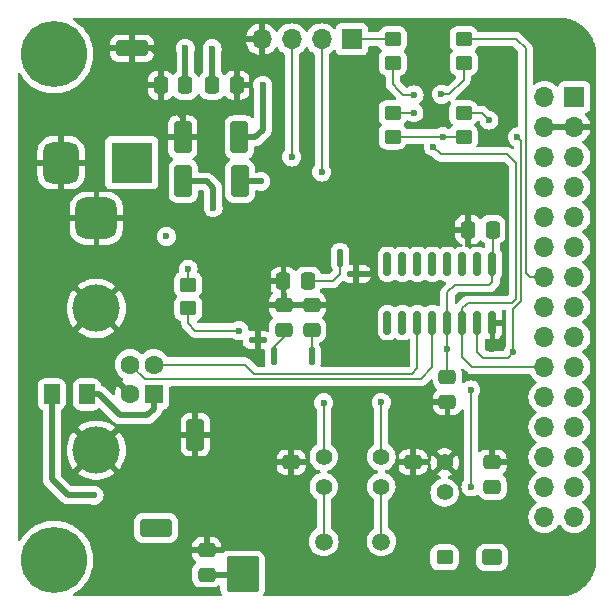
<source format=gbr>
%TF.GenerationSoftware,KiCad,Pcbnew,8.0.4*%
%TF.CreationDate,2024-10-18T12:18:19-03:00*%
%TF.ProjectId,STM32_DEV_BOARD,53544d33-325f-4444-9556-5f424f415244,rev?*%
%TF.SameCoordinates,Original*%
%TF.FileFunction,Copper,L4,Bot*%
%TF.FilePolarity,Positive*%
%FSLAX46Y46*%
G04 Gerber Fmt 4.6, Leading zero omitted, Abs format (unit mm)*
G04 Created by KiCad (PCBNEW 8.0.4) date 2024-10-18 12:18:19*
%MOMM*%
%LPD*%
G01*
G04 APERTURE LIST*
G04 Aperture macros list*
%AMRoundRect*
0 Rectangle with rounded corners*
0 $1 Rounding radius*
0 $2 $3 $4 $5 $6 $7 $8 $9 X,Y pos of 4 corners*
0 Add a 4 corners polygon primitive as box body*
4,1,4,$2,$3,$4,$5,$6,$7,$8,$9,$2,$3,0*
0 Add four circle primitives for the rounded corners*
1,1,$1+$1,$2,$3*
1,1,$1+$1,$4,$5*
1,1,$1+$1,$6,$7*
1,1,$1+$1,$8,$9*
0 Add four rect primitives between the rounded corners*
20,1,$1+$1,$2,$3,$4,$5,0*
20,1,$1+$1,$4,$5,$6,$7,0*
20,1,$1+$1,$6,$7,$8,$9,0*
20,1,$1+$1,$8,$9,$2,$3,0*%
G04 Aperture macros list end*
%TA.AperFunction,ComponentPad*%
%ADD10C,1.400000*%
%TD*%
%TA.AperFunction,ComponentPad*%
%ADD11RoundRect,0.250000X-1.100000X0.500000X-1.100000X-0.500000X1.100000X-0.500000X1.100000X0.500000X0*%
%TD*%
%TA.AperFunction,ComponentPad*%
%ADD12RoundRect,0.125000X0.125000X-0.625000X0.125000X0.625000X-0.125000X0.625000X-0.125000X-0.625000X0*%
%TD*%
%TA.AperFunction,ComponentPad*%
%ADD13RoundRect,0.125000X0.625000X-0.125000X0.625000X0.125000X-0.625000X0.125000X-0.625000X-0.125000X0*%
%TD*%
%TA.AperFunction,ComponentPad*%
%ADD14RoundRect,0.250000X-0.500000X-1.100000X0.500000X-1.100000X0.500000X1.100000X-0.500000X1.100000X0*%
%TD*%
%TA.AperFunction,ComponentPad*%
%ADD15C,5.600000*%
%TD*%
%TA.AperFunction,ComponentPad*%
%ADD16C,1.500000*%
%TD*%
%TA.AperFunction,ComponentPad*%
%ADD17RoundRect,0.250000X0.450000X-0.350000X0.450000X0.350000X-0.450000X0.350000X-0.450000X-0.350000X0*%
%TD*%
%TA.AperFunction,ComponentPad*%
%ADD18RoundRect,0.250000X0.600000X-0.400000X0.600000X0.400000X-0.600000X0.400000X-0.600000X-0.400000X0*%
%TD*%
%TA.AperFunction,ComponentPad*%
%ADD19RoundRect,0.250000X0.475000X-0.337500X0.475000X0.337500X-0.475000X0.337500X-0.475000X-0.337500X0*%
%TD*%
%TA.AperFunction,ComponentPad*%
%ADD20R,1.700000X1.700000*%
%TD*%
%TA.AperFunction,ComponentPad*%
%ADD21O,1.700000X1.700000*%
%TD*%
%TA.AperFunction,ComponentPad*%
%ADD22RoundRect,0.250000X-1.125000X1.275000X-1.125000X-1.275000X1.125000X-1.275000X1.125000X1.275000X0*%
%TD*%
%TA.AperFunction,ComponentPad*%
%ADD23R,1.600000X1.600000*%
%TD*%
%TA.AperFunction,ComponentPad*%
%ADD24C,1.600000*%
%TD*%
%TA.AperFunction,ComponentPad*%
%ADD25C,4.000000*%
%TD*%
%TA.AperFunction,ComponentPad*%
%ADD26R,3.500000X3.500000*%
%TD*%
%TA.AperFunction,ComponentPad*%
%ADD27RoundRect,0.750000X-0.750000X-1.000000X0.750000X-1.000000X0.750000X1.000000X-0.750000X1.000000X0*%
%TD*%
%TA.AperFunction,ComponentPad*%
%ADD28RoundRect,0.875000X-0.875000X-0.875000X0.875000X-0.875000X0.875000X0.875000X-0.875000X0.875000X0*%
%TD*%
%TA.AperFunction,ComponentPad*%
%ADD29RoundRect,0.250000X1.100000X-0.412500X1.100000X0.412500X-1.100000X0.412500X-1.100000X-0.412500X0*%
%TD*%
%TA.AperFunction,SMDPad,CuDef*%
%ADD30RoundRect,0.250000X0.450000X-0.350000X0.450000X0.350000X-0.450000X0.350000X-0.450000X-0.350000X0*%
%TD*%
%TA.AperFunction,SMDPad,CuDef*%
%ADD31RoundRect,0.250000X-0.450000X0.350000X-0.450000X-0.350000X0.450000X-0.350000X0.450000X0.350000X0*%
%TD*%
%TA.AperFunction,SMDPad,CuDef*%
%ADD32RoundRect,0.250000X-0.475000X0.337500X-0.475000X-0.337500X0.475000X-0.337500X0.475000X0.337500X0*%
%TD*%
%TA.AperFunction,SMDPad,CuDef*%
%ADD33RoundRect,0.250000X-0.337500X-0.475000X0.337500X-0.475000X0.337500X0.475000X-0.337500X0.475000X0*%
%TD*%
%TA.AperFunction,SMDPad,CuDef*%
%ADD34RoundRect,0.250000X-0.500000X-1.100000X0.500000X-1.100000X0.500000X1.100000X-0.500000X1.100000X0*%
%TD*%
%TA.AperFunction,SMDPad,CuDef*%
%ADD35RoundRect,0.250000X0.475000X-0.337500X0.475000X0.337500X-0.475000X0.337500X-0.475000X-0.337500X0*%
%TD*%
%TA.AperFunction,SMDPad,CuDef*%
%ADD36RoundRect,0.250000X0.500000X1.100000X-0.500000X1.100000X-0.500000X-1.100000X0.500000X-1.100000X0*%
%TD*%
%TA.AperFunction,SMDPad,CuDef*%
%ADD37RoundRect,0.250000X0.337500X0.475000X-0.337500X0.475000X-0.337500X-0.475000X0.337500X-0.475000X0*%
%TD*%
%TA.AperFunction,SMDPad,CuDef*%
%ADD38RoundRect,0.250001X0.462499X0.624999X-0.462499X0.624999X-0.462499X-0.624999X0.462499X-0.624999X0*%
%TD*%
%TA.AperFunction,SMDPad,CuDef*%
%ADD39RoundRect,0.150000X0.150000X-0.825000X0.150000X0.825000X-0.150000X0.825000X-0.150000X-0.825000X0*%
%TD*%
%TA.AperFunction,ViaPad*%
%ADD40C,0.600000*%
%TD*%
%TA.AperFunction,Conductor*%
%ADD41C,0.500000*%
%TD*%
%TA.AperFunction,Conductor*%
%ADD42C,0.200000*%
%TD*%
G04 APERTURE END LIST*
D10*
%TO.P,JP2,1,A*%
%TO.N,GND*%
X171190000Y-114602500D03*
%TO.P,JP2,2,B*%
%TO.N,/RESET*%
X171190000Y-117142500D03*
%TD*%
D11*
%TO.P,D4,1,K*%
%TO.N,+3V3*%
X146760000Y-120160000D03*
%TD*%
D12*
%TO.P,U1,1,VDD*%
%TO.N,+3V3*%
X156740000Y-105625000D03*
%TO.P,U1,5,VDDA*%
X159940000Y-105625000D03*
D13*
%TO.P,U1,16,VSS*%
%TO.N,GND*%
X163715000Y-98650000D03*
D12*
%TO.P,U1,17,VDD*%
%TO.N,+3V3*%
X162340000Y-97275000D03*
D13*
%TO.P,U1,32,VSS*%
%TO.N,GND*%
X155365000Y-104250000D03*
%TD*%
D14*
%TO.P,D2,1,K*%
%TO.N,GND*%
X150100000Y-112250000D03*
%TD*%
D15*
%TO.P,REF\u002A\u002A,1*%
%TO.N,N/C*%
X138140000Y-80050000D03*
%TD*%
D16*
%TO.P,Y1,1,1*%
%TO.N,Net-(JP7-B)*%
X165840000Y-121300000D03*
%TO.P,Y1,2,2*%
%TO.N,Net-(JP6-A)*%
X160960000Y-121300000D03*
%TD*%
D17*
%TO.P,R2,1*%
%TO.N,+3V3*%
X171190000Y-122650000D03*
%TD*%
D18*
%TO.P,D5,1,K*%
%TO.N,+3V3*%
X175230000Y-122640000D03*
%TD*%
D10*
%TO.P,JP7,1,A*%
%TO.N,/OSC_OUT*%
X165842500Y-114130000D03*
%TO.P,JP7,2,B*%
%TO.N,Net-(JP7-B)*%
X165842500Y-116670000D03*
%TD*%
D19*
%TO.P,C8,2*%
%TO.N,GND*%
X168522500Y-114592500D03*
%TD*%
D20*
%TO.P,J2,1,Pin_1*%
%TO.N,+3V3*%
X163330000Y-78780000D03*
D21*
%TO.P,J2,2,Pin_2*%
%TO.N,/PA13*%
X160790000Y-78780000D03*
%TO.P,J2,3,Pin_3*%
%TO.N,/PA14*%
X158250000Y-78780000D03*
%TO.P,J2,4,Pin_4*%
%TO.N,GND*%
X155710000Y-78780000D03*
%TD*%
D22*
%TO.P,U3,2,VO*%
%TO.N,Net-(D4-A)*%
X154090000Y-124090000D03*
%TD*%
D15*
%TO.P,REF\u002A\u002A,1*%
%TO.N,N/C*%
X138140001Y-122849999D03*
%TD*%
D23*
%TO.P,J1,1,VBUS*%
%TO.N,Net-(J1-VBUS)*%
X146570000Y-108820000D03*
D24*
%TO.P,J1,2,D-*%
%TO.N,Net-(J1-D-)*%
X146570000Y-106320000D03*
%TO.P,J1,3,D+*%
%TO.N,Net-(J1-D+)*%
X144570000Y-106320000D03*
%TO.P,J1,4,GND*%
%TO.N,GND*%
X144570000Y-108820000D03*
D25*
%TO.P,J1,5,Shield*%
X141710000Y-113570000D03*
X141710000Y-101570000D03*
%TD*%
D10*
%TO.P,JP6,1,A*%
%TO.N,Net-(JP6-A)*%
X160962500Y-116670000D03*
%TO.P,JP6,2,B*%
%TO.N,/OSC_IN*%
X160962500Y-114130000D03*
%TD*%
D19*
%TO.P,C7,2*%
%TO.N,GND*%
X158202500Y-114602500D03*
%TD*%
%TO.P,C6,1*%
%TO.N,/RESET*%
X175220000Y-116680000D03*
%TO.P,C6,2*%
%TO.N,GND*%
X175220000Y-114605000D03*
%TD*%
D26*
%TO.P,J6,1*%
%TO.N,VDC*%
X144720000Y-89240000D03*
D27*
%TO.P,J6,2*%
%TO.N,GND*%
X138720000Y-89240000D03*
D28*
%TO.P,J6,3*%
X141720000Y-93940000D03*
%TD*%
D29*
%TO.P,C1,2*%
%TO.N,GND*%
X144730000Y-79547500D03*
%TD*%
D30*
%TO.P,R6,1*%
%TO.N,+3V3*%
X166810000Y-87012500D03*
%TO.P,R6,2*%
%TO.N,Net-(D9-A)*%
X166810000Y-85012500D03*
%TD*%
D31*
%TO.P,R4,1*%
%TO.N,/PB0*%
X172820000Y-78767500D03*
%TO.P,R4,2*%
%TO.N,Net-(D7-A)*%
X172820000Y-80767500D03*
%TD*%
D32*
%TO.P,C12,1*%
%TO.N,+3V3*%
X171440000Y-107402500D03*
%TO.P,C12,2*%
%TO.N,GND*%
X171440000Y-109477500D03*
%TD*%
D33*
%TO.P,C4,1*%
%TO.N,Net-(D3-A)*%
X151512500Y-82660000D03*
%TO.P,C4,2*%
%TO.N,GND*%
X153587500Y-82660000D03*
%TD*%
D34*
%TO.P,D1,1,K*%
%TO.N,GND*%
X149020000Y-87080000D03*
%TO.P,D1,2,A*%
%TO.N,Net-(D1-A)*%
X153820000Y-87080000D03*
%TD*%
D35*
%TO.P,C11,1*%
%TO.N,+3V3*%
X157560000Y-103377500D03*
%TO.P,C11,2*%
%TO.N,GND*%
X157560000Y-101302500D03*
%TD*%
%TO.P,C5,1*%
%TO.N,Net-(D4-A)*%
X151060000Y-124097500D03*
%TO.P,C5,2*%
%TO.N,GND*%
X151060000Y-122022500D03*
%TD*%
D36*
%TO.P,D3,1,K*%
%TO.N,+3V3*%
X153870000Y-90810000D03*
%TO.P,D3,2,A*%
%TO.N,Net-(D3-A)*%
X149070000Y-90810000D03*
%TD*%
D37*
%TO.P,C13,1*%
%TO.N,+3V3*%
X175257500Y-94910000D03*
%TO.P,C13,2*%
%TO.N,GND*%
X173182500Y-94910000D03*
%TD*%
%TO.P,C2,1*%
%TO.N,VDC*%
X149247500Y-82670000D03*
%TO.P,C2,2*%
%TO.N,GND*%
X147172500Y-82670000D03*
%TD*%
D31*
%TO.P,R3,1*%
%TO.N,Net-(JP3-B)*%
X149480000Y-99550000D03*
%TO.P,R3,2*%
%TO.N,BOOT0*%
X149480000Y-101550000D03*
%TD*%
D35*
%TO.P,C10,1*%
%TO.N,+3V3*%
X159940000Y-103377500D03*
%TO.P,C10,2*%
%TO.N,GND*%
X159940000Y-101302500D03*
%TD*%
D38*
%TO.P,F1,1*%
%TO.N,Net-(J1-VBUS)*%
X140917500Y-108840000D03*
%TO.P,F1,2*%
%TO.N,Net-(JP5-A)*%
X137942500Y-108840000D03*
%TD*%
D31*
%TO.P,R1,1*%
%TO.N,+3V3*%
X166810000Y-78775000D03*
%TO.P,R1,2*%
%TO.N,Net-(D6-A)*%
X166810000Y-80775000D03*
%TD*%
D20*
%TO.P,J3,1,Pin_1*%
%TO.N,VDC*%
X182190000Y-83670000D03*
D21*
%TO.P,J3,2,Pin_2*%
%TO.N,+3V3*%
X179650000Y-83670000D03*
%TO.P,J3,3,Pin_3*%
%TO.N,GND*%
X182190000Y-86210000D03*
%TO.P,J3,4,Pin_4*%
X179650000Y-86210000D03*
%TO.P,J3,5,Pin_5*%
%TO.N,/PA13*%
X182190000Y-88750000D03*
%TO.P,J3,6,Pin_6*%
%TO.N,/PA14*%
X179650000Y-88750000D03*
%TO.P,J3,7,Pin_7*%
%TO.N,/PA11*%
X182190000Y-91290000D03*
%TO.P,J3,8,Pin_8*%
%TO.N,/PA12*%
X179650000Y-91290000D03*
%TO.P,J3,9,Pin_9*%
%TO.N,/PA9*%
X182190000Y-93830000D03*
%TO.P,J3,10,Pin_10*%
%TO.N,/PA10*%
X179650000Y-93830000D03*
%TO.P,J3,11,Pin_11*%
%TO.N,/PB1*%
X182190000Y-96370000D03*
%TO.P,J3,12,Pin_12*%
%TO.N,/PA8*%
X179650000Y-96370000D03*
%TO.P,J3,13,Pin_13*%
%TO.N,/PA7*%
X182190000Y-98910000D03*
%TO.P,J3,14,Pin_14*%
%TO.N,/PB0*%
X179650000Y-98910000D03*
%TO.P,J3,15,Pin_15*%
%TO.N,/PA5*%
X182190000Y-101450000D03*
%TO.P,J3,16,Pin_16*%
%TO.N,/PA6*%
X179650000Y-101450000D03*
%TO.P,J3,17,Pin_17*%
%TO.N,/PA3*%
X182190000Y-103990000D03*
%TO.P,J3,18,Pin_18*%
%TO.N,/PA4*%
X179650000Y-103990000D03*
%TO.P,J3,19,Pin_19*%
%TO.N,/PA1*%
X182190000Y-106530000D03*
%TO.P,J3,20,Pin_20*%
%TO.N,/PA2*%
X179650000Y-106530000D03*
%TO.P,J3,21,Pin_21*%
%TO.N,/PB7*%
X182190000Y-109070000D03*
%TO.P,J3,22,Pin_22*%
%TO.N,/PA0*%
X179650000Y-109070000D03*
%TO.P,J3,23,Pin_23*%
%TO.N,/PB5*%
X182190000Y-111610000D03*
%TO.P,J3,24,Pin_24*%
%TO.N,/PB6*%
X179650000Y-111610000D03*
%TO.P,J3,25,Pin_25*%
%TO.N,/PB3*%
X182190000Y-114150000D03*
%TO.P,J3,26,Pin_26*%
%TO.N,/PB4*%
X179650000Y-114150000D03*
%TO.P,J3,27,Pin_27*%
%TO.N,/RESET*%
X182190000Y-116690000D03*
%TO.P,J3,28,Pin_28*%
%TO.N,/PA15*%
X179650000Y-116690000D03*
%TO.P,J3,29,Pin_29*%
%TO.N,/OSC_IN*%
X182190000Y-119230000D03*
%TO.P,J3,30,Pin_30*%
%TO.N,/OSC_OUT*%
X179650000Y-119230000D03*
%TD*%
D39*
%TO.P,U4,1,GND*%
%TO.N,GND*%
X175250000Y-102770000D03*
%TO.P,U4,2,TXD*%
%TO.N,/PA3*%
X173980000Y-102770000D03*
%TO.P,U4,3,RXD*%
%TO.N,/PA2*%
X172710000Y-102770000D03*
%TO.P,U4,4,V3*%
%TO.N,+3V3*%
X171440000Y-102770000D03*
%TO.P,U4,5,UD+*%
%TO.N,Net-(J1-D+)*%
X170170000Y-102770000D03*
%TO.P,U4,6,UD-*%
%TO.N,Net-(J1-D-)*%
X168900000Y-102770000D03*
%TO.P,U4,7,NC*%
%TO.N,unconnected-(U4-NC-Pad7)*%
X167630000Y-102770000D03*
%TO.P,U4,8,NC*%
%TO.N,unconnected-(U4-NC-Pad8)*%
X166360000Y-102770000D03*
%TO.P,U4,9,~{CTS}*%
%TO.N,unconnected-(U4-~{CTS}-Pad9)*%
X166360000Y-97820000D03*
%TO.P,U4,10,~{DSR}*%
%TO.N,unconnected-(U4-~{DSR}-Pad10)*%
X167630000Y-97820000D03*
%TO.P,U4,11,~{RI}*%
%TO.N,unconnected-(U4-~{RI}-Pad11)*%
X168900000Y-97820000D03*
%TO.P,U4,12,~{DCD}*%
%TO.N,unconnected-(U4-~{DCD}-Pad12)*%
X170170000Y-97820000D03*
%TO.P,U4,13,~{DTR}*%
%TO.N,unconnected-(U4-~{DTR}-Pad13)*%
X171440000Y-97820000D03*
%TO.P,U4,14,~{RTS}*%
%TO.N,unconnected-(U4-~{RTS}-Pad14)*%
X172710000Y-97820000D03*
%TO.P,U4,15,R232*%
%TO.N,unconnected-(U4-R232-Pad15)*%
X173980000Y-97820000D03*
%TO.P,U4,16,VCC*%
%TO.N,+3V3*%
X175250000Y-97820000D03*
%TD*%
D37*
%TO.P,C9,1*%
%TO.N,+3V3*%
X159627500Y-99260000D03*
%TO.P,C9,2*%
%TO.N,GND*%
X157552500Y-99260000D03*
%TD*%
D30*
%TO.P,R5,1*%
%TO.N,+3V3*%
X172800000Y-87017500D03*
%TO.P,R5,2*%
%TO.N,Net-(D8-A)*%
X172800000Y-85017500D03*
%TD*%
D40*
%TO.N,VDC*%
X149240000Y-79550000D03*
%TO.N,GND*%
X169790000Y-109480000D03*
X147140000Y-114920000D03*
X175250000Y-104960000D03*
X175660000Y-83400000D03*
X173180000Y-93180000D03*
X154230000Y-95470000D03*
X161530000Y-100350000D03*
X169720000Y-83460000D03*
%TO.N,Net-(D3-A)*%
X151600000Y-93050000D03*
X151520000Y-79560000D03*
%TO.N,+3V3*%
X171440000Y-104970000D03*
X155640000Y-90810000D03*
X147640000Y-95470000D03*
X171060000Y-87010000D03*
%TO.N,Net-(D1-A)*%
X155800000Y-82670000D03*
%TO.N,Net-(D6-A)*%
X168610000Y-83490000D03*
%TO.N,Net-(D7-A)*%
X170930000Y-83440000D03*
%TO.N,Net-(D8-A)*%
X174950000Y-85620000D03*
%TO.N,/PA3*%
X177340000Y-87050000D03*
X177010000Y-105260000D03*
%TO.N,Net-(D9-A)*%
X168600000Y-85010000D03*
%TO.N,/PA2*%
X170230000Y-87890000D03*
%TO.N,/PA14*%
X158250000Y-88750000D03*
%TO.N,/PA13*%
X160790000Y-90020000D03*
%TO.N,BOOT0*%
X153790000Y-103440000D03*
%TO.N,/RESET*%
X173420000Y-116680000D03*
X173420000Y-108460000D03*
%TO.N,/OSC_OUT*%
X165842500Y-109520000D03*
%TO.N,/OSC_IN*%
X160962500Y-109550000D03*
%TO.N,Net-(JP3-B)*%
X149480000Y-98230000D03*
%TO.N,Net-(JP5-A)*%
X141510000Y-117390000D03*
%TD*%
D41*
%TO.N,VDC*%
X149247500Y-82670000D02*
X149247500Y-79557500D01*
X149247500Y-79557500D02*
X149240000Y-79550000D01*
%TO.N,GND*%
X149020000Y-85380000D02*
X148460000Y-84820000D01*
X147172500Y-80367500D02*
X147190000Y-80350000D01*
X146387500Y-79547500D02*
X144730000Y-79547500D01*
X147172500Y-82670000D02*
X147172500Y-80367500D01*
X151060000Y-118840000D02*
X147140000Y-114920000D01*
X147220000Y-84470000D02*
X147200000Y-84470000D01*
D42*
X161137500Y-101302500D02*
X161350000Y-101090000D01*
D41*
X147190000Y-80350000D02*
X146387500Y-79547500D01*
D42*
X157552500Y-101295000D02*
X157560000Y-101302500D01*
D41*
X153587500Y-79432500D02*
X154240000Y-78780000D01*
D42*
X161530000Y-100910000D02*
X161530000Y-100350000D01*
X159940000Y-101302500D02*
X161137500Y-101302500D01*
D41*
X147172500Y-84442500D02*
X147172500Y-82670000D01*
X148460000Y-84820000D02*
X147570000Y-84820000D01*
D42*
X157560000Y-101302500D02*
X159940000Y-101302500D01*
X173182500Y-93182500D02*
X173180000Y-93180000D01*
X175250000Y-102770000D02*
X175250000Y-104960000D01*
X175250000Y-114575000D02*
X175220000Y-114605000D01*
D41*
X147200000Y-84470000D02*
X147172500Y-84442500D01*
D42*
X161350000Y-101090000D02*
X161530000Y-100910000D01*
D41*
X154240000Y-78780000D02*
X155710000Y-78780000D01*
D42*
X169792500Y-109477500D02*
X169790000Y-109480000D01*
X171440000Y-109477500D02*
X169792500Y-109477500D01*
X157552500Y-99260000D02*
X157552500Y-101295000D01*
D41*
X147570000Y-84820000D02*
X147220000Y-84470000D01*
D42*
X173182500Y-94910000D02*
X173182500Y-93182500D01*
D41*
X149020000Y-87080000D02*
X149020000Y-85380000D01*
X153587500Y-82660000D02*
X153587500Y-79432500D01*
X151060000Y-122022500D02*
X151060000Y-118840000D01*
%TO.N,Net-(D3-A)*%
X149070000Y-90810000D02*
X151050000Y-90810000D01*
X151512500Y-79567500D02*
X151520000Y-79560000D01*
X151600000Y-91360000D02*
X151600000Y-93050000D01*
X151050000Y-90810000D02*
X151510000Y-91270000D01*
X151512500Y-82660000D02*
X151512500Y-79567500D01*
X151510000Y-91270000D02*
X151600000Y-91360000D01*
%TO.N,Net-(D4-A)*%
X151060000Y-124097500D02*
X154082500Y-124097500D01*
X154082500Y-124097500D02*
X154090000Y-124090000D01*
D42*
%TO.N,Net-(JP6-A)*%
X160962500Y-116670000D02*
X160962500Y-121297500D01*
X160962500Y-121297500D02*
X160960000Y-121300000D01*
%TO.N,Net-(JP7-B)*%
X165840000Y-116672500D02*
X165840000Y-121300000D01*
X165842500Y-116670000D02*
X165840000Y-116672500D01*
D41*
%TO.N,+3V3*%
X153870000Y-90810000D02*
X155640000Y-90810000D01*
D42*
X171060000Y-87010000D02*
X171062500Y-87012500D01*
X171057500Y-87012500D02*
X171060000Y-87010000D01*
X175257500Y-94910000D02*
X175257500Y-97812500D01*
X171440000Y-102770000D02*
X171440000Y-104970000D01*
X162340000Y-98630000D02*
X162340000Y-97275000D01*
X172050000Y-99600000D02*
X174980000Y-99600000D01*
X166810000Y-78775000D02*
X163335000Y-78775000D01*
X161710000Y-99260000D02*
X162340000Y-98630000D01*
X159940000Y-103377500D02*
X159940000Y-105625000D01*
X157560000Y-103377500D02*
X157560000Y-104010000D01*
X171440000Y-107402500D02*
X171440000Y-104970000D01*
X175250000Y-99330000D02*
X175250000Y-97820000D01*
X171440000Y-100210000D02*
X172050000Y-99600000D01*
X174980000Y-99600000D02*
X175250000Y-99330000D01*
X157560000Y-104010000D02*
X156740000Y-104830000D01*
X163335000Y-78775000D02*
X163330000Y-78780000D01*
X166810000Y-87012500D02*
X171057500Y-87012500D01*
X156740000Y-104830000D02*
X156740000Y-105625000D01*
X171440000Y-102770000D02*
X171440000Y-100210000D01*
X172795000Y-87012500D02*
X172800000Y-87017500D01*
X175257500Y-97812500D02*
X175250000Y-97820000D01*
X171062500Y-87012500D02*
X172795000Y-87012500D01*
X159627500Y-99260000D02*
X161710000Y-99260000D01*
D41*
%TO.N,Net-(D1-A)*%
X155180000Y-87080000D02*
X155800000Y-86460000D01*
X155800000Y-86460000D02*
X155800000Y-82670000D01*
X153820000Y-87080000D02*
X155180000Y-87080000D01*
D42*
%TO.N,Net-(D6-A)*%
X166810000Y-80775000D02*
X166810000Y-82590000D01*
X167270000Y-83050000D02*
X167710000Y-83490000D01*
X166810000Y-82590000D02*
X167270000Y-83050000D01*
X167710000Y-83490000D02*
X168610000Y-83490000D01*
%TO.N,Net-(D7-A)*%
X171560000Y-83440000D02*
X170930000Y-83440000D01*
X172820000Y-80767500D02*
X172820000Y-82180000D01*
X172800000Y-82200000D02*
X171560000Y-83440000D01*
X172820000Y-82180000D02*
X172800000Y-82200000D01*
%TO.N,Net-(D8-A)*%
X172800000Y-85017500D02*
X174347500Y-85017500D01*
X174347500Y-85017500D02*
X174950000Y-85620000D01*
%TO.N,/PA3*%
X176530000Y-105740000D02*
X177010000Y-105260000D01*
X177650000Y-100950000D02*
X177650000Y-97260000D01*
X173980000Y-105280000D02*
X174440000Y-105740000D01*
X177650000Y-87360000D02*
X177340000Y-87050000D01*
X174440000Y-105740000D02*
X176530000Y-105740000D01*
X177160000Y-101440000D02*
X177650000Y-100950000D01*
X173980000Y-102770000D02*
X173980000Y-105280000D01*
X177650000Y-97260000D02*
X177650000Y-87360000D01*
X177010000Y-101590000D02*
X177160000Y-101440000D01*
X177010000Y-105260000D02*
X177010000Y-101590000D01*
%TO.N,Net-(D9-A)*%
X168597500Y-85012500D02*
X168600000Y-85010000D01*
X166810000Y-85012500D02*
X168597500Y-85012500D01*
%TO.N,/PA2*%
X177210000Y-100750000D02*
X177210000Y-89220000D01*
X173140000Y-101090000D02*
X175730000Y-101090000D01*
X176870000Y-101090000D02*
X177210000Y-100750000D01*
X171150000Y-88530000D02*
X170870000Y-88530000D01*
X177210000Y-89220000D02*
X177050000Y-89060000D01*
X173530000Y-106530000D02*
X172710000Y-105710000D01*
X170870000Y-88530000D02*
X170230000Y-87890000D01*
X175730000Y-101090000D02*
X176870000Y-101090000D01*
X172710000Y-101520000D02*
X172980000Y-101250000D01*
X172710000Y-102770000D02*
X172710000Y-101520000D01*
X176520000Y-88530000D02*
X171150000Y-88530000D01*
X179650000Y-106530000D02*
X173530000Y-106530000D01*
X172980000Y-101250000D02*
X173140000Y-101090000D01*
X177050000Y-89060000D02*
X176520000Y-88530000D01*
X172710000Y-105710000D02*
X172710000Y-102770000D01*
D41*
%TO.N,Net-(J1-VBUS)*%
X140917500Y-108840000D02*
X141930000Y-108840000D01*
X146010000Y-110620000D02*
X146570000Y-110060000D01*
X146540000Y-108850000D02*
X146570000Y-108820000D01*
X146570000Y-110060000D02*
X146570000Y-108820000D01*
X143710000Y-110620000D02*
X146010000Y-110620000D01*
X141930000Y-108840000D02*
X143710000Y-110620000D01*
D42*
%TO.N,Net-(J1-D+)*%
X145820000Y-107570000D02*
X169160000Y-107570000D01*
X169160000Y-107570000D02*
X170170000Y-106560000D01*
X170170000Y-106560000D02*
X170170000Y-102770000D01*
X144570000Y-106320000D02*
X145820000Y-107570000D01*
%TO.N,Net-(J1-D-)*%
X154300000Y-106320000D02*
X155100000Y-107120000D01*
X155100000Y-107120000D02*
X168390000Y-107120000D01*
X168390000Y-107120000D02*
X168410000Y-107140000D01*
X168900000Y-106650000D02*
X168900000Y-102770000D01*
X168410000Y-107140000D02*
X168900000Y-106650000D01*
X146570000Y-106320000D02*
X154300000Y-106320000D01*
%TO.N,/PA14*%
X158250000Y-78780000D02*
X158250000Y-88750000D01*
%TO.N,/PA13*%
X160790000Y-78780000D02*
X160790000Y-90020000D01*
%TO.N,/PB0*%
X178430000Y-98910000D02*
X178050000Y-98530000D01*
X177280000Y-78770000D02*
X172822500Y-78770000D01*
X178050000Y-79540000D02*
X177280000Y-78770000D01*
X179650000Y-98910000D02*
X178430000Y-98910000D01*
X178050000Y-98530000D02*
X178050000Y-79540000D01*
X172822500Y-78770000D02*
X172820000Y-78767500D01*
%TO.N,BOOT0*%
X150100000Y-103440000D02*
X153790000Y-103440000D01*
X150100000Y-103440000D02*
X149480000Y-102820000D01*
X149480000Y-102820000D02*
X149480000Y-101550000D01*
%TO.N,/RESET*%
X173420000Y-108460000D02*
X173420000Y-116680000D01*
%TO.N,/OSC_OUT*%
X165842500Y-109520000D02*
X165842500Y-114130000D01*
%TO.N,/OSC_IN*%
X160962500Y-109550000D02*
X160962500Y-114130000D01*
%TO.N,Net-(JP3-B)*%
X149480000Y-99550000D02*
X149480000Y-98230000D01*
D41*
%TO.N,Net-(JP5-A)*%
X137942500Y-108840000D02*
X137942500Y-116022500D01*
X139310000Y-117390000D02*
X141510000Y-117390000D01*
X138530000Y-116610000D02*
X139310000Y-117390000D01*
X137942500Y-116022500D02*
X138530000Y-116610000D01*
%TD*%
%TA.AperFunction,Conductor*%
%TO.N,GND*%
G36*
X176352539Y-101710185D02*
G01*
X176398294Y-101762989D01*
X176409500Y-101814500D01*
X176409500Y-104677587D01*
X176389815Y-104744626D01*
X176382450Y-104754896D01*
X176380186Y-104757734D01*
X176284209Y-104910480D01*
X176233130Y-105056455D01*
X176192409Y-105113231D01*
X176127456Y-105138978D01*
X176116089Y-105139500D01*
X174740097Y-105139500D01*
X174673058Y-105119815D01*
X174652416Y-105103181D01*
X174616819Y-105067584D01*
X174583334Y-105006261D01*
X174580500Y-104979903D01*
X174580500Y-104260326D01*
X174600185Y-104193287D01*
X174652989Y-104147532D01*
X174722147Y-104137588D01*
X174767621Y-104153594D01*
X174839801Y-104196281D01*
X174997514Y-104242100D01*
X174997511Y-104242100D01*
X174999998Y-104242295D01*
X175000000Y-104242295D01*
X175500000Y-104242295D01*
X175500001Y-104242295D01*
X175502486Y-104242100D01*
X175660198Y-104196281D01*
X175801552Y-104112685D01*
X175801561Y-104112678D01*
X175917678Y-103996561D01*
X175917685Y-103996552D01*
X176001282Y-103855196D01*
X176001283Y-103855193D01*
X176047099Y-103697495D01*
X176047100Y-103697489D01*
X176049999Y-103660649D01*
X176050000Y-103660634D01*
X176050000Y-103020000D01*
X175500000Y-103020000D01*
X175500000Y-104242295D01*
X175000000Y-104242295D01*
X175000000Y-102644000D01*
X175019685Y-102576961D01*
X175072489Y-102531206D01*
X175124000Y-102520000D01*
X176050000Y-102520000D01*
X176050000Y-101879365D01*
X176049999Y-101879350D01*
X176047099Y-101842503D01*
X176046054Y-101836778D01*
X176053374Y-101767293D01*
X176097098Y-101712795D01*
X176163345Y-101690589D01*
X176168036Y-101690500D01*
X176285500Y-101690500D01*
X176352539Y-101710185D01*
G37*
%TD.AperFunction*%
%TA.AperFunction,Conductor*%
G36*
X177046942Y-79390185D02*
G01*
X177067584Y-79406819D01*
X177413181Y-79752416D01*
X177446666Y-79813739D01*
X177449500Y-79840097D01*
X177449500Y-86121284D01*
X177429815Y-86188323D01*
X177377011Y-86234078D01*
X177339383Y-86244504D01*
X177160750Y-86264630D01*
X177160745Y-86264631D01*
X176990476Y-86324211D01*
X176837737Y-86420184D01*
X176710184Y-86547737D01*
X176614211Y-86700476D01*
X176554631Y-86870745D01*
X176554630Y-86870750D01*
X176534435Y-87049996D01*
X176534435Y-87050003D01*
X176554630Y-87229249D01*
X176554631Y-87229254D01*
X176614211Y-87399523D01*
X176690098Y-87520295D01*
X176710184Y-87552262D01*
X176837738Y-87679816D01*
X176990478Y-87775789D01*
X176990480Y-87775789D01*
X176991472Y-87776413D01*
X177037763Y-87828748D01*
X177049500Y-87881407D01*
X177049500Y-87927534D01*
X177029815Y-87994573D01*
X176977011Y-88040328D01*
X176907853Y-88050272D01*
X176863501Y-88034922D01*
X176801904Y-87999360D01*
X176801904Y-87999359D01*
X176801900Y-87999358D01*
X176751785Y-87970423D01*
X176599057Y-87929499D01*
X176440943Y-87929499D01*
X176433347Y-87929499D01*
X176433331Y-87929500D01*
X174007311Y-87929500D01*
X173940272Y-87909815D01*
X173894517Y-87857011D01*
X173884573Y-87787853D01*
X173901771Y-87740405D01*
X173934814Y-87686834D01*
X173989999Y-87520297D01*
X174000500Y-87417509D01*
X174000499Y-86617492D01*
X173999987Y-86612483D01*
X173989999Y-86514703D01*
X173989998Y-86514700D01*
X173965349Y-86440315D01*
X173934814Y-86348166D01*
X173842712Y-86198844D01*
X173749049Y-86105181D01*
X173715564Y-86043858D01*
X173720548Y-85974166D01*
X173749049Y-85929819D01*
X173775875Y-85902993D01*
X173842712Y-85836156D01*
X173929878Y-85694835D01*
X173981824Y-85648112D01*
X174050787Y-85636889D01*
X174114869Y-85664732D01*
X174153726Y-85722801D01*
X174158636Y-85746049D01*
X174164630Y-85799249D01*
X174224210Y-85969521D01*
X174267778Y-86038858D01*
X174320184Y-86122262D01*
X174447738Y-86249816D01*
X174538080Y-86306582D01*
X174596306Y-86343168D01*
X174600478Y-86345789D01*
X174711179Y-86384525D01*
X174770745Y-86405368D01*
X174770750Y-86405369D01*
X174949996Y-86425565D01*
X174950000Y-86425565D01*
X174950004Y-86425565D01*
X175129249Y-86405369D01*
X175129252Y-86405368D01*
X175129255Y-86405368D01*
X175299522Y-86345789D01*
X175452262Y-86249816D01*
X175579816Y-86122262D01*
X175675789Y-85969522D01*
X175735368Y-85799255D01*
X175741311Y-85746513D01*
X175755565Y-85620003D01*
X175755565Y-85619996D01*
X175735369Y-85440750D01*
X175735368Y-85440745D01*
X175727235Y-85417501D01*
X175675789Y-85270478D01*
X175656638Y-85240000D01*
X175624753Y-85189255D01*
X175579816Y-85117738D01*
X175452262Y-84990184D01*
X175410269Y-84963798D01*
X175299521Y-84894210D01*
X175129249Y-84834630D01*
X175042330Y-84824837D01*
X174977916Y-84797770D01*
X174968544Y-84789308D01*
X174828021Y-84648785D01*
X174828020Y-84648784D01*
X174716216Y-84536980D01*
X174629404Y-84486860D01*
X174629404Y-84486859D01*
X174629400Y-84486858D01*
X174579285Y-84457923D01*
X174426557Y-84416999D01*
X174268443Y-84416999D01*
X174260847Y-84416999D01*
X174260831Y-84417000D01*
X174045908Y-84417000D01*
X173978869Y-84397315D01*
X173940363Y-84353228D01*
X173938605Y-84354313D01*
X173934814Y-84348166D01*
X173842712Y-84198844D01*
X173718656Y-84074788D01*
X173596719Y-83999577D01*
X173569336Y-83982687D01*
X173569331Y-83982685D01*
X173532616Y-83970519D01*
X173402797Y-83927501D01*
X173402795Y-83927500D01*
X173300010Y-83917000D01*
X172299998Y-83917000D01*
X172299980Y-83917001D01*
X172237132Y-83923422D01*
X172168439Y-83910652D01*
X172117555Y-83862771D01*
X172100635Y-83794981D01*
X172123051Y-83728805D01*
X172136844Y-83712389D01*
X173178506Y-82670728D01*
X173178511Y-82670724D01*
X173188714Y-82660520D01*
X173188716Y-82660520D01*
X173300520Y-82548716D01*
X173356886Y-82451087D01*
X173379577Y-82411785D01*
X173420500Y-82259058D01*
X173420500Y-82100943D01*
X173420500Y-81947800D01*
X173440185Y-81880761D01*
X173492989Y-81835006D01*
X173505482Y-81830099D01*
X173589334Y-81802314D01*
X173738656Y-81710212D01*
X173862712Y-81586156D01*
X173954814Y-81436834D01*
X174009999Y-81270297D01*
X174020500Y-81167509D01*
X174020499Y-80367492D01*
X174009999Y-80264703D01*
X173954814Y-80098166D01*
X173862712Y-79948844D01*
X173769049Y-79855181D01*
X173735564Y-79793858D01*
X173740548Y-79724166D01*
X173769049Y-79679819D01*
X173797786Y-79651082D01*
X173862712Y-79586156D01*
X173954814Y-79436834D01*
X173954815Y-79436831D01*
X173958605Y-79430687D01*
X173961065Y-79432204D01*
X173998551Y-79389645D01*
X174064743Y-79370500D01*
X176979903Y-79370500D01*
X177046942Y-79390185D01*
G37*
%TD.AperFunction*%
%TA.AperFunction,Conductor*%
G36*
X181724075Y-86017007D02*
G01*
X181690000Y-86144174D01*
X181690000Y-86275826D01*
X181724075Y-86402993D01*
X181756988Y-86460000D01*
X180083012Y-86460000D01*
X180115925Y-86402993D01*
X180150000Y-86275826D01*
X180150000Y-86144174D01*
X180115925Y-86017007D01*
X180083012Y-85960000D01*
X181756988Y-85960000D01*
X181724075Y-86017007D01*
G37*
%TD.AperFunction*%
%TA.AperFunction,Conductor*%
G36*
X180943243Y-76950670D02*
G01*
X181257498Y-76967139D01*
X181270406Y-76968495D01*
X181578015Y-77017217D01*
X181590680Y-77019908D01*
X181891528Y-77100520D01*
X181903855Y-77104525D01*
X182194623Y-77216141D01*
X182206459Y-77221410D01*
X182483977Y-77362812D01*
X182495183Y-77369282D01*
X182756396Y-77538917D01*
X182766887Y-77546539D01*
X182996760Y-77732687D01*
X183008923Y-77742536D01*
X183018568Y-77751221D01*
X183238778Y-77971431D01*
X183247463Y-77981076D01*
X183443460Y-78223112D01*
X183451085Y-78233606D01*
X183620713Y-78494810D01*
X183627190Y-78506029D01*
X183758955Y-78764632D01*
X183768584Y-78783530D01*
X183773862Y-78795385D01*
X183788766Y-78834211D01*
X183885471Y-79086135D01*
X183889482Y-79098480D01*
X183967643Y-79390185D01*
X183970087Y-79399304D01*
X183972785Y-79411999D01*
X184021503Y-79719592D01*
X184022860Y-79732500D01*
X184039330Y-80046756D01*
X184039500Y-80053246D01*
X184039500Y-122846753D01*
X184039330Y-122853243D01*
X184022860Y-123167499D01*
X184021503Y-123180407D01*
X183972785Y-123488000D01*
X183970087Y-123500695D01*
X183889482Y-123801519D01*
X183885471Y-123813864D01*
X183773863Y-124104612D01*
X183768584Y-124116469D01*
X183627194Y-124393964D01*
X183620708Y-124405197D01*
X183553917Y-124508047D01*
X183451089Y-124666387D01*
X183443460Y-124676887D01*
X183247463Y-124918923D01*
X183238778Y-124928568D01*
X183018568Y-125148778D01*
X183008923Y-125157463D01*
X182766887Y-125353460D01*
X182756387Y-125361089D01*
X182743882Y-125369210D01*
X182495197Y-125530708D01*
X182483964Y-125537194D01*
X182206469Y-125678584D01*
X182194612Y-125683863D01*
X181903864Y-125795471D01*
X181891519Y-125799482D01*
X181590695Y-125880087D01*
X181578000Y-125882785D01*
X181270407Y-125931503D01*
X181257499Y-125932860D01*
X180943244Y-125949330D01*
X180936754Y-125949500D01*
X155958433Y-125949500D01*
X155891394Y-125929815D01*
X155845639Y-125877011D01*
X155835695Y-125807853D01*
X155852893Y-125760405D01*
X155899814Y-125684334D01*
X155954999Y-125517797D01*
X155965500Y-125415009D01*
X155965499Y-122764992D01*
X155956727Y-122679124D01*
X155954999Y-122662203D01*
X155954998Y-122662200D01*
X155919567Y-122555277D01*
X155899814Y-122495666D01*
X155807712Y-122346344D01*
X155683656Y-122222288D01*
X155534334Y-122130186D01*
X155367797Y-122075001D01*
X155367795Y-122075000D01*
X155265010Y-122064500D01*
X152914998Y-122064500D01*
X152914981Y-122064501D01*
X152812203Y-122075000D01*
X152812200Y-122075001D01*
X152645668Y-122130185D01*
X152645663Y-122130187D01*
X152496342Y-122222289D01*
X152453247Y-122265385D01*
X152391924Y-122298870D01*
X152322232Y-122293886D01*
X152288956Y-122272500D01*
X149835001Y-122272500D01*
X149835001Y-122409986D01*
X149845494Y-122512697D01*
X149900641Y-122679119D01*
X149900643Y-122679124D01*
X149992684Y-122828345D01*
X150116655Y-122952316D01*
X150116659Y-122952319D01*
X150119656Y-122954168D01*
X150121279Y-122955972D01*
X150122323Y-122956798D01*
X150122181Y-122956976D01*
X150166381Y-123006116D01*
X150177602Y-123075079D01*
X150149759Y-123139161D01*
X150119661Y-123165241D01*
X150116349Y-123167283D01*
X150116343Y-123167288D01*
X149992289Y-123291342D01*
X149900187Y-123440663D01*
X149900185Y-123440668D01*
X149884501Y-123488000D01*
X149845001Y-123607203D01*
X149845001Y-123607204D01*
X149845000Y-123607204D01*
X149834500Y-123709983D01*
X149834500Y-124485001D01*
X149834501Y-124485019D01*
X149845000Y-124587796D01*
X149845001Y-124587799D01*
X149900185Y-124754331D01*
X149900186Y-124754334D01*
X149992288Y-124903656D01*
X150116344Y-125027712D01*
X150265666Y-125119814D01*
X150432203Y-125174999D01*
X150534991Y-125185500D01*
X151585008Y-125185499D01*
X151585016Y-125185498D01*
X151585019Y-125185498D01*
X151641302Y-125179748D01*
X151687797Y-125174999D01*
X151854334Y-125119814D01*
X152003656Y-125027712D01*
X152003662Y-125027705D01*
X152009319Y-125023234D01*
X152010293Y-125024466D01*
X152064143Y-124995063D01*
X152133835Y-125000047D01*
X152189768Y-125041919D01*
X152214185Y-125107383D01*
X152214501Y-125116229D01*
X152214501Y-125415018D01*
X152225000Y-125517796D01*
X152225001Y-125517799D01*
X152278281Y-125678584D01*
X152280186Y-125684334D01*
X152327106Y-125760404D01*
X152345546Y-125827796D01*
X152324623Y-125894459D01*
X152270981Y-125939229D01*
X152221567Y-125949500D01*
X139837051Y-125949500D01*
X139770012Y-125929815D01*
X139724257Y-125877011D01*
X139714313Y-125807853D01*
X139743338Y-125744297D01*
X139773119Y-125719251D01*
X139994920Y-125585799D01*
X140279838Y-125369210D01*
X140539669Y-125123085D01*
X140771366Y-124850310D01*
X140972212Y-124554084D01*
X141139854Y-124237879D01*
X141272325Y-123905402D01*
X141368072Y-123560551D01*
X141391587Y-123417115D01*
X141425971Y-123207384D01*
X141425971Y-123207381D01*
X141425973Y-123207370D01*
X141445349Y-122849999D01*
X141425973Y-122492628D01*
X141423833Y-122479577D01*
X141368074Y-122139459D01*
X141368073Y-122139458D01*
X141368072Y-122139447D01*
X141282528Y-121831344D01*
X141272328Y-121794606D01*
X141272326Y-121794599D01*
X141263060Y-121771344D01*
X141208741Y-121635013D01*
X149835000Y-121635013D01*
X149835000Y-121772500D01*
X150810000Y-121772500D01*
X151310000Y-121772500D01*
X152284999Y-121772500D01*
X152284999Y-121635028D01*
X152284998Y-121635013D01*
X152274505Y-121532302D01*
X152219358Y-121365880D01*
X152219356Y-121365875D01*
X152178722Y-121299997D01*
X159704723Y-121299997D01*
X159704723Y-121300002D01*
X159723793Y-121517975D01*
X159723793Y-121517979D01*
X159780422Y-121729322D01*
X159780424Y-121729326D01*
X159780425Y-121729330D01*
X159810864Y-121794606D01*
X159872897Y-121927638D01*
X159872898Y-121927639D01*
X159998402Y-122106877D01*
X160153123Y-122261598D01*
X160332361Y-122387102D01*
X160530670Y-122479575D01*
X160742023Y-122536207D01*
X160924926Y-122552208D01*
X160959998Y-122555277D01*
X160960000Y-122555277D01*
X160960002Y-122555277D01*
X160988254Y-122552805D01*
X161177977Y-122536207D01*
X161389330Y-122479575D01*
X161587639Y-122387102D01*
X161766877Y-122261598D01*
X161921598Y-122106877D01*
X162047102Y-121927639D01*
X162139575Y-121729330D01*
X162196207Y-121517977D01*
X162215277Y-121300000D01*
X162215277Y-121299997D01*
X164584723Y-121299997D01*
X164584723Y-121300002D01*
X164603793Y-121517975D01*
X164603793Y-121517979D01*
X164660422Y-121729322D01*
X164660424Y-121729326D01*
X164660425Y-121729330D01*
X164690864Y-121794606D01*
X164752897Y-121927638D01*
X164752898Y-121927639D01*
X164878402Y-122106877D01*
X165033123Y-122261598D01*
X165212361Y-122387102D01*
X165410670Y-122479575D01*
X165622023Y-122536207D01*
X165804926Y-122552208D01*
X165839998Y-122555277D01*
X165840000Y-122555277D01*
X165840002Y-122555277D01*
X165868254Y-122552805D01*
X166057977Y-122536207D01*
X166269330Y-122479575D01*
X166467639Y-122387102D01*
X166646877Y-122261598D01*
X166658492Y-122249983D01*
X169989500Y-122249983D01*
X169989500Y-123050001D01*
X169989501Y-123050019D01*
X170000000Y-123152796D01*
X170000001Y-123152799D01*
X170018089Y-123207384D01*
X170055186Y-123319334D01*
X170147288Y-123468656D01*
X170271344Y-123592712D01*
X170420666Y-123684814D01*
X170587203Y-123739999D01*
X170689991Y-123750500D01*
X171690008Y-123750499D01*
X171690016Y-123750498D01*
X171690019Y-123750498D01*
X171746302Y-123744748D01*
X171792797Y-123739999D01*
X171959334Y-123684814D01*
X172108656Y-123592712D01*
X172232712Y-123468656D01*
X172324814Y-123319334D01*
X172379999Y-123152797D01*
X172390500Y-123050009D01*
X172390499Y-122249992D01*
X172384369Y-122189983D01*
X173879500Y-122189983D01*
X173879500Y-123090001D01*
X173879501Y-123090019D01*
X173890000Y-123192796D01*
X173890001Y-123192799D01*
X173922656Y-123291344D01*
X173945186Y-123359334D01*
X174037288Y-123508656D01*
X174161344Y-123632712D01*
X174310666Y-123724814D01*
X174477203Y-123779999D01*
X174579991Y-123790500D01*
X175880008Y-123790499D01*
X175982797Y-123779999D01*
X176149334Y-123724814D01*
X176298656Y-123632712D01*
X176422712Y-123508656D01*
X176514814Y-123359334D01*
X176569999Y-123192797D01*
X176580500Y-123090009D01*
X176580499Y-122189992D01*
X176569999Y-122087203D01*
X176514814Y-121920666D01*
X176422712Y-121771344D01*
X176298656Y-121647288D01*
X176205888Y-121590069D01*
X176149336Y-121555187D01*
X176149331Y-121555185D01*
X176132175Y-121549500D01*
X175982797Y-121500001D01*
X175982795Y-121500000D01*
X175880010Y-121489500D01*
X174579998Y-121489500D01*
X174579981Y-121489501D01*
X174477203Y-121500000D01*
X174477200Y-121500001D01*
X174310668Y-121555185D01*
X174310663Y-121555187D01*
X174161342Y-121647289D01*
X174037289Y-121771342D01*
X173945187Y-121920663D01*
X173945185Y-121920668D01*
X173942875Y-121927639D01*
X173890001Y-122087203D01*
X173890001Y-122087204D01*
X173890000Y-122087204D01*
X173879500Y-122189983D01*
X172384369Y-122189983D01*
X172379999Y-122147203D01*
X172324814Y-121980666D01*
X172232712Y-121831344D01*
X172108656Y-121707288D01*
X171959334Y-121615186D01*
X171792797Y-121560001D01*
X171792795Y-121560000D01*
X171690010Y-121549500D01*
X170689998Y-121549500D01*
X170689980Y-121549501D01*
X170587203Y-121560000D01*
X170587200Y-121560001D01*
X170420668Y-121615185D01*
X170420663Y-121615187D01*
X170271342Y-121707289D01*
X170147289Y-121831342D01*
X170055187Y-121980663D01*
X170055186Y-121980666D01*
X170000001Y-122147203D01*
X170000001Y-122147204D01*
X170000000Y-122147204D01*
X169989500Y-122249983D01*
X166658492Y-122249983D01*
X166801598Y-122106877D01*
X166927102Y-121927639D01*
X167019575Y-121729330D01*
X167076207Y-121517977D01*
X167095277Y-121300000D01*
X167076207Y-121082023D01*
X167039624Y-120945493D01*
X167019577Y-120870677D01*
X167019576Y-120870676D01*
X167019575Y-120870670D01*
X166927102Y-120672362D01*
X166927100Y-120672359D01*
X166927099Y-120672357D01*
X166801599Y-120493124D01*
X166801596Y-120493121D01*
X166646877Y-120338402D01*
X166635607Y-120330510D01*
X166493376Y-120230918D01*
X166449751Y-120176341D01*
X166440500Y-120129344D01*
X166440500Y-117780792D01*
X166460185Y-117713753D01*
X166499220Y-117675367D01*
X166569062Y-117632124D01*
X166733481Y-117482236D01*
X166867558Y-117304689D01*
X166948320Y-117142499D01*
X169984357Y-117142499D01*
X169984357Y-117142500D01*
X170004884Y-117364035D01*
X170004885Y-117364037D01*
X170065769Y-117578023D01*
X170065775Y-117578038D01*
X170164938Y-117777183D01*
X170164943Y-117777191D01*
X170299020Y-117954738D01*
X170463437Y-118104623D01*
X170463439Y-118104625D01*
X170652595Y-118221745D01*
X170652596Y-118221745D01*
X170652599Y-118221747D01*
X170860060Y-118302118D01*
X171078757Y-118343000D01*
X171078759Y-118343000D01*
X171301241Y-118343000D01*
X171301243Y-118343000D01*
X171519940Y-118302118D01*
X171727401Y-118221747D01*
X171916562Y-118104624D01*
X172080981Y-117954736D01*
X172215058Y-117777189D01*
X172314229Y-117578028D01*
X172375115Y-117364036D01*
X172395643Y-117142500D01*
X172390631Y-117088416D01*
X172375115Y-116920964D01*
X172375114Y-116920962D01*
X172366741Y-116891535D01*
X172314229Y-116706972D01*
X172305778Y-116690000D01*
X172215061Y-116507816D01*
X172215056Y-116507808D01*
X172080979Y-116330261D01*
X171916562Y-116180376D01*
X171916560Y-116180374D01*
X171727404Y-116063254D01*
X171727398Y-116063251D01*
X171595538Y-116012169D01*
X171532784Y-115987858D01*
X171477385Y-115945286D01*
X171453794Y-115879519D01*
X171469505Y-115811439D01*
X171519529Y-115762660D01*
X171532786Y-115756605D01*
X171727177Y-115681297D01*
X171727181Y-115681295D01*
X171843326Y-115609379D01*
X171236448Y-115002500D01*
X171242661Y-115002500D01*
X171344394Y-114975241D01*
X171435606Y-114922580D01*
X171510080Y-114848106D01*
X171562741Y-114756894D01*
X171590000Y-114655161D01*
X171590000Y-114648947D01*
X172198861Y-115257808D01*
X172214631Y-115236925D01*
X172214633Y-115236922D01*
X172313759Y-115037850D01*
X172374621Y-114823939D01*
X172395141Y-114602500D01*
X172395141Y-114602499D01*
X172374621Y-114381060D01*
X172313759Y-114167149D01*
X172214635Y-113968080D01*
X172214630Y-113968072D01*
X172198860Y-113947190D01*
X171590000Y-114556051D01*
X171590000Y-114549839D01*
X171562741Y-114448106D01*
X171510080Y-114356894D01*
X171435606Y-114282420D01*
X171344394Y-114229759D01*
X171242661Y-114202500D01*
X171236448Y-114202500D01*
X171843327Y-113595619D01*
X171727178Y-113523702D01*
X171727177Y-113523701D01*
X171519804Y-113443365D01*
X171301193Y-113402500D01*
X171078807Y-113402500D01*
X170860195Y-113443365D01*
X170652824Y-113523700D01*
X170652823Y-113523701D01*
X170536671Y-113595619D01*
X171143553Y-114202500D01*
X171137339Y-114202500D01*
X171035606Y-114229759D01*
X170944394Y-114282420D01*
X170869920Y-114356894D01*
X170817259Y-114448106D01*
X170790000Y-114549839D01*
X170790000Y-114556053D01*
X170181138Y-113947191D01*
X170181137Y-113947191D01*
X170165368Y-113968074D01*
X170066240Y-114167149D01*
X170005378Y-114381060D01*
X169984859Y-114602499D01*
X169984859Y-114602500D01*
X170005378Y-114823939D01*
X170066240Y-115037850D01*
X170165369Y-115236928D01*
X170181137Y-115257808D01*
X170181138Y-115257808D01*
X170790000Y-114648946D01*
X170790000Y-114655161D01*
X170817259Y-114756894D01*
X170869920Y-114848106D01*
X170944394Y-114922580D01*
X171035606Y-114975241D01*
X171137339Y-115002500D01*
X171143553Y-115002500D01*
X170536672Y-115609379D01*
X170536672Y-115609380D01*
X170652821Y-115681297D01*
X170652822Y-115681298D01*
X170847213Y-115756605D01*
X170902614Y-115799178D01*
X170926205Y-115864945D01*
X170910494Y-115933025D01*
X170860470Y-115981804D01*
X170847213Y-115987859D01*
X170652601Y-116063251D01*
X170652595Y-116063254D01*
X170463439Y-116180374D01*
X170463437Y-116180376D01*
X170299020Y-116330261D01*
X170164943Y-116507808D01*
X170164938Y-116507816D01*
X170065775Y-116706961D01*
X170065769Y-116706976D01*
X170004885Y-116920962D01*
X170004884Y-116920964D01*
X169984357Y-117142499D01*
X166948320Y-117142499D01*
X166966729Y-117105528D01*
X167027615Y-116891536D01*
X167048143Y-116670000D01*
X167027615Y-116448464D01*
X166966729Y-116234472D01*
X166962682Y-116226344D01*
X166867561Y-116035316D01*
X166867556Y-116035308D01*
X166733479Y-115857761D01*
X166569062Y-115707876D01*
X166569060Y-115707874D01*
X166379904Y-115590754D01*
X166379895Y-115590750D01*
X166286456Y-115554552D01*
X166185975Y-115515625D01*
X166130575Y-115473054D01*
X166106984Y-115407288D01*
X166122695Y-115339207D01*
X166172719Y-115290428D01*
X166185966Y-115284377D01*
X166379901Y-115209247D01*
X166569062Y-115092124D01*
X166692071Y-114979986D01*
X167297501Y-114979986D01*
X167307994Y-115082697D01*
X167363141Y-115249119D01*
X167363143Y-115249124D01*
X167455184Y-115398345D01*
X167579154Y-115522315D01*
X167728375Y-115614356D01*
X167728380Y-115614358D01*
X167894802Y-115669505D01*
X167894809Y-115669506D01*
X167997519Y-115679999D01*
X168272499Y-115679999D01*
X168772500Y-115679999D01*
X169047472Y-115679999D01*
X169047486Y-115679998D01*
X169150197Y-115669505D01*
X169316619Y-115614358D01*
X169316624Y-115614356D01*
X169465845Y-115522315D01*
X169589815Y-115398345D01*
X169681856Y-115249124D01*
X169681858Y-115249119D01*
X169737005Y-115082697D01*
X169737006Y-115082690D01*
X169747499Y-114979986D01*
X169747500Y-114979973D01*
X169747500Y-114842500D01*
X168772500Y-114842500D01*
X168772500Y-115679999D01*
X168272499Y-115679999D01*
X168272500Y-115679998D01*
X168272500Y-114842500D01*
X167297501Y-114842500D01*
X167297501Y-114979986D01*
X166692071Y-114979986D01*
X166733481Y-114942236D01*
X166867558Y-114764689D01*
X166966729Y-114565528D01*
X166970374Y-114552718D01*
X168322500Y-114552718D01*
X168322500Y-114632282D01*
X168352948Y-114705791D01*
X168409209Y-114762052D01*
X168482718Y-114792500D01*
X168562282Y-114792500D01*
X168635791Y-114762052D01*
X168692052Y-114705791D01*
X168722500Y-114632282D01*
X168722500Y-114552718D01*
X168692052Y-114479209D01*
X168635791Y-114422948D01*
X168562282Y-114392500D01*
X168482718Y-114392500D01*
X168409209Y-114422948D01*
X168352948Y-114479209D01*
X168322500Y-114552718D01*
X166970374Y-114552718D01*
X167027615Y-114351536D01*
X167041192Y-114205013D01*
X167297500Y-114205013D01*
X167297500Y-114342500D01*
X168272500Y-114342500D01*
X168772500Y-114342500D01*
X169747499Y-114342500D01*
X169747499Y-114205028D01*
X169747498Y-114205013D01*
X169737005Y-114102302D01*
X169681858Y-113935880D01*
X169681856Y-113935875D01*
X169589815Y-113786654D01*
X169465845Y-113662684D01*
X169316624Y-113570643D01*
X169316619Y-113570641D01*
X169150197Y-113515494D01*
X169150190Y-113515493D01*
X169047486Y-113505000D01*
X168772500Y-113505000D01*
X168772500Y-114342500D01*
X168272500Y-114342500D01*
X168272500Y-113505000D01*
X167997529Y-113505000D01*
X167997512Y-113505001D01*
X167894802Y-113515494D01*
X167728380Y-113570641D01*
X167728375Y-113570643D01*
X167579154Y-113662684D01*
X167455184Y-113786654D01*
X167363143Y-113935875D01*
X167363141Y-113935880D01*
X167307994Y-114102302D01*
X167307993Y-114102309D01*
X167297500Y-114205013D01*
X167041192Y-114205013D01*
X167048143Y-114130000D01*
X167045576Y-114102302D01*
X167027615Y-113908464D01*
X167027614Y-113908462D01*
X167020639Y-113883949D01*
X166966729Y-113694472D01*
X166962682Y-113686344D01*
X166867561Y-113495316D01*
X166867556Y-113495308D01*
X166733479Y-113317761D01*
X166569063Y-113167877D01*
X166569062Y-113167876D01*
X166501721Y-113126180D01*
X166455087Y-113074153D01*
X166443000Y-113020754D01*
X166443000Y-110102412D01*
X166462685Y-110035373D01*
X166470055Y-110025097D01*
X166472310Y-110022267D01*
X166472316Y-110022262D01*
X166568289Y-109869522D01*
X166569876Y-109864986D01*
X170215001Y-109864986D01*
X170225494Y-109967697D01*
X170280641Y-110134119D01*
X170280643Y-110134124D01*
X170372684Y-110283345D01*
X170496654Y-110407315D01*
X170645875Y-110499356D01*
X170645880Y-110499358D01*
X170812302Y-110554505D01*
X170812309Y-110554506D01*
X170915019Y-110564999D01*
X171189999Y-110564999D01*
X171190000Y-110564998D01*
X171190000Y-109727500D01*
X170215001Y-109727500D01*
X170215001Y-109864986D01*
X166569876Y-109864986D01*
X166627868Y-109699255D01*
X166637046Y-109617796D01*
X166648065Y-109520003D01*
X166648065Y-109519996D01*
X166627869Y-109340750D01*
X166627868Y-109340745D01*
X166568288Y-109170476D01*
X166491166Y-109047738D01*
X166472316Y-109017738D01*
X166344762Y-108890184D01*
X166302031Y-108863334D01*
X166192023Y-108794211D01*
X166021754Y-108734631D01*
X166021749Y-108734630D01*
X165842504Y-108714435D01*
X165842496Y-108714435D01*
X165663250Y-108734630D01*
X165663245Y-108734631D01*
X165492976Y-108794211D01*
X165340237Y-108890184D01*
X165212684Y-109017737D01*
X165116711Y-109170476D01*
X165057131Y-109340745D01*
X165057130Y-109340750D01*
X165036935Y-109519996D01*
X165036935Y-109520003D01*
X165057130Y-109699249D01*
X165057131Y-109699254D01*
X165116711Y-109869523D01*
X165161876Y-109941402D01*
X165197467Y-109998045D01*
X165212685Y-110022263D01*
X165214945Y-110025097D01*
X165215834Y-110027275D01*
X165216389Y-110028158D01*
X165216234Y-110028255D01*
X165241355Y-110089783D01*
X165242000Y-110102412D01*
X165242000Y-113020754D01*
X165222315Y-113087793D01*
X165183278Y-113126181D01*
X165115936Y-113167877D01*
X164951520Y-113317761D01*
X164817443Y-113495308D01*
X164817438Y-113495316D01*
X164718275Y-113694461D01*
X164718269Y-113694476D01*
X164657385Y-113908462D01*
X164657384Y-113908464D01*
X164636857Y-114129999D01*
X164636857Y-114130000D01*
X164657384Y-114351535D01*
X164657385Y-114351537D01*
X164718269Y-114565523D01*
X164718275Y-114565538D01*
X164817438Y-114764683D01*
X164817443Y-114764691D01*
X164951520Y-114942238D01*
X165115937Y-115092123D01*
X165115939Y-115092125D01*
X165305095Y-115209245D01*
X165305096Y-115209245D01*
X165305099Y-115209247D01*
X165499024Y-115284374D01*
X165554424Y-115326946D01*
X165578015Y-115392713D01*
X165562304Y-115460793D01*
X165512280Y-115509572D01*
X165499033Y-115515622D01*
X165377378Y-115562752D01*
X165305101Y-115590752D01*
X165305095Y-115590754D01*
X165115939Y-115707874D01*
X165115937Y-115707876D01*
X164951520Y-115857761D01*
X164817443Y-116035308D01*
X164817438Y-116035316D01*
X164718275Y-116234461D01*
X164718269Y-116234476D01*
X164657385Y-116448462D01*
X164657384Y-116448464D01*
X164636857Y-116669999D01*
X164636857Y-116670000D01*
X164657384Y-116891535D01*
X164657385Y-116891537D01*
X164718269Y-117105523D01*
X164718275Y-117105538D01*
X164817438Y-117304683D01*
X164817443Y-117304691D01*
X164951520Y-117482238D01*
X165115936Y-117632123D01*
X165115938Y-117632124D01*
X165180777Y-117672270D01*
X165227413Y-117724297D01*
X165239500Y-117777697D01*
X165239500Y-120129345D01*
X165219815Y-120196384D01*
X165186623Y-120230920D01*
X165033121Y-120338402D01*
X164878402Y-120493121D01*
X164752900Y-120672357D01*
X164752898Y-120672361D01*
X164660426Y-120870668D01*
X164660422Y-120870677D01*
X164603793Y-121082020D01*
X164603793Y-121082024D01*
X164584723Y-121299997D01*
X162215277Y-121299997D01*
X162196207Y-121082023D01*
X162159624Y-120945493D01*
X162139577Y-120870677D01*
X162139576Y-120870676D01*
X162139575Y-120870670D01*
X162047102Y-120672362D01*
X162047100Y-120672359D01*
X162047099Y-120672357D01*
X161921599Y-120493124D01*
X161921596Y-120493121D01*
X161766877Y-120338402D01*
X161749851Y-120326480D01*
X161615876Y-120232669D01*
X161572251Y-120178092D01*
X161563000Y-120131095D01*
X161563000Y-117779244D01*
X161582685Y-117712205D01*
X161621720Y-117673819D01*
X161689062Y-117632124D01*
X161853481Y-117482236D01*
X161987558Y-117304689D01*
X162086729Y-117105528D01*
X162147615Y-116891536D01*
X162168143Y-116670000D01*
X162147615Y-116448464D01*
X162086729Y-116234472D01*
X162082682Y-116226344D01*
X161987561Y-116035316D01*
X161987556Y-116035308D01*
X161853479Y-115857761D01*
X161689062Y-115707876D01*
X161689060Y-115707874D01*
X161499904Y-115590754D01*
X161499895Y-115590750D01*
X161406456Y-115554552D01*
X161305975Y-115515625D01*
X161250575Y-115473054D01*
X161226984Y-115407288D01*
X161242695Y-115339207D01*
X161292719Y-115290428D01*
X161305966Y-115284377D01*
X161499901Y-115209247D01*
X161689062Y-115092124D01*
X161853481Y-114942236D01*
X161987558Y-114764689D01*
X162086729Y-114565528D01*
X162147615Y-114351536D01*
X162168143Y-114130000D01*
X162165576Y-114102302D01*
X162147615Y-113908464D01*
X162147614Y-113908462D01*
X162140639Y-113883949D01*
X162086729Y-113694472D01*
X162082682Y-113686344D01*
X161987561Y-113495316D01*
X161987556Y-113495308D01*
X161853479Y-113317761D01*
X161689063Y-113167877D01*
X161689062Y-113167876D01*
X161621721Y-113126180D01*
X161575087Y-113074153D01*
X161563000Y-113020754D01*
X161563000Y-110132412D01*
X161582685Y-110065373D01*
X161590055Y-110055097D01*
X161592310Y-110052267D01*
X161592316Y-110052262D01*
X161688289Y-109899522D01*
X161747868Y-109729255D01*
X161749788Y-109712217D01*
X161768065Y-109550003D01*
X161768065Y-109549996D01*
X161747869Y-109370750D01*
X161747868Y-109370745D01*
X161737372Y-109340750D01*
X161688289Y-109200478D01*
X161688048Y-109200095D01*
X161618879Y-109090013D01*
X161592316Y-109047738D01*
X161464762Y-108920184D01*
X161417048Y-108890203D01*
X161312023Y-108824211D01*
X161141754Y-108764631D01*
X161141749Y-108764630D01*
X160962504Y-108744435D01*
X160962496Y-108744435D01*
X160783250Y-108764630D01*
X160783245Y-108764631D01*
X160612976Y-108824211D01*
X160460237Y-108920184D01*
X160332684Y-109047737D01*
X160236711Y-109200476D01*
X160177131Y-109370745D01*
X160177130Y-109370750D01*
X160156935Y-109549996D01*
X160156935Y-109550003D01*
X160177130Y-109729249D01*
X160177131Y-109729254D01*
X160236711Y-109899523D01*
X160285737Y-109977546D01*
X160332254Y-110051578D01*
X160332685Y-110052263D01*
X160334945Y-110055097D01*
X160335834Y-110057275D01*
X160336389Y-110058158D01*
X160336234Y-110058255D01*
X160361355Y-110119783D01*
X160362000Y-110132412D01*
X160362000Y-113020754D01*
X160342315Y-113087793D01*
X160303278Y-113126181D01*
X160235936Y-113167877D01*
X160071520Y-113317761D01*
X159937443Y-113495308D01*
X159937438Y-113495316D01*
X159838275Y-113694461D01*
X159838269Y-113694476D01*
X159777385Y-113908462D01*
X159777384Y-113908464D01*
X159756857Y-114129999D01*
X159756857Y-114130000D01*
X159777384Y-114351535D01*
X159777385Y-114351537D01*
X159838269Y-114565523D01*
X159838275Y-114565538D01*
X159937438Y-114764683D01*
X159937443Y-114764691D01*
X160071520Y-114942238D01*
X160235937Y-115092123D01*
X160235939Y-115092125D01*
X160425095Y-115209245D01*
X160425096Y-115209245D01*
X160425099Y-115209247D01*
X160619024Y-115284374D01*
X160674424Y-115326946D01*
X160698015Y-115392713D01*
X160682304Y-115460793D01*
X160632280Y-115509572D01*
X160619033Y-115515622D01*
X160497378Y-115562752D01*
X160425101Y-115590752D01*
X160425095Y-115590754D01*
X160235939Y-115707874D01*
X160235937Y-115707876D01*
X160071520Y-115857761D01*
X159937443Y-116035308D01*
X159937438Y-116035316D01*
X159838275Y-116234461D01*
X159838269Y-116234476D01*
X159777385Y-116448462D01*
X159777384Y-116448464D01*
X159756857Y-116669999D01*
X159756857Y-116670000D01*
X159777384Y-116891535D01*
X159777385Y-116891537D01*
X159838269Y-117105523D01*
X159838275Y-117105538D01*
X159937438Y-117304683D01*
X159937443Y-117304691D01*
X160071520Y-117482238D01*
X160235933Y-117632120D01*
X160235935Y-117632121D01*
X160235938Y-117632124D01*
X160303278Y-117673818D01*
X160349912Y-117725843D01*
X160362000Y-117779244D01*
X160362000Y-120127594D01*
X160342315Y-120194633D01*
X160309124Y-120229169D01*
X160153118Y-120338405D01*
X159998402Y-120493121D01*
X159872900Y-120672357D01*
X159872898Y-120672361D01*
X159780426Y-120870668D01*
X159780422Y-120870677D01*
X159723793Y-121082020D01*
X159723793Y-121082024D01*
X159704723Y-121299997D01*
X152178722Y-121299997D01*
X152127315Y-121216654D01*
X152003345Y-121092684D01*
X151854124Y-121000643D01*
X151854119Y-121000641D01*
X151687697Y-120945494D01*
X151687690Y-120945493D01*
X151584986Y-120935000D01*
X151310000Y-120935000D01*
X151310000Y-121772500D01*
X150810000Y-121772500D01*
X150810000Y-120935000D01*
X150535029Y-120935000D01*
X150535012Y-120935001D01*
X150432302Y-120945494D01*
X150265880Y-121000641D01*
X150265875Y-121000643D01*
X150116654Y-121092684D01*
X149992684Y-121216654D01*
X149900643Y-121365875D01*
X149900641Y-121365880D01*
X149845494Y-121532302D01*
X149845493Y-121532309D01*
X149835000Y-121635013D01*
X141208741Y-121635013D01*
X141200842Y-121615187D01*
X141139858Y-121462128D01*
X141139849Y-121462110D01*
X140972216Y-121145921D01*
X140972214Y-121145918D01*
X140972212Y-121145914D01*
X140771366Y-120849688D01*
X140771362Y-120849683D01*
X140771359Y-120849679D01*
X140539669Y-120576913D01*
X140451211Y-120493121D01*
X140279838Y-120330788D01*
X140279831Y-120330782D01*
X140279828Y-120330780D01*
X140197890Y-120268493D01*
X139994920Y-120114199D01*
X139688254Y-119929684D01*
X139688253Y-119929683D01*
X139688249Y-119929681D01*
X139688245Y-119929679D01*
X139363448Y-119779413D01*
X139363442Y-119779410D01*
X139363436Y-119779408D01*
X139193855Y-119722269D01*
X139024274Y-119665130D01*
X138773738Y-119609983D01*
X144909500Y-119609983D01*
X144909500Y-120710001D01*
X144909501Y-120710019D01*
X144920000Y-120812796D01*
X144920001Y-120812799D01*
X144975185Y-120979331D01*
X144975186Y-120979334D01*
X145067288Y-121128656D01*
X145191344Y-121252712D01*
X145340666Y-121344814D01*
X145507203Y-121399999D01*
X145609991Y-121410500D01*
X147910008Y-121410499D01*
X148012797Y-121399999D01*
X148179334Y-121344814D01*
X148328656Y-121252712D01*
X148452712Y-121128656D01*
X148544814Y-120979334D01*
X148599999Y-120812797D01*
X148610500Y-120710009D01*
X148610499Y-119609992D01*
X148599999Y-119507203D01*
X148544814Y-119340666D01*
X148452712Y-119191344D01*
X148328656Y-119067288D01*
X148179334Y-118975186D01*
X148012797Y-118920001D01*
X148012795Y-118920000D01*
X147910010Y-118909500D01*
X145609998Y-118909500D01*
X145609981Y-118909501D01*
X145507203Y-118920000D01*
X145507200Y-118920001D01*
X145340668Y-118975185D01*
X145340663Y-118975187D01*
X145191342Y-119067289D01*
X145067289Y-119191342D01*
X144975187Y-119340663D01*
X144975186Y-119340666D01*
X144920001Y-119507203D01*
X144920001Y-119507204D01*
X144920000Y-119507204D01*
X144909500Y-119609983D01*
X138773738Y-119609983D01*
X138674745Y-119588193D01*
X138318950Y-119549499D01*
X138318949Y-119549499D01*
X137961053Y-119549499D01*
X137961051Y-119549499D01*
X137605256Y-119588193D01*
X137255727Y-119665130D01*
X136999971Y-119751305D01*
X136916566Y-119779408D01*
X136916564Y-119779409D01*
X136916553Y-119779413D01*
X136591756Y-119929679D01*
X136591752Y-119929681D01*
X136363368Y-120067095D01*
X136285082Y-120114199D01*
X136265158Y-120129345D01*
X136000173Y-120330780D01*
X136000164Y-120330788D01*
X135740332Y-120576913D01*
X135508642Y-120849679D01*
X135508635Y-120849689D01*
X135307791Y-121145912D01*
X135307785Y-121145922D01*
X135274055Y-121209543D01*
X135225261Y-121259553D01*
X135157176Y-121275244D01*
X135091417Y-121251634D01*
X135048860Y-121196220D01*
X135040500Y-121151460D01*
X135040500Y-108164984D01*
X136729500Y-108164984D01*
X136729500Y-109515015D01*
X136740000Y-109617795D01*
X136740001Y-109617796D01*
X136795186Y-109784335D01*
X136795187Y-109784337D01*
X136887286Y-109933651D01*
X136887289Y-109933655D01*
X137011345Y-110057711D01*
X137133099Y-110132810D01*
X137179821Y-110184756D01*
X137192000Y-110238347D01*
X137192000Y-116096418D01*
X137192000Y-116096420D01*
X137191999Y-116096420D01*
X137220840Y-116241407D01*
X137220843Y-116241417D01*
X137277413Y-116377990D01*
X137277414Y-116377991D01*
X137277416Y-116377995D01*
X137297019Y-116407332D01*
X137297020Y-116407334D01*
X137359551Y-116500920D01*
X137359552Y-116500921D01*
X137942707Y-117084074D01*
X137942728Y-117084097D01*
X138727049Y-117868416D01*
X138831584Y-117972951D01*
X138831587Y-117972953D01*
X138831588Y-117972954D01*
X138954503Y-118055083D01*
X138954506Y-118055085D01*
X139011079Y-118078518D01*
X139011080Y-118078518D01*
X139091088Y-118111659D01*
X139207241Y-118134763D01*
X139226468Y-118138587D01*
X139236081Y-118140500D01*
X139236082Y-118140500D01*
X139236083Y-118140500D01*
X139383918Y-118140500D01*
X141210028Y-118140500D01*
X141250983Y-118147458D01*
X141330745Y-118175368D01*
X141330750Y-118175369D01*
X141509996Y-118195565D01*
X141510000Y-118195565D01*
X141510004Y-118195565D01*
X141689249Y-118175369D01*
X141689252Y-118175368D01*
X141689255Y-118175368D01*
X141859522Y-118115789D01*
X142012262Y-118019816D01*
X142139816Y-117892262D01*
X142235789Y-117739522D01*
X142295368Y-117569255D01*
X142296253Y-117561401D01*
X142315565Y-117390003D01*
X142315565Y-117389996D01*
X142295369Y-117210750D01*
X142295368Y-117210745D01*
X142281214Y-117170295D01*
X142235789Y-117040478D01*
X142139816Y-116887738D01*
X142012262Y-116760184D01*
X141859523Y-116664211D01*
X141689254Y-116604631D01*
X141689249Y-116604630D01*
X141510004Y-116584435D01*
X141509996Y-116584435D01*
X141330750Y-116604630D01*
X141330745Y-116604631D01*
X141250983Y-116632542D01*
X141210028Y-116639500D01*
X139672229Y-116639500D01*
X139605190Y-116619815D01*
X139584548Y-116603181D01*
X139004097Y-116022728D01*
X139004074Y-116022707D01*
X138729319Y-115747951D01*
X138695834Y-115686628D01*
X138693000Y-115660270D01*
X138693000Y-113569994D01*
X139205057Y-113569994D01*
X139205057Y-113570005D01*
X139224807Y-113883942D01*
X139224808Y-113883949D01*
X139283755Y-114192958D01*
X139380963Y-114492132D01*
X139380965Y-114492137D01*
X139514900Y-114776761D01*
X139514903Y-114776767D01*
X139683457Y-115042367D01*
X139683460Y-115042371D01*
X139774286Y-115152160D01*
X140737913Y-114188533D01*
X140832829Y-114319175D01*
X140960825Y-114447171D01*
X141091465Y-114542086D01*
X140124971Y-115508579D01*
X140124972Y-115508581D01*
X140367772Y-115684985D01*
X140367790Y-115684996D01*
X140643447Y-115836540D01*
X140643455Y-115836544D01*
X140935926Y-115952340D01*
X141240620Y-116030573D01*
X141240629Y-116030575D01*
X141552701Y-116069999D01*
X141552715Y-116070000D01*
X141867285Y-116070000D01*
X141867298Y-116069999D01*
X142179370Y-116030575D01*
X142179379Y-116030573D01*
X142484073Y-115952340D01*
X142776544Y-115836544D01*
X142776552Y-115836540D01*
X143052209Y-115684996D01*
X143052219Y-115684990D01*
X143295026Y-115508579D01*
X143295027Y-115508579D01*
X142328533Y-114542086D01*
X142459175Y-114447171D01*
X142587171Y-114319175D01*
X142682086Y-114188534D01*
X143645712Y-115152160D01*
X143736544Y-115042364D01*
X143769784Y-114989986D01*
X156977501Y-114989986D01*
X156987994Y-115092697D01*
X157043141Y-115259119D01*
X157043143Y-115259124D01*
X157135184Y-115408345D01*
X157259154Y-115532315D01*
X157408375Y-115624356D01*
X157408380Y-115624358D01*
X157574802Y-115679505D01*
X157574809Y-115679506D01*
X157677519Y-115689999D01*
X157952499Y-115689999D01*
X158452500Y-115689999D01*
X158727472Y-115689999D01*
X158727486Y-115689998D01*
X158830197Y-115679505D01*
X158996619Y-115624358D01*
X158996624Y-115624356D01*
X159145845Y-115532315D01*
X159269815Y-115408345D01*
X159361856Y-115259124D01*
X159361858Y-115259119D01*
X159417005Y-115092697D01*
X159417006Y-115092690D01*
X159427499Y-114989986D01*
X159427500Y-114989973D01*
X159427500Y-114852500D01*
X158452500Y-114852500D01*
X158452500Y-115689999D01*
X157952499Y-115689999D01*
X157952500Y-115689998D01*
X157952500Y-114852500D01*
X156977501Y-114852500D01*
X156977501Y-114989986D01*
X143769784Y-114989986D01*
X143905096Y-114776767D01*
X143905099Y-114776761D01*
X144005821Y-114562718D01*
X158002500Y-114562718D01*
X158002500Y-114642282D01*
X158032948Y-114715791D01*
X158089209Y-114772052D01*
X158162718Y-114802500D01*
X158242282Y-114802500D01*
X158315791Y-114772052D01*
X158372052Y-114715791D01*
X158402500Y-114642282D01*
X158402500Y-114562718D01*
X158372052Y-114489209D01*
X158315791Y-114432948D01*
X158242282Y-114402500D01*
X158162718Y-114402500D01*
X158089209Y-114432948D01*
X158032948Y-114489209D01*
X158002500Y-114562718D01*
X144005821Y-114562718D01*
X144039034Y-114492137D01*
X144039036Y-114492132D01*
X144129078Y-114215013D01*
X156977500Y-114215013D01*
X156977500Y-114352500D01*
X157952500Y-114352500D01*
X158452500Y-114352500D01*
X159427499Y-114352500D01*
X159427499Y-114215028D01*
X159427498Y-114215013D01*
X159417005Y-114112302D01*
X159361858Y-113945880D01*
X159361856Y-113945875D01*
X159269815Y-113796654D01*
X159145845Y-113672684D01*
X158996624Y-113580643D01*
X158996619Y-113580641D01*
X158830197Y-113525494D01*
X158830190Y-113525493D01*
X158727486Y-113515000D01*
X158452500Y-113515000D01*
X158452500Y-114352500D01*
X157952500Y-114352500D01*
X157952500Y-113515000D01*
X157677529Y-113515000D01*
X157677512Y-113515001D01*
X157574802Y-113525494D01*
X157408380Y-113580641D01*
X157408375Y-113580643D01*
X157259154Y-113672684D01*
X157135184Y-113796654D01*
X157043143Y-113945875D01*
X157043141Y-113945880D01*
X156987994Y-114112302D01*
X156987993Y-114112309D01*
X156977500Y-114215013D01*
X144129078Y-114215013D01*
X144136244Y-114192958D01*
X144195191Y-113883949D01*
X144195192Y-113883942D01*
X144214943Y-113570005D01*
X144214943Y-113569994D01*
X144204247Y-113399986D01*
X148850001Y-113399986D01*
X148860494Y-113502697D01*
X148915641Y-113669119D01*
X148915643Y-113669124D01*
X149007684Y-113818345D01*
X149131654Y-113942315D01*
X149280875Y-114034356D01*
X149280880Y-114034358D01*
X149447302Y-114089505D01*
X149447309Y-114089506D01*
X149550019Y-114099999D01*
X149849999Y-114099999D01*
X150350000Y-114099999D01*
X150649972Y-114099999D01*
X150649986Y-114099998D01*
X150752697Y-114089505D01*
X150919119Y-114034358D01*
X150919124Y-114034356D01*
X151068345Y-113942315D01*
X151192315Y-113818345D01*
X151284356Y-113669124D01*
X151284358Y-113669119D01*
X151339505Y-113502697D01*
X151339506Y-113502690D01*
X151349999Y-113399986D01*
X151350000Y-113399973D01*
X151350000Y-112500000D01*
X150350000Y-112500000D01*
X150350000Y-114099999D01*
X149849999Y-114099999D01*
X149850000Y-114099998D01*
X149850000Y-112500000D01*
X148850001Y-112500000D01*
X148850001Y-113399986D01*
X144204247Y-113399986D01*
X144195192Y-113256057D01*
X144195191Y-113256050D01*
X144136244Y-112947041D01*
X144039036Y-112647867D01*
X144039034Y-112647862D01*
X143905099Y-112363238D01*
X143905096Y-112363232D01*
X143808172Y-112210504D01*
X149800000Y-112210504D01*
X149800000Y-112289496D01*
X149820444Y-112365796D01*
X149859940Y-112434205D01*
X149915795Y-112490060D01*
X149984204Y-112529556D01*
X150060504Y-112550000D01*
X150139496Y-112550000D01*
X150215796Y-112529556D01*
X150284205Y-112490060D01*
X150340060Y-112434205D01*
X150379556Y-112365796D01*
X150400000Y-112289496D01*
X150400000Y-112210504D01*
X150379556Y-112134204D01*
X150340060Y-112065795D01*
X150284205Y-112009940D01*
X150266988Y-112000000D01*
X150350000Y-112000000D01*
X151349999Y-112000000D01*
X151349999Y-111100028D01*
X151349998Y-111100013D01*
X151339505Y-110997302D01*
X151284358Y-110830880D01*
X151284356Y-110830875D01*
X151192315Y-110681654D01*
X151068345Y-110557684D01*
X150919124Y-110465643D01*
X150919119Y-110465641D01*
X150752697Y-110410494D01*
X150752690Y-110410493D01*
X150649986Y-110400000D01*
X150350000Y-110400000D01*
X150350000Y-112000000D01*
X150266988Y-112000000D01*
X150215796Y-111970444D01*
X150139496Y-111950000D01*
X150060504Y-111950000D01*
X149984204Y-111970444D01*
X149915795Y-112009940D01*
X149859940Y-112065795D01*
X149820444Y-112134204D01*
X149800000Y-112210504D01*
X143808172Y-112210504D01*
X143736542Y-112097632D01*
X143736539Y-112097628D01*
X143645712Y-111987838D01*
X142682085Y-112951465D01*
X142587171Y-112820825D01*
X142459175Y-112692829D01*
X142328533Y-112597913D01*
X143295027Y-111631419D01*
X143295026Y-111631417D01*
X143052227Y-111455014D01*
X143052209Y-111455003D01*
X142776552Y-111303459D01*
X142776544Y-111303455D01*
X142484073Y-111187659D01*
X142179379Y-111109426D01*
X142179370Y-111109424D01*
X141867298Y-111070000D01*
X141552701Y-111070000D01*
X141240629Y-111109424D01*
X141240620Y-111109426D01*
X140935926Y-111187659D01*
X140643455Y-111303455D01*
X140643447Y-111303459D01*
X140367787Y-111455004D01*
X140367782Y-111455007D01*
X140124972Y-111631418D01*
X140124971Y-111631419D01*
X141091466Y-112597913D01*
X140960825Y-112692829D01*
X140832829Y-112820825D01*
X140737913Y-112951465D01*
X139774286Y-111987838D01*
X139774285Y-111987838D01*
X139683459Y-112097629D01*
X139683457Y-112097632D01*
X139514903Y-112363232D01*
X139514900Y-112363238D01*
X139380965Y-112647862D01*
X139380963Y-112647867D01*
X139283755Y-112947041D01*
X139224808Y-113256050D01*
X139224807Y-113256057D01*
X139205057Y-113569994D01*
X138693000Y-113569994D01*
X138693000Y-110238347D01*
X138712685Y-110171308D01*
X138751899Y-110132810D01*
X138873655Y-110057711D01*
X138997711Y-109933655D01*
X139089814Y-109784334D01*
X139144999Y-109617797D01*
X139155500Y-109515008D01*
X139155500Y-108164992D01*
X139155499Y-108164984D01*
X139704500Y-108164984D01*
X139704500Y-109515015D01*
X139715000Y-109617795D01*
X139715001Y-109617796D01*
X139770186Y-109784335D01*
X139770187Y-109784337D01*
X139862286Y-109933651D01*
X139862289Y-109933655D01*
X139986344Y-110057710D01*
X139986348Y-110057713D01*
X140135662Y-110149812D01*
X140135664Y-110149813D01*
X140135666Y-110149814D01*
X140302203Y-110204999D01*
X140404992Y-110215500D01*
X140404997Y-110215500D01*
X141430003Y-110215500D01*
X141430008Y-110215500D01*
X141532797Y-110204999D01*
X141699334Y-110149814D01*
X141848655Y-110057711D01*
X141879818Y-110026546D01*
X141941138Y-109993063D01*
X142010829Y-109998045D01*
X142055180Y-110026547D01*
X143127049Y-111098416D01*
X143231584Y-111202951D01*
X143231587Y-111202953D01*
X143231588Y-111202954D01*
X143354503Y-111285083D01*
X143354506Y-111285085D01*
X143434369Y-111318165D01*
X143434370Y-111318165D01*
X143491087Y-111341658D01*
X143491091Y-111341658D01*
X143491092Y-111341659D01*
X143636079Y-111370500D01*
X143636082Y-111370500D01*
X146083920Y-111370500D01*
X146181462Y-111351096D01*
X146228913Y-111341658D01*
X146365495Y-111285084D01*
X146414729Y-111252186D01*
X146488416Y-111202952D01*
X146591355Y-111100013D01*
X148850000Y-111100013D01*
X148850000Y-112000000D01*
X149850000Y-112000000D01*
X149850000Y-110400000D01*
X149550028Y-110400000D01*
X149550012Y-110400001D01*
X149447302Y-110410494D01*
X149280880Y-110465641D01*
X149280875Y-110465643D01*
X149131654Y-110557684D01*
X149007684Y-110681654D01*
X148915643Y-110830875D01*
X148915641Y-110830880D01*
X148860494Y-110997302D01*
X148860493Y-110997309D01*
X148850000Y-111100013D01*
X146591355Y-111100013D01*
X147152952Y-110538415D01*
X147221406Y-110435965D01*
X147235084Y-110415495D01*
X147280700Y-110305368D01*
X147291659Y-110278912D01*
X147303356Y-110220102D01*
X147335740Y-110158195D01*
X147396455Y-110123620D01*
X147414588Y-110121015D01*
X147414571Y-110120854D01*
X147477483Y-110114091D01*
X147612328Y-110063797D01*
X147612327Y-110063797D01*
X147612331Y-110063796D01*
X147727546Y-109977546D01*
X147813796Y-109862331D01*
X147864091Y-109727483D01*
X147870500Y-109667873D01*
X147870499Y-108294499D01*
X147890184Y-108227461D01*
X147942987Y-108181706D01*
X147994499Y-108170500D01*
X169073331Y-108170500D01*
X169073347Y-108170501D01*
X169080943Y-108170501D01*
X169239054Y-108170501D01*
X169239057Y-108170501D01*
X169391785Y-108129577D01*
X169461200Y-108089500D01*
X169528716Y-108050520D01*
X169640520Y-107938716D01*
X169640520Y-107938714D01*
X169650724Y-107928511D01*
X169650727Y-107928506D01*
X170002822Y-107576412D01*
X170064142Y-107542929D01*
X170133834Y-107547913D01*
X170189767Y-107589785D01*
X170214184Y-107655249D01*
X170214500Y-107664094D01*
X170214500Y-107790000D01*
X170214501Y-107790019D01*
X170225000Y-107892796D01*
X170225001Y-107892799D01*
X170280185Y-108059331D01*
X170280187Y-108059336D01*
X170281956Y-108062204D01*
X170372288Y-108208656D01*
X170496344Y-108332712D01*
X170499628Y-108334737D01*
X170499653Y-108334753D01*
X170501445Y-108336746D01*
X170502011Y-108337193D01*
X170501934Y-108337289D01*
X170546379Y-108386699D01*
X170557603Y-108455661D01*
X170529761Y-108519744D01*
X170499665Y-108545826D01*
X170496660Y-108547679D01*
X170496655Y-108547683D01*
X170372684Y-108671654D01*
X170280643Y-108820875D01*
X170280641Y-108820880D01*
X170225494Y-108987302D01*
X170225493Y-108987309D01*
X170215000Y-109090013D01*
X170215000Y-109227500D01*
X171566000Y-109227500D01*
X171633039Y-109247185D01*
X171678794Y-109299989D01*
X171690000Y-109351500D01*
X171690000Y-110564999D01*
X171964972Y-110564999D01*
X171964986Y-110564998D01*
X172067697Y-110554505D01*
X172234119Y-110499358D01*
X172234124Y-110499356D01*
X172383345Y-110407315D01*
X172507315Y-110283345D01*
X172589961Y-110149356D01*
X172641909Y-110102632D01*
X172710872Y-110091409D01*
X172774954Y-110119253D01*
X172813810Y-110177322D01*
X172819500Y-110214453D01*
X172819500Y-116097587D01*
X172799815Y-116164626D01*
X172792450Y-116174896D01*
X172790186Y-116177734D01*
X172694211Y-116330476D01*
X172634631Y-116500745D01*
X172634630Y-116500750D01*
X172614435Y-116679996D01*
X172614435Y-116680003D01*
X172634630Y-116859249D01*
X172634631Y-116859254D01*
X172694211Y-117029523D01*
X172741975Y-117105538D01*
X172790184Y-117182262D01*
X172917738Y-117309816D01*
X172941940Y-117325023D01*
X173045343Y-117389996D01*
X173070478Y-117405789D01*
X173240745Y-117465368D01*
X173240750Y-117465369D01*
X173419996Y-117485565D01*
X173420000Y-117485565D01*
X173420004Y-117485565D01*
X173599249Y-117465369D01*
X173599252Y-117465368D01*
X173599255Y-117465368D01*
X173769522Y-117405789D01*
X173903782Y-117321427D01*
X173971017Y-117302427D01*
X174037852Y-117322794D01*
X174075292Y-117361325D01*
X174152288Y-117486156D01*
X174276344Y-117610212D01*
X174425666Y-117702314D01*
X174592203Y-117757499D01*
X174694991Y-117768000D01*
X175745008Y-117767999D01*
X175745016Y-117767998D01*
X175745019Y-117767998D01*
X175801302Y-117762248D01*
X175847797Y-117757499D01*
X176014334Y-117702314D01*
X176163656Y-117610212D01*
X176287712Y-117486156D01*
X176379814Y-117336834D01*
X176434999Y-117170297D01*
X176445500Y-117067509D01*
X176445499Y-116292492D01*
X176434999Y-116189703D01*
X176379814Y-116023166D01*
X176287712Y-115873844D01*
X176163656Y-115749788D01*
X176160342Y-115747743D01*
X176158546Y-115745748D01*
X176157989Y-115745307D01*
X176158064Y-115745211D01*
X176113618Y-115695797D01*
X176102397Y-115626834D01*
X176130240Y-115562752D01*
X176160348Y-115536665D01*
X176163342Y-115534818D01*
X176287315Y-115410845D01*
X176379356Y-115261624D01*
X176379358Y-115261619D01*
X176434505Y-115095197D01*
X176434506Y-115095190D01*
X176444999Y-114992486D01*
X176445000Y-114992473D01*
X176445000Y-114855000D01*
X175094000Y-114855000D01*
X175026961Y-114835315D01*
X174981206Y-114782511D01*
X174970000Y-114731000D01*
X174970000Y-114565218D01*
X175020000Y-114565218D01*
X175020000Y-114644782D01*
X175050448Y-114718291D01*
X175106709Y-114774552D01*
X175180218Y-114805000D01*
X175259782Y-114805000D01*
X175333291Y-114774552D01*
X175389552Y-114718291D01*
X175420000Y-114644782D01*
X175420000Y-114565218D01*
X175389552Y-114491709D01*
X175333291Y-114435448D01*
X175259782Y-114405000D01*
X175180218Y-114405000D01*
X175106709Y-114435448D01*
X175050448Y-114491709D01*
X175020000Y-114565218D01*
X174970000Y-114565218D01*
X174970000Y-114355000D01*
X175470000Y-114355000D01*
X176444999Y-114355000D01*
X176444999Y-114217528D01*
X176444998Y-114217513D01*
X176434505Y-114114802D01*
X176379358Y-113948380D01*
X176379356Y-113948375D01*
X176287315Y-113799154D01*
X176163345Y-113675184D01*
X176014124Y-113583143D01*
X176014119Y-113583141D01*
X175847697Y-113527994D01*
X175847690Y-113527993D01*
X175744986Y-113517500D01*
X175470000Y-113517500D01*
X175470000Y-114355000D01*
X174970000Y-114355000D01*
X174970000Y-113517500D01*
X174695029Y-113517500D01*
X174695012Y-113517501D01*
X174592302Y-113527994D01*
X174425880Y-113583141D01*
X174425875Y-113583143D01*
X174276654Y-113675184D01*
X174232181Y-113719658D01*
X174170858Y-113753143D01*
X174101166Y-113748159D01*
X174045233Y-113706287D01*
X174020816Y-113640823D01*
X174020500Y-113631977D01*
X174020500Y-109042412D01*
X174040185Y-108975373D01*
X174047555Y-108965097D01*
X174049810Y-108962267D01*
X174049816Y-108962262D01*
X174145789Y-108809522D01*
X174205368Y-108639255D01*
X174225565Y-108460000D01*
X174225076Y-108455661D01*
X174205369Y-108280750D01*
X174205368Y-108280745D01*
X174176624Y-108198599D01*
X174145789Y-108110478D01*
X174049816Y-107957738D01*
X173922262Y-107830184D01*
X173910033Y-107822500D01*
X173769523Y-107734211D01*
X173599254Y-107674631D01*
X173599249Y-107674630D01*
X173420004Y-107654435D01*
X173419996Y-107654435D01*
X173240750Y-107674630D01*
X173240745Y-107674631D01*
X173070476Y-107734211D01*
X172917737Y-107830184D01*
X172877179Y-107870742D01*
X172815856Y-107904227D01*
X172746164Y-107899241D01*
X172690231Y-107857369D01*
X172665815Y-107791905D01*
X172665499Y-107783087D01*
X172665499Y-107014992D01*
X172663320Y-106993664D01*
X172654999Y-106912203D01*
X172649091Y-106894374D01*
X172617383Y-106798688D01*
X172614982Y-106728864D01*
X172650713Y-106668821D01*
X172713233Y-106637628D01*
X172782693Y-106645188D01*
X172822771Y-106672006D01*
X173045139Y-106894374D01*
X173045149Y-106894385D01*
X173049479Y-106898715D01*
X173049480Y-106898716D01*
X173161284Y-107010520D01*
X173161286Y-107010521D01*
X173161290Y-107010524D01*
X173213976Y-107040942D01*
X173213981Y-107040944D01*
X173298209Y-107089574D01*
X173298210Y-107089574D01*
X173298215Y-107089577D01*
X173450943Y-107130500D01*
X178360909Y-107130500D01*
X178427948Y-107150185D01*
X178473292Y-107202097D01*
X178475965Y-107207830D01*
X178611501Y-107401396D01*
X178611506Y-107401402D01*
X178778597Y-107568493D01*
X178778603Y-107568498D01*
X178964158Y-107698425D01*
X179007783Y-107753002D01*
X179014977Y-107822500D01*
X178983454Y-107884855D01*
X178964158Y-107901575D01*
X178778597Y-108031505D01*
X178611505Y-108198597D01*
X178475965Y-108392169D01*
X178475964Y-108392171D01*
X178376098Y-108606335D01*
X178376094Y-108606344D01*
X178314938Y-108834586D01*
X178314936Y-108834596D01*
X178294341Y-109069999D01*
X178294341Y-109070000D01*
X178314936Y-109305403D01*
X178314938Y-109305413D01*
X178376094Y-109533655D01*
X178376096Y-109533659D01*
X178376097Y-109533663D01*
X178438685Y-109667883D01*
X178475965Y-109747830D01*
X178475967Y-109747834D01*
X178561159Y-109869500D01*
X178611501Y-109941396D01*
X178611506Y-109941402D01*
X178778597Y-110108493D01*
X178778603Y-110108498D01*
X178964158Y-110238425D01*
X179007783Y-110293002D01*
X179014977Y-110362500D01*
X178983454Y-110424855D01*
X178964158Y-110441575D01*
X178778597Y-110571505D01*
X178611505Y-110738597D01*
X178475965Y-110932169D01*
X178475964Y-110932171D01*
X178376098Y-111146335D01*
X178376094Y-111146344D01*
X178314938Y-111374586D01*
X178314936Y-111374596D01*
X178294341Y-111609999D01*
X178294341Y-111610000D01*
X178314936Y-111845403D01*
X178314938Y-111845413D01*
X178376094Y-112073655D01*
X178376096Y-112073659D01*
X178376097Y-112073663D01*
X178387273Y-112097629D01*
X178475965Y-112287830D01*
X178475967Y-112287834D01*
X178578458Y-112434205D01*
X178611501Y-112481396D01*
X178611506Y-112481402D01*
X178778597Y-112648493D01*
X178778603Y-112648498D01*
X178964158Y-112778425D01*
X179007783Y-112833002D01*
X179014977Y-112902500D01*
X178983454Y-112964855D01*
X178964158Y-112981575D01*
X178778597Y-113111505D01*
X178611505Y-113278597D01*
X178475965Y-113472169D01*
X178475964Y-113472171D01*
X178376098Y-113686335D01*
X178376094Y-113686344D01*
X178314938Y-113914586D01*
X178314936Y-113914596D01*
X178294341Y-114149999D01*
X178294341Y-114150000D01*
X178314936Y-114385403D01*
X178314938Y-114385413D01*
X178376094Y-114613655D01*
X178376096Y-114613659D01*
X178376097Y-114613663D01*
X178442887Y-114756894D01*
X178475965Y-114827830D01*
X178475967Y-114827834D01*
X178556073Y-114942236D01*
X178611501Y-115021396D01*
X178611506Y-115021402D01*
X178778597Y-115188493D01*
X178778603Y-115188498D01*
X178964158Y-115318425D01*
X179007783Y-115373002D01*
X179014977Y-115442500D01*
X178983454Y-115504855D01*
X178964158Y-115521575D01*
X178778597Y-115651505D01*
X178611505Y-115818597D01*
X178475965Y-116012169D01*
X178475964Y-116012171D01*
X178376098Y-116226335D01*
X178376094Y-116226344D01*
X178314938Y-116454586D01*
X178314936Y-116454596D01*
X178294341Y-116689999D01*
X178294341Y-116690000D01*
X178314936Y-116925403D01*
X178314938Y-116925413D01*
X178376094Y-117153655D01*
X178376096Y-117153659D01*
X178376097Y-117153663D01*
X178445467Y-117302427D01*
X178475965Y-117367830D01*
X178475967Y-117367834D01*
X178584281Y-117522521D01*
X178611501Y-117561396D01*
X178611506Y-117561402D01*
X178778597Y-117728493D01*
X178778603Y-117728498D01*
X178964158Y-117858425D01*
X179007783Y-117913002D01*
X179014977Y-117982500D01*
X178983454Y-118044855D01*
X178964158Y-118061575D01*
X178778597Y-118191505D01*
X178611505Y-118358597D01*
X178475965Y-118552169D01*
X178475964Y-118552171D01*
X178376098Y-118766335D01*
X178376094Y-118766344D01*
X178314938Y-118994586D01*
X178314936Y-118994596D01*
X178294341Y-119229999D01*
X178294341Y-119230000D01*
X178314936Y-119465403D01*
X178314938Y-119465413D01*
X178376094Y-119693655D01*
X178376096Y-119693659D01*
X178376097Y-119693663D01*
X178380000Y-119702032D01*
X178475965Y-119907830D01*
X178475967Y-119907834D01*
X178491265Y-119929681D01*
X178611505Y-120101401D01*
X178778599Y-120268495D01*
X178867551Y-120330780D01*
X178972165Y-120404032D01*
X178972167Y-120404033D01*
X178972170Y-120404035D01*
X179186337Y-120503903D01*
X179414592Y-120565063D01*
X179602918Y-120581539D01*
X179649999Y-120585659D01*
X179650000Y-120585659D01*
X179650001Y-120585659D01*
X179689234Y-120582226D01*
X179885408Y-120565063D01*
X180113663Y-120503903D01*
X180327830Y-120404035D01*
X180521401Y-120268495D01*
X180688495Y-120101401D01*
X180818425Y-119915842D01*
X180873002Y-119872217D01*
X180942500Y-119865023D01*
X181004855Y-119896546D01*
X181021575Y-119915842D01*
X181151500Y-120101395D01*
X181151505Y-120101401D01*
X181318599Y-120268495D01*
X181407551Y-120330780D01*
X181512165Y-120404032D01*
X181512167Y-120404033D01*
X181512170Y-120404035D01*
X181726337Y-120503903D01*
X181954592Y-120565063D01*
X182142918Y-120581539D01*
X182189999Y-120585659D01*
X182190000Y-120585659D01*
X182190001Y-120585659D01*
X182229234Y-120582226D01*
X182425408Y-120565063D01*
X182653663Y-120503903D01*
X182867830Y-120404035D01*
X183061401Y-120268495D01*
X183228495Y-120101401D01*
X183364035Y-119907830D01*
X183463903Y-119693663D01*
X183525063Y-119465408D01*
X183545659Y-119230000D01*
X183525063Y-118994592D01*
X183463903Y-118766337D01*
X183364035Y-118552171D01*
X183358425Y-118544158D01*
X183228494Y-118358597D01*
X183061402Y-118191506D01*
X183061396Y-118191501D01*
X182875842Y-118061575D01*
X182832217Y-118006998D01*
X182825023Y-117937500D01*
X182856546Y-117875145D01*
X182875842Y-117858425D01*
X182991856Y-117777191D01*
X183061401Y-117728495D01*
X183228495Y-117561401D01*
X183364035Y-117367830D01*
X183463903Y-117153663D01*
X183525063Y-116925408D01*
X183545659Y-116690000D01*
X183525063Y-116454592D01*
X183463903Y-116226337D01*
X183364035Y-116012171D01*
X183358425Y-116004158D01*
X183228494Y-115818597D01*
X183061402Y-115651506D01*
X183061396Y-115651501D01*
X182875842Y-115521575D01*
X182832217Y-115466998D01*
X182825023Y-115397500D01*
X182856546Y-115335145D01*
X182875842Y-115318425D01*
X182915826Y-115290428D01*
X183061401Y-115188495D01*
X183228495Y-115021401D01*
X183364035Y-114827830D01*
X183463903Y-114613663D01*
X183525063Y-114385408D01*
X183545659Y-114150000D01*
X183525063Y-113914592D01*
X183463903Y-113686337D01*
X183364035Y-113472171D01*
X183358425Y-113464158D01*
X183228494Y-113278597D01*
X183061402Y-113111506D01*
X183061396Y-113111501D01*
X182875842Y-112981575D01*
X182832217Y-112926998D01*
X182825023Y-112857500D01*
X182856546Y-112795145D01*
X182875842Y-112778425D01*
X182898026Y-112762891D01*
X183061401Y-112648495D01*
X183228495Y-112481401D01*
X183364035Y-112287830D01*
X183463903Y-112073663D01*
X183525063Y-111845408D01*
X183545659Y-111610000D01*
X183525063Y-111374592D01*
X183463903Y-111146337D01*
X183364035Y-110932171D01*
X183358425Y-110924158D01*
X183228494Y-110738597D01*
X183061402Y-110571506D01*
X183061396Y-110571501D01*
X182875842Y-110441575D01*
X182832217Y-110386998D01*
X182825023Y-110317500D01*
X182856546Y-110255145D01*
X182875842Y-110238425D01*
X182923579Y-110204999D01*
X183061401Y-110108495D01*
X183228495Y-109941401D01*
X183364035Y-109747830D01*
X183463903Y-109533663D01*
X183525063Y-109305408D01*
X183545659Y-109070000D01*
X183525063Y-108834592D01*
X183463903Y-108606337D01*
X183364035Y-108392171D01*
X183360204Y-108386699D01*
X183228494Y-108198597D01*
X183061402Y-108031506D01*
X183061396Y-108031501D01*
X182875842Y-107901575D01*
X182832217Y-107846998D01*
X182825023Y-107777500D01*
X182856546Y-107715145D01*
X182875842Y-107698425D01*
X182909825Y-107674630D01*
X183061401Y-107568495D01*
X183228495Y-107401401D01*
X183364035Y-107207830D01*
X183463903Y-106993663D01*
X183525063Y-106765408D01*
X183545659Y-106530000D01*
X183525063Y-106294592D01*
X183463903Y-106066337D01*
X183364035Y-105852171D01*
X183364034Y-105852169D01*
X183228494Y-105658597D01*
X183061402Y-105491506D01*
X183061396Y-105491501D01*
X182875842Y-105361575D01*
X182832217Y-105306998D01*
X182825023Y-105237500D01*
X182856546Y-105175145D01*
X182875842Y-105158425D01*
X182930983Y-105119815D01*
X183061401Y-105028495D01*
X183228495Y-104861401D01*
X183364035Y-104667830D01*
X183463903Y-104453663D01*
X183525063Y-104225408D01*
X183545659Y-103990000D01*
X183525063Y-103754592D01*
X183463903Y-103526337D01*
X183364035Y-103312171D01*
X183360828Y-103307590D01*
X183228494Y-103118597D01*
X183061402Y-102951506D01*
X183061396Y-102951501D01*
X182875842Y-102821575D01*
X182832217Y-102766998D01*
X182825023Y-102697500D01*
X182856546Y-102635145D01*
X182875842Y-102618425D01*
X182923846Y-102584812D01*
X183061401Y-102488495D01*
X183228495Y-102321401D01*
X183364035Y-102127830D01*
X183463903Y-101913663D01*
X183525063Y-101685408D01*
X183545659Y-101450000D01*
X183525063Y-101214592D01*
X183463903Y-100986337D01*
X183364035Y-100772171D01*
X183363925Y-100772013D01*
X183228494Y-100578597D01*
X183061402Y-100411506D01*
X183061396Y-100411501D01*
X182875842Y-100281575D01*
X182832217Y-100226998D01*
X182825023Y-100157500D01*
X182856546Y-100095145D01*
X182875842Y-100078425D01*
X183032525Y-99968714D01*
X183061401Y-99948495D01*
X183228495Y-99781401D01*
X183364035Y-99587830D01*
X183463903Y-99373663D01*
X183525063Y-99145408D01*
X183545659Y-98910000D01*
X183525063Y-98674592D01*
X183472966Y-98480161D01*
X183463905Y-98446344D01*
X183463904Y-98446343D01*
X183463903Y-98446337D01*
X183364035Y-98232171D01*
X183358425Y-98224158D01*
X183228494Y-98038597D01*
X183061402Y-97871506D01*
X183061396Y-97871501D01*
X182875842Y-97741575D01*
X182832217Y-97686998D01*
X182825023Y-97617500D01*
X182856546Y-97555145D01*
X182875842Y-97538425D01*
X182898026Y-97522891D01*
X183061401Y-97408495D01*
X183228495Y-97241401D01*
X183364035Y-97047830D01*
X183463903Y-96833663D01*
X183525063Y-96605408D01*
X183545659Y-96370000D01*
X183525063Y-96134592D01*
X183463903Y-95906337D01*
X183364035Y-95692171D01*
X183358425Y-95684158D01*
X183228494Y-95498597D01*
X183061402Y-95331506D01*
X183061396Y-95331501D01*
X182875842Y-95201575D01*
X182832217Y-95146998D01*
X182825023Y-95077500D01*
X182856546Y-95015145D01*
X182875842Y-94998425D01*
X182919669Y-94967737D01*
X183061401Y-94868495D01*
X183228495Y-94701401D01*
X183364035Y-94507830D01*
X183463903Y-94293663D01*
X183525063Y-94065408D01*
X183545659Y-93830000D01*
X183525063Y-93594592D01*
X183463903Y-93366337D01*
X183364035Y-93152171D01*
X183358425Y-93144158D01*
X183228494Y-92958597D01*
X183061402Y-92791506D01*
X183061396Y-92791501D01*
X182875842Y-92661575D01*
X182832217Y-92606998D01*
X182825023Y-92537500D01*
X182856546Y-92475145D01*
X182875842Y-92458425D01*
X182989762Y-92378657D01*
X183061401Y-92328495D01*
X183228495Y-92161401D01*
X183364035Y-91967830D01*
X183463903Y-91753663D01*
X183525063Y-91525408D01*
X183545659Y-91290000D01*
X183525063Y-91054592D01*
X183463903Y-90826337D01*
X183364035Y-90612171D01*
X183358425Y-90604158D01*
X183228494Y-90418597D01*
X183061402Y-90251506D01*
X183061396Y-90251501D01*
X182875842Y-90121575D01*
X182832217Y-90066998D01*
X182825023Y-89997500D01*
X182856546Y-89935145D01*
X182875842Y-89918425D01*
X182986780Y-89840745D01*
X183061401Y-89788495D01*
X183228495Y-89621401D01*
X183364035Y-89427830D01*
X183463903Y-89213663D01*
X183525063Y-88985408D01*
X183545659Y-88750000D01*
X183525063Y-88514592D01*
X183463903Y-88286337D01*
X183364035Y-88072171D01*
X183361994Y-88069255D01*
X183228494Y-87878597D01*
X183061402Y-87711506D01*
X183061401Y-87711505D01*
X182875405Y-87581269D01*
X182831781Y-87526692D01*
X182824588Y-87457193D01*
X182856110Y-87394839D01*
X182875405Y-87378119D01*
X183061082Y-87248105D01*
X183228105Y-87081082D01*
X183363600Y-86887578D01*
X183463429Y-86673492D01*
X183463432Y-86673486D01*
X183520636Y-86460000D01*
X182623012Y-86460000D01*
X182655925Y-86402993D01*
X182690000Y-86275826D01*
X182690000Y-86144174D01*
X182655925Y-86017007D01*
X182623012Y-85960000D01*
X183520636Y-85960000D01*
X183520635Y-85959999D01*
X183463432Y-85746513D01*
X183463429Y-85746507D01*
X183363600Y-85532422D01*
X183363599Y-85532420D01*
X183228113Y-85338926D01*
X183228108Y-85338920D01*
X183106053Y-85216865D01*
X183072568Y-85155542D01*
X183077552Y-85085850D01*
X183119424Y-85029917D01*
X183150400Y-85013002D01*
X183282331Y-84963796D01*
X183397546Y-84877546D01*
X183483796Y-84762331D01*
X183534091Y-84627483D01*
X183540500Y-84567873D01*
X183540499Y-82772128D01*
X183534091Y-82712517D01*
X183532810Y-82709083D01*
X183483797Y-82577671D01*
X183483793Y-82577664D01*
X183397547Y-82462455D01*
X183397544Y-82462452D01*
X183282335Y-82376206D01*
X183282328Y-82376202D01*
X183147482Y-82325908D01*
X183147483Y-82325908D01*
X183087883Y-82319501D01*
X183087881Y-82319500D01*
X183087873Y-82319500D01*
X183087864Y-82319500D01*
X181292129Y-82319500D01*
X181292123Y-82319501D01*
X181232516Y-82325908D01*
X181097671Y-82376202D01*
X181097664Y-82376206D01*
X180982455Y-82462452D01*
X180982452Y-82462455D01*
X180896206Y-82577664D01*
X180896203Y-82577669D01*
X180847189Y-82709083D01*
X180805317Y-82765016D01*
X180739853Y-82789433D01*
X180671580Y-82774581D01*
X180643326Y-82753430D01*
X180521402Y-82631506D01*
X180521395Y-82631501D01*
X180327834Y-82495967D01*
X180327830Y-82495965D01*
X180300024Y-82482999D01*
X180113663Y-82396097D01*
X180113659Y-82396096D01*
X180113655Y-82396094D01*
X179885413Y-82334938D01*
X179885403Y-82334936D01*
X179650001Y-82314341D01*
X179649999Y-82314341D01*
X179414596Y-82334936D01*
X179414586Y-82334938D01*
X179186344Y-82396094D01*
X179186335Y-82396098D01*
X178972171Y-82495964D01*
X178972169Y-82495965D01*
X178845623Y-82584574D01*
X178779417Y-82606901D01*
X178711650Y-82589891D01*
X178663837Y-82538943D01*
X178650500Y-82482999D01*
X178650500Y-79460945D01*
X178650500Y-79460943D01*
X178609577Y-79308216D01*
X178586326Y-79267944D01*
X178530524Y-79171290D01*
X178530521Y-79171286D01*
X178530520Y-79171284D01*
X178418716Y-79059480D01*
X178418715Y-79059479D01*
X178414385Y-79055149D01*
X178414374Y-79055139D01*
X177767590Y-78408355D01*
X177767588Y-78408352D01*
X177648717Y-78289481D01*
X177648709Y-78289475D01*
X177529106Y-78220423D01*
X177529106Y-78220422D01*
X177529101Y-78220421D01*
X177523058Y-78216932D01*
X177511786Y-78210423D01*
X177473603Y-78200192D01*
X177359057Y-78169499D01*
X177200943Y-78169499D01*
X177193347Y-78169499D01*
X177193331Y-78169500D01*
X174067074Y-78169500D01*
X174000035Y-78149815D01*
X173959700Y-78103637D01*
X173958605Y-78104313D01*
X173952611Y-78094595D01*
X173862712Y-77948844D01*
X173738656Y-77824788D01*
X173611930Y-77746623D01*
X173589336Y-77732687D01*
X173589331Y-77732685D01*
X173581780Y-77730183D01*
X173422797Y-77677501D01*
X173422795Y-77677500D01*
X173320010Y-77667000D01*
X172319998Y-77667000D01*
X172319980Y-77667001D01*
X172217203Y-77677500D01*
X172217200Y-77677501D01*
X172050668Y-77732685D01*
X172050663Y-77732687D01*
X171901342Y-77824789D01*
X171777289Y-77948842D01*
X171685187Y-78098163D01*
X171685185Y-78098168D01*
X171661548Y-78169500D01*
X171630001Y-78264703D01*
X171630001Y-78264704D01*
X171630000Y-78264704D01*
X171619500Y-78367483D01*
X171619500Y-79167501D01*
X171619501Y-79167519D01*
X171630000Y-79270296D01*
X171630001Y-79270299D01*
X171685185Y-79436831D01*
X171685187Y-79436836D01*
X171686689Y-79439271D01*
X171761152Y-79559996D01*
X171777289Y-79586157D01*
X171870951Y-79679819D01*
X171904436Y-79741142D01*
X171899452Y-79810834D01*
X171870951Y-79855181D01*
X171777289Y-79948842D01*
X171685187Y-80098163D01*
X171685185Y-80098168D01*
X171657349Y-80182170D01*
X171630001Y-80264703D01*
X171630001Y-80264704D01*
X171630000Y-80264704D01*
X171619500Y-80367483D01*
X171619500Y-81167501D01*
X171619501Y-81167519D01*
X171630000Y-81270296D01*
X171630001Y-81270299D01*
X171685185Y-81436831D01*
X171685187Y-81436836D01*
X171717209Y-81488752D01*
X171777288Y-81586156D01*
X171901344Y-81710212D01*
X172050666Y-81802314D01*
X172083505Y-81813195D01*
X172140949Y-81852967D01*
X172167773Y-81917483D01*
X172155458Y-81986258D01*
X172132182Y-82018582D01*
X171445881Y-82704882D01*
X171384558Y-82738367D01*
X171314866Y-82733383D01*
X171292226Y-82722193D01*
X171279525Y-82714212D01*
X171109254Y-82654631D01*
X171109249Y-82654630D01*
X170930004Y-82634435D01*
X170929996Y-82634435D01*
X170750750Y-82654630D01*
X170750745Y-82654631D01*
X170580476Y-82714211D01*
X170427737Y-82810184D01*
X170300184Y-82937737D01*
X170204211Y-83090476D01*
X170144631Y-83260745D01*
X170144630Y-83260750D01*
X170124435Y-83439996D01*
X170124435Y-83440003D01*
X170144630Y-83619249D01*
X170144631Y-83619254D01*
X170204211Y-83789523D01*
X170287767Y-83922500D01*
X170300184Y-83942262D01*
X170427738Y-84069816D01*
X170580478Y-84165789D01*
X170660649Y-84193842D01*
X170750745Y-84225368D01*
X170750750Y-84225369D01*
X170929996Y-84245565D01*
X170930000Y-84245565D01*
X170930004Y-84245565D01*
X171109249Y-84225369D01*
X171109252Y-84225368D01*
X171109255Y-84225368D01*
X171279522Y-84165789D01*
X171432262Y-84069816D01*
X171432266Y-84069811D01*
X171435097Y-84067555D01*
X171437275Y-84066665D01*
X171438158Y-84066111D01*
X171438255Y-84066265D01*
X171499784Y-84041146D01*
X171512411Y-84040501D01*
X171632780Y-84040501D01*
X171699819Y-84060186D01*
X171745574Y-84112990D01*
X171755518Y-84182148D01*
X171738319Y-84229597D01*
X171665189Y-84348159D01*
X171665185Y-84348168D01*
X171644033Y-84412000D01*
X171610001Y-84514703D01*
X171610001Y-84514704D01*
X171610000Y-84514704D01*
X171599500Y-84617483D01*
X171599500Y-85417501D01*
X171599501Y-85417519D01*
X171610000Y-85520296D01*
X171610001Y-85520299D01*
X171665185Y-85686831D01*
X171665187Y-85686836D01*
X171700069Y-85743388D01*
X171757287Y-85836155D01*
X171757289Y-85836157D01*
X171850951Y-85929819D01*
X171884436Y-85991142D01*
X171879452Y-86060834D01*
X171850951Y-86105181D01*
X171757288Y-86198843D01*
X171757285Y-86198847D01*
X171687844Y-86311429D01*
X171635896Y-86358154D01*
X171566934Y-86369375D01*
X171516333Y-86351325D01*
X171409524Y-86284211D01*
X171239254Y-86224631D01*
X171239249Y-86224630D01*
X171060004Y-86204435D01*
X171059996Y-86204435D01*
X170880750Y-86224630D01*
X170880745Y-86224631D01*
X170710476Y-86284211D01*
X170557737Y-86380184D01*
X170552295Y-86384525D01*
X170550398Y-86382147D01*
X170500918Y-86409166D01*
X170474560Y-86412000D01*
X168055908Y-86412000D01*
X167988869Y-86392315D01*
X167950363Y-86348228D01*
X167948605Y-86349313D01*
X167944812Y-86343163D01*
X167852712Y-86193844D01*
X167759049Y-86100181D01*
X167725564Y-86038858D01*
X167730548Y-85969166D01*
X167759049Y-85924819D01*
X167780875Y-85902993D01*
X167852712Y-85831156D01*
X167940566Y-85688721D01*
X167992513Y-85641997D01*
X168061475Y-85630774D01*
X168112074Y-85648823D01*
X168172562Y-85686831D01*
X168250475Y-85735788D01*
X168420745Y-85795368D01*
X168420750Y-85795369D01*
X168599996Y-85815565D01*
X168600000Y-85815565D01*
X168600004Y-85815565D01*
X168779249Y-85795369D01*
X168779252Y-85795368D01*
X168779255Y-85795368D01*
X168949522Y-85735789D01*
X169102262Y-85639816D01*
X169229816Y-85512262D01*
X169325789Y-85359522D01*
X169385368Y-85189255D01*
X169405565Y-85010000D01*
X169403332Y-84990184D01*
X169385369Y-84830750D01*
X169385368Y-84830745D01*
X169381601Y-84819980D01*
X169325789Y-84660478D01*
X169298778Y-84617491D01*
X169250968Y-84541401D01*
X169229816Y-84507738D01*
X169102262Y-84380184D01*
X169102259Y-84380182D01*
X169067171Y-84358134D01*
X169020880Y-84305799D01*
X169010233Y-84236745D01*
X169038609Y-84172897D01*
X169067171Y-84148148D01*
X169112262Y-84119816D01*
X169239816Y-83992262D01*
X169335789Y-83839522D01*
X169395368Y-83669255D01*
X169401002Y-83619254D01*
X169415565Y-83490003D01*
X169415565Y-83489996D01*
X169395369Y-83310750D01*
X169395368Y-83310745D01*
X169351371Y-83185009D01*
X169335789Y-83140478D01*
X169323289Y-83120585D01*
X169239815Y-82987737D01*
X169112262Y-82860184D01*
X168959523Y-82764211D01*
X168789254Y-82704631D01*
X168789249Y-82704630D01*
X168610004Y-82684435D01*
X168609996Y-82684435D01*
X168430750Y-82704630D01*
X168430745Y-82704631D01*
X168260476Y-82764211D01*
X168107736Y-82860185D01*
X168104903Y-82862445D01*
X168102724Y-82863334D01*
X168101842Y-82863889D01*
X168101744Y-82863734D01*
X168040217Y-82888855D01*
X168027588Y-82889500D01*
X168010097Y-82889500D01*
X167943058Y-82869815D01*
X167922416Y-82853181D01*
X167446819Y-82377584D01*
X167413334Y-82316261D01*
X167410500Y-82289903D01*
X167410500Y-81955300D01*
X167430185Y-81888261D01*
X167482989Y-81842506D01*
X167495482Y-81837599D01*
X167579334Y-81809814D01*
X167728656Y-81717712D01*
X167852712Y-81593656D01*
X167944814Y-81444334D01*
X167999999Y-81277797D01*
X168010500Y-81175009D01*
X168010499Y-80374992D01*
X168009733Y-80367498D01*
X167999999Y-80272203D01*
X167999998Y-80272200D01*
X167953043Y-80130500D01*
X167944814Y-80105666D01*
X167852712Y-79956344D01*
X167759049Y-79862681D01*
X167725564Y-79801358D01*
X167730548Y-79731666D01*
X167759049Y-79687319D01*
X167795286Y-79651082D01*
X167852712Y-79593656D01*
X167944814Y-79444334D01*
X167999999Y-79277797D01*
X168010500Y-79175009D01*
X168010499Y-78374992D01*
X168007529Y-78345922D01*
X167999999Y-78272203D01*
X167999998Y-78272200D01*
X167987211Y-78233612D01*
X167944814Y-78105666D01*
X167852712Y-77956344D01*
X167728656Y-77832288D01*
X167582103Y-77741894D01*
X167579336Y-77740187D01*
X167579331Y-77740185D01*
X167577862Y-77739698D01*
X167412797Y-77685001D01*
X167412795Y-77685000D01*
X167310010Y-77674500D01*
X166309998Y-77674500D01*
X166309980Y-77674501D01*
X166207203Y-77685000D01*
X166207200Y-77685001D01*
X166040668Y-77740185D01*
X166040663Y-77740187D01*
X165891342Y-77832289D01*
X165767289Y-77956342D01*
X165767288Y-77956344D01*
X165676438Y-78103637D01*
X165671395Y-78111813D01*
X165669600Y-78110706D01*
X165630313Y-78155337D01*
X165564092Y-78174500D01*
X164804499Y-78174500D01*
X164737460Y-78154815D01*
X164691705Y-78102011D01*
X164680499Y-78050500D01*
X164680499Y-77882129D01*
X164680498Y-77882123D01*
X164674091Y-77822516D01*
X164623797Y-77687671D01*
X164623793Y-77687664D01*
X164537547Y-77572455D01*
X164537544Y-77572452D01*
X164422335Y-77486206D01*
X164422328Y-77486202D01*
X164287482Y-77435908D01*
X164287483Y-77435908D01*
X164227883Y-77429501D01*
X164227881Y-77429500D01*
X164227873Y-77429500D01*
X164227864Y-77429500D01*
X162432129Y-77429500D01*
X162432123Y-77429501D01*
X162372516Y-77435908D01*
X162237671Y-77486202D01*
X162237664Y-77486206D01*
X162122455Y-77572452D01*
X162122452Y-77572455D01*
X162036206Y-77687664D01*
X162036203Y-77687669D01*
X161987189Y-77819083D01*
X161945317Y-77875016D01*
X161879853Y-77899433D01*
X161811580Y-77884581D01*
X161783326Y-77863430D01*
X161661402Y-77741506D01*
X161661395Y-77741501D01*
X161659518Y-77740187D01*
X161584518Y-77687671D01*
X161467834Y-77605967D01*
X161467830Y-77605965D01*
X161467828Y-77605964D01*
X161253663Y-77506097D01*
X161253659Y-77506096D01*
X161253655Y-77506094D01*
X161025413Y-77444938D01*
X161025403Y-77444936D01*
X160790001Y-77424341D01*
X160789999Y-77424341D01*
X160554596Y-77444936D01*
X160554586Y-77444938D01*
X160326344Y-77506094D01*
X160326335Y-77506098D01*
X160112171Y-77605964D01*
X160112169Y-77605965D01*
X159918597Y-77741505D01*
X159751505Y-77908597D01*
X159621575Y-78094158D01*
X159566998Y-78137783D01*
X159497500Y-78144977D01*
X159435145Y-78113454D01*
X159418425Y-78094158D01*
X159288494Y-77908597D01*
X159121402Y-77741506D01*
X159121395Y-77741501D01*
X159119518Y-77740187D01*
X159044518Y-77687671D01*
X158927834Y-77605967D01*
X158927830Y-77605965D01*
X158927828Y-77605964D01*
X158713663Y-77506097D01*
X158713659Y-77506096D01*
X158713655Y-77506094D01*
X158485413Y-77444938D01*
X158485403Y-77444936D01*
X158250001Y-77424341D01*
X158249999Y-77424341D01*
X158014596Y-77444936D01*
X158014586Y-77444938D01*
X157786344Y-77506094D01*
X157786335Y-77506098D01*
X157572171Y-77605964D01*
X157572169Y-77605965D01*
X157378597Y-77741505D01*
X157211508Y-77908594D01*
X157081269Y-78094595D01*
X157026692Y-78138219D01*
X156957193Y-78145412D01*
X156894839Y-78113890D01*
X156878119Y-78094594D01*
X156748113Y-77908926D01*
X156748108Y-77908920D01*
X156581082Y-77741894D01*
X156387578Y-77606399D01*
X156173492Y-77506570D01*
X156173486Y-77506567D01*
X155960000Y-77449364D01*
X155960000Y-78346988D01*
X155902993Y-78314075D01*
X155775826Y-78280000D01*
X155644174Y-78280000D01*
X155517007Y-78314075D01*
X155460000Y-78346988D01*
X155460000Y-77449364D01*
X155459999Y-77449364D01*
X155246513Y-77506567D01*
X155246507Y-77506570D01*
X155032422Y-77606399D01*
X155032420Y-77606400D01*
X154838926Y-77741886D01*
X154838920Y-77741891D01*
X154671891Y-77908920D01*
X154671886Y-77908926D01*
X154536400Y-78102420D01*
X154536399Y-78102422D01*
X154436570Y-78316507D01*
X154436567Y-78316513D01*
X154379364Y-78529999D01*
X154379364Y-78530000D01*
X155276988Y-78530000D01*
X155244075Y-78587007D01*
X155210000Y-78714174D01*
X155210000Y-78845826D01*
X155244075Y-78972993D01*
X155276988Y-79030000D01*
X154379364Y-79030000D01*
X154436567Y-79243486D01*
X154436570Y-79243492D01*
X154536399Y-79457578D01*
X154671894Y-79651082D01*
X154838917Y-79818105D01*
X155032421Y-79953600D01*
X155246507Y-80053429D01*
X155246516Y-80053433D01*
X155460000Y-80110634D01*
X155460000Y-79213012D01*
X155517007Y-79245925D01*
X155644174Y-79280000D01*
X155775826Y-79280000D01*
X155902993Y-79245925D01*
X155960000Y-79213012D01*
X155960000Y-80110633D01*
X156173483Y-80053433D01*
X156173492Y-80053429D01*
X156387578Y-79953600D01*
X156581082Y-79818105D01*
X156748105Y-79651082D01*
X156878119Y-79465405D01*
X156932696Y-79421781D01*
X157002195Y-79414588D01*
X157064549Y-79446110D01*
X157081269Y-79465405D01*
X157211505Y-79651401D01*
X157378599Y-79818495D01*
X157468439Y-79881402D01*
X157572165Y-79954032D01*
X157572167Y-79954033D01*
X157572170Y-79954035D01*
X157577898Y-79956706D01*
X157630339Y-80002872D01*
X157649500Y-80069090D01*
X157649500Y-88167587D01*
X157629815Y-88234626D01*
X157622450Y-88244896D01*
X157620186Y-88247734D01*
X157524211Y-88400476D01*
X157464631Y-88570745D01*
X157464630Y-88570750D01*
X157444435Y-88749996D01*
X157444435Y-88750003D01*
X157464630Y-88929249D01*
X157464631Y-88929254D01*
X157524211Y-89099523D01*
X157613324Y-89241344D01*
X157620184Y-89252262D01*
X157747738Y-89379816D01*
X157824152Y-89427830D01*
X157889251Y-89468735D01*
X157900478Y-89475789D01*
X158027103Y-89520097D01*
X158070745Y-89535368D01*
X158070750Y-89535369D01*
X158249996Y-89555565D01*
X158250000Y-89555565D01*
X158250004Y-89555565D01*
X158429249Y-89535369D01*
X158429252Y-89535368D01*
X158429255Y-89535368D01*
X158599522Y-89475789D01*
X158752262Y-89379816D01*
X158879816Y-89252262D01*
X158975789Y-89099522D01*
X159035368Y-88929255D01*
X159036411Y-88919999D01*
X159055565Y-88750003D01*
X159055565Y-88749996D01*
X159035369Y-88570750D01*
X159035368Y-88570745D01*
X158975788Y-88400476D01*
X158933262Y-88332797D01*
X158879816Y-88247738D01*
X158879814Y-88247736D01*
X158879813Y-88247734D01*
X158877550Y-88244896D01*
X158876659Y-88242715D01*
X158876111Y-88241842D01*
X158876264Y-88241745D01*
X158851144Y-88180209D01*
X158850500Y-88167587D01*
X158850500Y-80069090D01*
X158870185Y-80002051D01*
X158922101Y-79956706D01*
X158927830Y-79954035D01*
X159121401Y-79818495D01*
X159288495Y-79651401D01*
X159418425Y-79465842D01*
X159473002Y-79422217D01*
X159542500Y-79415023D01*
X159604855Y-79446546D01*
X159621575Y-79465842D01*
X159751281Y-79651082D01*
X159751505Y-79651401D01*
X159918599Y-79818495D01*
X160008439Y-79881402D01*
X160112165Y-79954032D01*
X160112167Y-79954033D01*
X160112170Y-79954035D01*
X160117898Y-79956706D01*
X160170339Y-80002872D01*
X160189500Y-80069090D01*
X160189500Y-89437587D01*
X160169815Y-89504626D01*
X160162450Y-89514896D01*
X160160186Y-89517734D01*
X160064211Y-89670476D01*
X160004631Y-89840745D01*
X160004630Y-89840750D01*
X159984435Y-90019996D01*
X159984435Y-90020003D01*
X160004630Y-90199249D01*
X160004631Y-90199254D01*
X160064211Y-90369523D01*
X160160184Y-90522262D01*
X160287738Y-90649816D01*
X160440478Y-90745789D01*
X160610745Y-90805368D01*
X160610750Y-90805369D01*
X160789996Y-90825565D01*
X160790000Y-90825565D01*
X160790004Y-90825565D01*
X160969249Y-90805369D01*
X160969252Y-90805368D01*
X160969255Y-90805368D01*
X161139522Y-90745789D01*
X161292262Y-90649816D01*
X161419816Y-90522262D01*
X161515789Y-90369522D01*
X161575368Y-90199255D01*
X161577896Y-90176817D01*
X161595565Y-90020003D01*
X161595565Y-90019996D01*
X161575369Y-89840750D01*
X161575368Y-89840745D01*
X161515788Y-89670476D01*
X161444614Y-89557204D01*
X161419816Y-89517738D01*
X161419814Y-89517736D01*
X161419813Y-89517734D01*
X161417550Y-89514896D01*
X161416659Y-89512715D01*
X161416111Y-89511842D01*
X161416264Y-89511745D01*
X161391144Y-89450209D01*
X161390500Y-89437587D01*
X161390500Y-80069090D01*
X161410185Y-80002051D01*
X161462101Y-79956706D01*
X161467830Y-79954035D01*
X161661401Y-79818495D01*
X161783329Y-79696566D01*
X161844648Y-79663084D01*
X161914340Y-79668068D01*
X161970274Y-79709939D01*
X161987189Y-79740917D01*
X162036202Y-79872328D01*
X162036206Y-79872335D01*
X162122452Y-79987544D01*
X162122455Y-79987547D01*
X162237664Y-80073793D01*
X162237671Y-80073797D01*
X162372517Y-80124091D01*
X162372516Y-80124091D01*
X162379444Y-80124835D01*
X162432127Y-80130500D01*
X164227872Y-80130499D01*
X164287483Y-80124091D01*
X164422331Y-80073796D01*
X164537546Y-79987546D01*
X164623796Y-79872331D01*
X164674091Y-79737483D01*
X164680500Y-79677873D01*
X164680500Y-79499500D01*
X164700185Y-79432461D01*
X164752989Y-79386706D01*
X164804500Y-79375500D01*
X165564092Y-79375500D01*
X165631131Y-79395185D01*
X165669636Y-79439271D01*
X165671395Y-79438187D01*
X165675185Y-79444331D01*
X165675186Y-79444334D01*
X165746529Y-79560000D01*
X165767289Y-79593657D01*
X165860951Y-79687319D01*
X165894436Y-79748642D01*
X165889452Y-79818334D01*
X165860951Y-79862681D01*
X165767289Y-79956342D01*
X165675187Y-80105663D01*
X165675185Y-80105668D01*
X165666957Y-80130498D01*
X165620001Y-80272203D01*
X165620001Y-80272204D01*
X165620000Y-80272204D01*
X165609500Y-80374983D01*
X165609500Y-81175001D01*
X165609501Y-81175019D01*
X165620000Y-81277796D01*
X165620001Y-81277799D01*
X165675185Y-81444331D01*
X165675187Y-81444336D01*
X165702583Y-81488752D01*
X165767288Y-81593656D01*
X165891344Y-81717712D01*
X166040666Y-81809814D01*
X166124505Y-81837595D01*
X166181948Y-81877366D01*
X166208772Y-81941882D01*
X166209500Y-81955300D01*
X166209500Y-82503330D01*
X166209499Y-82503348D01*
X166209499Y-82669054D01*
X166209498Y-82669054D01*
X166240781Y-82785800D01*
X166250423Y-82821785D01*
X166260651Y-82839500D01*
X166329477Y-82958712D01*
X166329481Y-82958717D01*
X166448349Y-83077585D01*
X166448355Y-83077590D01*
X167071084Y-83700319D01*
X167104569Y-83761642D01*
X167099585Y-83831334D01*
X167057713Y-83887267D01*
X166992249Y-83911684D01*
X166983403Y-83912000D01*
X166309998Y-83912000D01*
X166309980Y-83912001D01*
X166207203Y-83922500D01*
X166207200Y-83922501D01*
X166040668Y-83977685D01*
X166040663Y-83977687D01*
X165891342Y-84069789D01*
X165767289Y-84193842D01*
X165675187Y-84343163D01*
X165675185Y-84343168D01*
X165671492Y-84354313D01*
X165620001Y-84509703D01*
X165620001Y-84509704D01*
X165620000Y-84509704D01*
X165609500Y-84612483D01*
X165609500Y-85412501D01*
X165609501Y-85412519D01*
X165620000Y-85515296D01*
X165620001Y-85515299D01*
X165675185Y-85681831D01*
X165675187Y-85681836D01*
X165683206Y-85694837D01*
X165767287Y-85831155D01*
X165767289Y-85831157D01*
X165860951Y-85924819D01*
X165894436Y-85986142D01*
X165889452Y-86055834D01*
X165860951Y-86100181D01*
X165767289Y-86193842D01*
X165675187Y-86343163D01*
X165675185Y-86343168D01*
X165655361Y-86402993D01*
X165620001Y-86509703D01*
X165620001Y-86509704D01*
X165620000Y-86509704D01*
X165609500Y-86612483D01*
X165609500Y-87412501D01*
X165609501Y-87412519D01*
X165620000Y-87515296D01*
X165620001Y-87515299D01*
X165675185Y-87681831D01*
X165675187Y-87681836D01*
X165686699Y-87700500D01*
X165767288Y-87831156D01*
X165891344Y-87955212D01*
X166040666Y-88047314D01*
X166207203Y-88102499D01*
X166309991Y-88113000D01*
X167310008Y-88112999D01*
X167310016Y-88112998D01*
X167310019Y-88112998D01*
X167366302Y-88107248D01*
X167412797Y-88102499D01*
X167579334Y-88047314D01*
X167728656Y-87955212D01*
X167852712Y-87831156D01*
X167944814Y-87681834D01*
X167944815Y-87681831D01*
X167948605Y-87675687D01*
X167950399Y-87676793D01*
X167989687Y-87632163D01*
X168055908Y-87613000D01*
X169316889Y-87613000D01*
X169383928Y-87632685D01*
X169429683Y-87685489D01*
X169440109Y-87750883D01*
X169424435Y-87889996D01*
X169424435Y-87890003D01*
X169444630Y-88069249D01*
X169444631Y-88069254D01*
X169504211Y-88239523D01*
X169562821Y-88332799D01*
X169600184Y-88392262D01*
X169727738Y-88519816D01*
X169880478Y-88615789D01*
X170050745Y-88675368D01*
X170137669Y-88685161D01*
X170202080Y-88712226D01*
X170211464Y-88720699D01*
X170501284Y-89010520D01*
X170501286Y-89010521D01*
X170501290Y-89010524D01*
X170596797Y-89065664D01*
X170638216Y-89089577D01*
X170790943Y-89130501D01*
X170790945Y-89130501D01*
X170956654Y-89130501D01*
X170956670Y-89130500D01*
X171070943Y-89130500D01*
X176219903Y-89130500D01*
X176286942Y-89150185D01*
X176307584Y-89166819D01*
X176573181Y-89432416D01*
X176606666Y-89493739D01*
X176609500Y-89520097D01*
X176609500Y-100365500D01*
X176589815Y-100432539D01*
X176537011Y-100478294D01*
X176485500Y-100489500D01*
X175809057Y-100489500D01*
X173219057Y-100489500D01*
X173060943Y-100489500D01*
X172908215Y-100530423D01*
X172908214Y-100530423D01*
X172908212Y-100530424D01*
X172908209Y-100530425D01*
X172858096Y-100559359D01*
X172858095Y-100559360D01*
X172824775Y-100578597D01*
X172771285Y-100609479D01*
X172771282Y-100609481D01*
X172252181Y-101128583D01*
X172190858Y-101162068D01*
X172121166Y-101157084D01*
X172065233Y-101115212D01*
X172040816Y-101049748D01*
X172040500Y-101040902D01*
X172040500Y-100510097D01*
X172060185Y-100443058D01*
X172076819Y-100422416D01*
X172262416Y-100236819D01*
X172323739Y-100203334D01*
X172350097Y-100200500D01*
X174893331Y-100200500D01*
X174893347Y-100200501D01*
X174900943Y-100200501D01*
X175059054Y-100200501D01*
X175059057Y-100200501D01*
X175211785Y-100159577D01*
X175298387Y-100109577D01*
X175348716Y-100080520D01*
X175460520Y-99968716D01*
X175460520Y-99968715D01*
X175477948Y-99951287D01*
X175477953Y-99951280D01*
X175730520Y-99698716D01*
X175809577Y-99561784D01*
X175850501Y-99409057D01*
X175850501Y-99250942D01*
X175850501Y-99243347D01*
X175850500Y-99243329D01*
X175850500Y-99165808D01*
X175870185Y-99098769D01*
X175886820Y-99078126D01*
X175918076Y-99046870D01*
X175918081Y-99046865D01*
X176001744Y-98905398D01*
X176047598Y-98747569D01*
X176050500Y-98710694D01*
X176050500Y-96929306D01*
X176047598Y-96892431D01*
X176030524Y-96833664D01*
X176001745Y-96734606D01*
X176001744Y-96734603D01*
X176001744Y-96734602D01*
X175918081Y-96593135D01*
X175918079Y-96593133D01*
X175918076Y-96593129D01*
X175894319Y-96569372D01*
X175860834Y-96508049D01*
X175858000Y-96481691D01*
X175858000Y-96173767D01*
X175877685Y-96106728D01*
X175916901Y-96068230D01*
X176063656Y-95977712D01*
X176187712Y-95853656D01*
X176279814Y-95704334D01*
X176334999Y-95537797D01*
X176345500Y-95435009D01*
X176345499Y-94384992D01*
X176334999Y-94282203D01*
X176279814Y-94115666D01*
X176187712Y-93966344D01*
X176063656Y-93842288D01*
X175914334Y-93750186D01*
X175747797Y-93695001D01*
X175747795Y-93695000D01*
X175645010Y-93684500D01*
X174869998Y-93684500D01*
X174869980Y-93684501D01*
X174767203Y-93695000D01*
X174767200Y-93695001D01*
X174600668Y-93750185D01*
X174600663Y-93750187D01*
X174451342Y-93842289D01*
X174327288Y-93966343D01*
X174327283Y-93966349D01*
X174325241Y-93969661D01*
X174323247Y-93971453D01*
X174322807Y-93972011D01*
X174322711Y-93971935D01*
X174273291Y-94016383D01*
X174204328Y-94027602D01*
X174140247Y-93999755D01*
X174114168Y-93969656D01*
X174112319Y-93966659D01*
X174112316Y-93966655D01*
X173988345Y-93842684D01*
X173839124Y-93750643D01*
X173839119Y-93750641D01*
X173672697Y-93695494D01*
X173672690Y-93695493D01*
X173569986Y-93685000D01*
X173432500Y-93685000D01*
X173432500Y-96134999D01*
X173569972Y-96134999D01*
X173569986Y-96134998D01*
X173580600Y-96133914D01*
X173649293Y-96146684D01*
X173670866Y-96166983D01*
X173683510Y-96139297D01*
X173738219Y-96102794D01*
X173839119Y-96069358D01*
X173839124Y-96069356D01*
X173988345Y-95977315D01*
X174112318Y-95853342D01*
X174114165Y-95850348D01*
X174115969Y-95848724D01*
X174116798Y-95847677D01*
X174116976Y-95847818D01*
X174166110Y-95803621D01*
X174235073Y-95792396D01*
X174299156Y-95820236D01*
X174325243Y-95850341D01*
X174327288Y-95853656D01*
X174451344Y-95977712D01*
X174598097Y-96068229D01*
X174644821Y-96120175D01*
X174657000Y-96173767D01*
X174657000Y-96333528D01*
X174637315Y-96400567D01*
X174584511Y-96446322D01*
X174515353Y-96456266D01*
X174469880Y-96440261D01*
X174402760Y-96400567D01*
X174390398Y-96393256D01*
X174390396Y-96393255D01*
X174390394Y-96393254D01*
X174232573Y-96347402D01*
X174232567Y-96347401D01*
X174195701Y-96344500D01*
X174195694Y-96344500D01*
X173777223Y-96344500D01*
X173710184Y-96324815D01*
X173699943Y-96312996D01*
X173694682Y-96328530D01*
X173640047Y-96372083D01*
X173627797Y-96376348D01*
X173569606Y-96393254D01*
X173569603Y-96393255D01*
X173428137Y-96476917D01*
X173421969Y-96481702D01*
X173420072Y-96479256D01*
X173371358Y-96505857D01*
X173301666Y-96500873D01*
X173269296Y-96480069D01*
X173268031Y-96481702D01*
X173261862Y-96476917D01*
X173120396Y-96393255D01*
X173120393Y-96393253D01*
X172976030Y-96351312D01*
X172917144Y-96313706D01*
X172887938Y-96250233D01*
X172897684Y-96181046D01*
X172922944Y-96144555D01*
X172932500Y-96134999D01*
X172932500Y-95160000D01*
X172095001Y-95160000D01*
X172095001Y-95434986D01*
X172105494Y-95537697D01*
X172160641Y-95704119D01*
X172160643Y-95704124D01*
X172252684Y-95853345D01*
X172376654Y-95977315D01*
X172525875Y-96069356D01*
X172525880Y-96069358D01*
X172626783Y-96102794D01*
X172684228Y-96142566D01*
X172711051Y-96207082D01*
X172698736Y-96275858D01*
X172651193Y-96327058D01*
X172587779Y-96344500D01*
X172494298Y-96344500D01*
X172457432Y-96347401D01*
X172457426Y-96347402D01*
X172299606Y-96393254D01*
X172299603Y-96393255D01*
X172158137Y-96476917D01*
X172151969Y-96481702D01*
X172150072Y-96479256D01*
X172101358Y-96505857D01*
X172031666Y-96500873D01*
X171999296Y-96480069D01*
X171998031Y-96481702D01*
X171991862Y-96476917D01*
X171850396Y-96393255D01*
X171850393Y-96393254D01*
X171692573Y-96347402D01*
X171692567Y-96347401D01*
X171655701Y-96344500D01*
X171655694Y-96344500D01*
X171224306Y-96344500D01*
X171224298Y-96344500D01*
X171187432Y-96347401D01*
X171187426Y-96347402D01*
X171029606Y-96393254D01*
X171029603Y-96393255D01*
X170888137Y-96476917D01*
X170881969Y-96481702D01*
X170880072Y-96479256D01*
X170831358Y-96505857D01*
X170761666Y-96500873D01*
X170729296Y-96480069D01*
X170728031Y-96481702D01*
X170721862Y-96476917D01*
X170580396Y-96393255D01*
X170580393Y-96393254D01*
X170422573Y-96347402D01*
X170422567Y-96347401D01*
X170385701Y-96344500D01*
X170385694Y-96344500D01*
X169954306Y-96344500D01*
X169954298Y-96344500D01*
X169917432Y-96347401D01*
X169917426Y-96347402D01*
X169759606Y-96393254D01*
X169759603Y-96393255D01*
X169618137Y-96476917D01*
X169611969Y-96481702D01*
X169610072Y-96479256D01*
X169561358Y-96505857D01*
X169491666Y-96500873D01*
X169459296Y-96480069D01*
X169458031Y-96481702D01*
X169451862Y-96476917D01*
X169310396Y-96393255D01*
X169310393Y-96393254D01*
X169152573Y-96347402D01*
X169152567Y-96347401D01*
X169115701Y-96344500D01*
X169115694Y-96344500D01*
X168684306Y-96344500D01*
X168684298Y-96344500D01*
X168647432Y-96347401D01*
X168647426Y-96347402D01*
X168489606Y-96393254D01*
X168489603Y-96393255D01*
X168348137Y-96476917D01*
X168341969Y-96481702D01*
X168340072Y-96479256D01*
X168291358Y-96505857D01*
X168221666Y-96500873D01*
X168189296Y-96480069D01*
X168188031Y-96481702D01*
X168181862Y-96476917D01*
X168040396Y-96393255D01*
X168040393Y-96393254D01*
X167882573Y-96347402D01*
X167882567Y-96347401D01*
X167845701Y-96344500D01*
X167845694Y-96344500D01*
X167414306Y-96344500D01*
X167414298Y-96344500D01*
X167377432Y-96347401D01*
X167377426Y-96347402D01*
X167219606Y-96393254D01*
X167219603Y-96393255D01*
X167078137Y-96476917D01*
X167071969Y-96481702D01*
X167070072Y-96479256D01*
X167021358Y-96505857D01*
X166951666Y-96500873D01*
X166919296Y-96480069D01*
X166918031Y-96481702D01*
X166911862Y-96476917D01*
X166770396Y-96393255D01*
X166770393Y-96393254D01*
X166612573Y-96347402D01*
X166612567Y-96347401D01*
X166575701Y-96344500D01*
X166575694Y-96344500D01*
X166144306Y-96344500D01*
X166144298Y-96344500D01*
X166107432Y-96347401D01*
X166107426Y-96347402D01*
X165949606Y-96393254D01*
X165949603Y-96393255D01*
X165808137Y-96476917D01*
X165808129Y-96476923D01*
X165691923Y-96593129D01*
X165691917Y-96593137D01*
X165608255Y-96734603D01*
X165608254Y-96734606D01*
X165562402Y-96892426D01*
X165562401Y-96892432D01*
X165559500Y-96929298D01*
X165559500Y-98710701D01*
X165562401Y-98747567D01*
X165562402Y-98747573D01*
X165608254Y-98905393D01*
X165608255Y-98905396D01*
X165691917Y-99046862D01*
X165691923Y-99046870D01*
X165808129Y-99163076D01*
X165808133Y-99163079D01*
X165808135Y-99163081D01*
X165949602Y-99246744D01*
X165970457Y-99252803D01*
X166107426Y-99292597D01*
X166107429Y-99292597D01*
X166107431Y-99292598D01*
X166144306Y-99295500D01*
X166144314Y-99295500D01*
X166575686Y-99295500D01*
X166575694Y-99295500D01*
X166612569Y-99292598D01*
X166612571Y-99292597D01*
X166612573Y-99292597D01*
X166686895Y-99271004D01*
X166770398Y-99246744D01*
X166911865Y-99163081D01*
X166911870Y-99163075D01*
X166918031Y-99158298D01*
X166919933Y-99160750D01*
X166968579Y-99134155D01*
X167038274Y-99139104D01*
X167070695Y-99159940D01*
X167071969Y-99158298D01*
X167078132Y-99163078D01*
X167078135Y-99163081D01*
X167219602Y-99246744D01*
X167240457Y-99252803D01*
X167377426Y-99292597D01*
X167377429Y-99292597D01*
X167377431Y-99292598D01*
X167414306Y-99295500D01*
X167414314Y-99295500D01*
X167845686Y-99295500D01*
X167845694Y-99295500D01*
X167882569Y-99292598D01*
X167882571Y-99292597D01*
X167882573Y-99292597D01*
X167956895Y-99271004D01*
X168040398Y-99246744D01*
X168181865Y-99163081D01*
X168181870Y-99163075D01*
X168188031Y-99158298D01*
X168189933Y-99160750D01*
X168238579Y-99134155D01*
X168308274Y-99139104D01*
X168340695Y-99159940D01*
X168341969Y-99158298D01*
X168348132Y-99163078D01*
X168348135Y-99163081D01*
X168489602Y-99246744D01*
X168510457Y-99252803D01*
X168647426Y-99292597D01*
X168647429Y-99292597D01*
X168647431Y-99292598D01*
X168684306Y-99295500D01*
X168684314Y-99295500D01*
X169115686Y-99295500D01*
X169115694Y-99295500D01*
X169152569Y-99292598D01*
X169152571Y-99292597D01*
X169152573Y-99292597D01*
X169226895Y-99271004D01*
X169310398Y-99246744D01*
X169451865Y-99163081D01*
X169451870Y-99163075D01*
X169458031Y-99158298D01*
X169459933Y-99160750D01*
X169508579Y-99134155D01*
X169578274Y-99139104D01*
X169610695Y-99159940D01*
X169611969Y-99158298D01*
X169618132Y-99163078D01*
X169618135Y-99163081D01*
X169759602Y-99246744D01*
X169780457Y-99252803D01*
X169917426Y-99292597D01*
X169917429Y-99292597D01*
X169917431Y-99292598D01*
X169954306Y-99295500D01*
X169954314Y-99295500D01*
X170385686Y-99295500D01*
X170385694Y-99295500D01*
X170422569Y-99292598D01*
X170422571Y-99292597D01*
X170422573Y-99292597D01*
X170496895Y-99271004D01*
X170580398Y-99246744D01*
X170721865Y-99163081D01*
X170721870Y-99163075D01*
X170728031Y-99158298D01*
X170729933Y-99160750D01*
X170778579Y-99134155D01*
X170848274Y-99139104D01*
X170880695Y-99159940D01*
X170881969Y-99158298D01*
X170888132Y-99163078D01*
X170888135Y-99163081D01*
X171029602Y-99246744D01*
X171050457Y-99252803D01*
X171187426Y-99292597D01*
X171187429Y-99292597D01*
X171187431Y-99292598D01*
X171216616Y-99294894D01*
X171281903Y-99319776D01*
X171323376Y-99376005D01*
X171327865Y-99445731D01*
X171294570Y-99506193D01*
X171071286Y-99729478D01*
X170959481Y-99841282D01*
X170959480Y-99841284D01*
X170914775Y-99918716D01*
X170880423Y-99978215D01*
X170839499Y-100130943D01*
X170839499Y-100130945D01*
X170839499Y-100299046D01*
X170839500Y-100299059D01*
X170839500Y-101279093D01*
X170819815Y-101346132D01*
X170767011Y-101391887D01*
X170697853Y-101401831D01*
X170652380Y-101385825D01*
X170580400Y-101343257D01*
X170580393Y-101343254D01*
X170422573Y-101297402D01*
X170422567Y-101297401D01*
X170385701Y-101294500D01*
X170385694Y-101294500D01*
X169954306Y-101294500D01*
X169954298Y-101294500D01*
X169917432Y-101297401D01*
X169917426Y-101297402D01*
X169759606Y-101343254D01*
X169759603Y-101343255D01*
X169618137Y-101426917D01*
X169611969Y-101431702D01*
X169610072Y-101429256D01*
X169561358Y-101455857D01*
X169491666Y-101450873D01*
X169459296Y-101430069D01*
X169458031Y-101431702D01*
X169451862Y-101426917D01*
X169315261Y-101346132D01*
X169310398Y-101343256D01*
X169310397Y-101343255D01*
X169310396Y-101343255D01*
X169310393Y-101343254D01*
X169152573Y-101297402D01*
X169152567Y-101297401D01*
X169115701Y-101294500D01*
X169115694Y-101294500D01*
X168684306Y-101294500D01*
X168684298Y-101294500D01*
X168647432Y-101297401D01*
X168647426Y-101297402D01*
X168489606Y-101343254D01*
X168489603Y-101343255D01*
X168348137Y-101426917D01*
X168341969Y-101431702D01*
X168340072Y-101429256D01*
X168291358Y-101455857D01*
X168221666Y-101450873D01*
X168189296Y-101430069D01*
X168188031Y-101431702D01*
X168181862Y-101426917D01*
X168045261Y-101346132D01*
X168040398Y-101343256D01*
X168040397Y-101343255D01*
X168040396Y-101343255D01*
X168040393Y-101343254D01*
X167882573Y-101297402D01*
X167882567Y-101297401D01*
X167845701Y-101294500D01*
X167845694Y-101294500D01*
X167414306Y-101294500D01*
X167414298Y-101294500D01*
X167377432Y-101297401D01*
X167377426Y-101297402D01*
X167219606Y-101343254D01*
X167219603Y-101343255D01*
X167078137Y-101426917D01*
X167071969Y-101431702D01*
X167070072Y-101429256D01*
X167021358Y-101455857D01*
X166951666Y-101450873D01*
X166919296Y-101430069D01*
X166918031Y-101431702D01*
X166911862Y-101426917D01*
X166775261Y-101346132D01*
X166770398Y-101343256D01*
X166770397Y-101343255D01*
X166770396Y-101343255D01*
X166770393Y-101343254D01*
X166612573Y-101297402D01*
X166612567Y-101297401D01*
X166575701Y-101294500D01*
X166575694Y-101294500D01*
X166144306Y-101294500D01*
X166144298Y-101294500D01*
X166107432Y-101297401D01*
X166107426Y-101297402D01*
X165949606Y-101343254D01*
X165949603Y-101343255D01*
X165808137Y-101426917D01*
X165808129Y-101426923D01*
X165691923Y-101543129D01*
X165691917Y-101543137D01*
X165608255Y-101684603D01*
X165608254Y-101684606D01*
X165562402Y-101842426D01*
X165562401Y-101842432D01*
X165559500Y-101879298D01*
X165559500Y-103660701D01*
X165562401Y-103697567D01*
X165562402Y-103697573D01*
X165608254Y-103855393D01*
X165608255Y-103855396D01*
X165691917Y-103996862D01*
X165691923Y-103996870D01*
X165808129Y-104113076D01*
X165808133Y-104113079D01*
X165808135Y-104113081D01*
X165949602Y-104196744D01*
X165981688Y-104206066D01*
X166107426Y-104242597D01*
X166107429Y-104242597D01*
X166107431Y-104242598D01*
X166144306Y-104245500D01*
X166144314Y-104245500D01*
X166575686Y-104245500D01*
X166575694Y-104245500D01*
X166612569Y-104242598D01*
X166612571Y-104242597D01*
X166612573Y-104242597D01*
X166664502Y-104227510D01*
X166770398Y-104196744D01*
X166911865Y-104113081D01*
X166911870Y-104113075D01*
X166918031Y-104108298D01*
X166919933Y-104110750D01*
X166968579Y-104084155D01*
X167038274Y-104089104D01*
X167070695Y-104109940D01*
X167071969Y-104108298D01*
X167078132Y-104113078D01*
X167078135Y-104113081D01*
X167219602Y-104196744D01*
X167251688Y-104206066D01*
X167377426Y-104242597D01*
X167377429Y-104242597D01*
X167377431Y-104242598D01*
X167414306Y-104245500D01*
X167414314Y-104245500D01*
X167845686Y-104245500D01*
X167845694Y-104245500D01*
X167882569Y-104242598D01*
X167882571Y-104242597D01*
X167882573Y-104242597D01*
X167934502Y-104227510D01*
X168040398Y-104196744D01*
X168112381Y-104154173D01*
X168180102Y-104136991D01*
X168246365Y-104159151D01*
X168290129Y-104213617D01*
X168299500Y-104260906D01*
X168299500Y-106349901D01*
X168279815Y-106416940D01*
X168263182Y-106437581D01*
X168217584Y-106483180D01*
X168156261Y-106516666D01*
X168129902Y-106519500D01*
X160803218Y-106519500D01*
X160736179Y-106499815D01*
X160690424Y-106447011D01*
X160680480Y-106377853D01*
X160684142Y-106360905D01*
X160684548Y-106359507D01*
X160687709Y-106348627D01*
X160690500Y-106313163D01*
X160690499Y-104936838D01*
X160687709Y-104901373D01*
X160643618Y-104749610D01*
X160570035Y-104625188D01*
X160563831Y-104614697D01*
X160546648Y-104546973D01*
X160568808Y-104480710D01*
X160623274Y-104436947D01*
X160631550Y-104433873D01*
X160734334Y-104399814D01*
X160883656Y-104307712D01*
X161007712Y-104183656D01*
X161099814Y-104034334D01*
X161154999Y-103867797D01*
X161165500Y-103765009D01*
X161165499Y-102989992D01*
X161154999Y-102887203D01*
X161099814Y-102720666D01*
X161007712Y-102571344D01*
X160883656Y-102447288D01*
X160880342Y-102445243D01*
X160878546Y-102443248D01*
X160877989Y-102442807D01*
X160878064Y-102442711D01*
X160833618Y-102393297D01*
X160822397Y-102324334D01*
X160850240Y-102260252D01*
X160880348Y-102234165D01*
X160883342Y-102232318D01*
X161007315Y-102108345D01*
X161099356Y-101959124D01*
X161099358Y-101959119D01*
X161154505Y-101792697D01*
X161154506Y-101792690D01*
X161164999Y-101689986D01*
X161165000Y-101689973D01*
X161165000Y-101552500D01*
X156335001Y-101552500D01*
X156335001Y-101689986D01*
X156345494Y-101792697D01*
X156400641Y-101959119D01*
X156400643Y-101959124D01*
X156492684Y-102108345D01*
X156616655Y-102232316D01*
X156616659Y-102232319D01*
X156619656Y-102234168D01*
X156621279Y-102235972D01*
X156622323Y-102236798D01*
X156622181Y-102236976D01*
X156666381Y-102286116D01*
X156677602Y-102355079D01*
X156649759Y-102419161D01*
X156619661Y-102445241D01*
X156616349Y-102447283D01*
X156616343Y-102447288D01*
X156492289Y-102571342D01*
X156400187Y-102720663D01*
X156400185Y-102720668D01*
X156393468Y-102740939D01*
X156345001Y-102887203D01*
X156345001Y-102887204D01*
X156345000Y-102887204D01*
X156334500Y-102989983D01*
X156334500Y-103409092D01*
X156314815Y-103476131D01*
X156262011Y-103521886D01*
X156192853Y-103531830D01*
X156175905Y-103528168D01*
X156088553Y-103502789D01*
X156088547Y-103502788D01*
X156053118Y-103500000D01*
X155615000Y-103500000D01*
X155615000Y-105000000D01*
X155865500Y-105000000D01*
X155932539Y-105019685D01*
X155978294Y-105072489D01*
X155989500Y-105124000D01*
X155989500Y-106313150D01*
X155989501Y-106313175D01*
X155992291Y-106348627D01*
X155995858Y-106360905D01*
X155995659Y-106430774D01*
X155957717Y-106489444D01*
X155894079Y-106518288D01*
X155876782Y-106519500D01*
X155400097Y-106519500D01*
X155333058Y-106499815D01*
X155312416Y-106483181D01*
X154787590Y-105958355D01*
X154787588Y-105958352D01*
X154668717Y-105839481D01*
X154668716Y-105839480D01*
X154558012Y-105775565D01*
X154558010Y-105775564D01*
X154531785Y-105760423D01*
X154531784Y-105760422D01*
X154531783Y-105760422D01*
X154475881Y-105745443D01*
X154379057Y-105719499D01*
X154220943Y-105719499D01*
X154213347Y-105719499D01*
X154213331Y-105719500D01*
X147801692Y-105719500D01*
X147734653Y-105699815D01*
X147700119Y-105666625D01*
X147570047Y-105480861D01*
X147570045Y-105480858D01*
X147409141Y-105319954D01*
X147222734Y-105189432D01*
X147222732Y-105189431D01*
X147016497Y-105093261D01*
X147016488Y-105093258D01*
X146796697Y-105034366D01*
X146796693Y-105034365D01*
X146796692Y-105034365D01*
X146796691Y-105034364D01*
X146796686Y-105034364D01*
X146570002Y-105014532D01*
X146569998Y-105014532D01*
X146343313Y-105034364D01*
X146343302Y-105034366D01*
X146123511Y-105093258D01*
X146123502Y-105093261D01*
X145917267Y-105189431D01*
X145917265Y-105189432D01*
X145730858Y-105319954D01*
X145657681Y-105393132D01*
X145596358Y-105426617D01*
X145526666Y-105421633D01*
X145482319Y-105393132D01*
X145409141Y-105319954D01*
X145222734Y-105189432D01*
X145222732Y-105189431D01*
X145016497Y-105093261D01*
X145016488Y-105093258D01*
X144796697Y-105034366D01*
X144796693Y-105034365D01*
X144796692Y-105034365D01*
X144796691Y-105034364D01*
X144796686Y-105034364D01*
X144570002Y-105014532D01*
X144569998Y-105014532D01*
X144343313Y-105034364D01*
X144343302Y-105034366D01*
X144123511Y-105093258D01*
X144123502Y-105093261D01*
X143917267Y-105189431D01*
X143917265Y-105189432D01*
X143730858Y-105319954D01*
X143569954Y-105480858D01*
X143439432Y-105667265D01*
X143439431Y-105667267D01*
X143343261Y-105873502D01*
X143343258Y-105873511D01*
X143284366Y-106093302D01*
X143284364Y-106093313D01*
X143264532Y-106319998D01*
X143264532Y-106320001D01*
X143284364Y-106546686D01*
X143284366Y-106546697D01*
X143343258Y-106766488D01*
X143343261Y-106766497D01*
X143439431Y-106972732D01*
X143439432Y-106972734D01*
X143569954Y-107159141D01*
X143730858Y-107320045D01*
X143730861Y-107320047D01*
X143917266Y-107450568D01*
X143932975Y-107457893D01*
X143985414Y-107504064D01*
X144004567Y-107571257D01*
X143984352Y-107638138D01*
X143932979Y-107682656D01*
X143917514Y-107689867D01*
X143917512Y-107689868D01*
X143844526Y-107740973D01*
X143844526Y-107740974D01*
X144461001Y-108357449D01*
X144386657Y-108377370D01*
X144278343Y-108439905D01*
X144189905Y-108528343D01*
X144127370Y-108636657D01*
X144107449Y-108711001D01*
X143490974Y-108094526D01*
X143490973Y-108094526D01*
X143439868Y-108167512D01*
X143439866Y-108167516D01*
X143343734Y-108373673D01*
X143343730Y-108373682D01*
X143284860Y-108593389D01*
X143284858Y-108593399D01*
X143264584Y-108825135D01*
X143239131Y-108890203D01*
X143182540Y-108931182D01*
X143112779Y-108935060D01*
X143053376Y-108902008D01*
X142576182Y-108424814D01*
X142408421Y-108257052D01*
X142408420Y-108257051D01*
X142320939Y-108198599D01*
X142320938Y-108198598D01*
X142285500Y-108174919D01*
X142285491Y-108174914D01*
X142189370Y-108135099D01*
X142134967Y-108091258D01*
X142119117Y-108059542D01*
X142119047Y-108059331D01*
X142064814Y-107895666D01*
X142063044Y-107892797D01*
X141972713Y-107746348D01*
X141972710Y-107746344D01*
X141848655Y-107622289D01*
X141848651Y-107622286D01*
X141699337Y-107530187D01*
X141699335Y-107530186D01*
X141616065Y-107502593D01*
X141532797Y-107475001D01*
X141532795Y-107475000D01*
X141430015Y-107464500D01*
X141430008Y-107464500D01*
X140404992Y-107464500D01*
X140404984Y-107464500D01*
X140302204Y-107475000D01*
X140302203Y-107475001D01*
X140135664Y-107530186D01*
X140135662Y-107530187D01*
X139986348Y-107622286D01*
X139986344Y-107622289D01*
X139862289Y-107746344D01*
X139862286Y-107746348D01*
X139770187Y-107895662D01*
X139770186Y-107895664D01*
X139715001Y-108062203D01*
X139715000Y-108062204D01*
X139704500Y-108164984D01*
X139155499Y-108164984D01*
X139144999Y-108062203D01*
X139089814Y-107895666D01*
X139088044Y-107892797D01*
X138997713Y-107746348D01*
X138997710Y-107746344D01*
X138873655Y-107622289D01*
X138873651Y-107622286D01*
X138724337Y-107530187D01*
X138724335Y-107530186D01*
X138641065Y-107502593D01*
X138557797Y-107475001D01*
X138557795Y-107475000D01*
X138455015Y-107464500D01*
X138455008Y-107464500D01*
X137429992Y-107464500D01*
X137429984Y-107464500D01*
X137327204Y-107475000D01*
X137327203Y-107475001D01*
X137160664Y-107530186D01*
X137160662Y-107530187D01*
X137011348Y-107622286D01*
X137011344Y-107622289D01*
X136887289Y-107746344D01*
X136887286Y-107746348D01*
X136795187Y-107895662D01*
X136795186Y-107895664D01*
X136740001Y-108062203D01*
X136740000Y-108062204D01*
X136729500Y-108164984D01*
X135040500Y-108164984D01*
X135040500Y-101569994D01*
X139205057Y-101569994D01*
X139205057Y-101570005D01*
X139224807Y-101883942D01*
X139224808Y-101883949D01*
X139283755Y-102192958D01*
X139380963Y-102492132D01*
X139380965Y-102492137D01*
X139514900Y-102776761D01*
X139514903Y-102776767D01*
X139683457Y-103042367D01*
X139683460Y-103042371D01*
X139774286Y-103152160D01*
X140737913Y-102188533D01*
X140832829Y-102319175D01*
X140960825Y-102447171D01*
X141091465Y-102542086D01*
X140124971Y-103508579D01*
X140124972Y-103508581D01*
X140367772Y-103684985D01*
X140367790Y-103684996D01*
X140643447Y-103836540D01*
X140643455Y-103836544D01*
X140935926Y-103952340D01*
X141240620Y-104030573D01*
X141240629Y-104030575D01*
X141552701Y-104069999D01*
X141552715Y-104070000D01*
X141867285Y-104070000D01*
X141867298Y-104069999D01*
X142179370Y-104030575D01*
X142179379Y-104030573D01*
X142484073Y-103952340D01*
X142776544Y-103836544D01*
X142776552Y-103836540D01*
X143052209Y-103684996D01*
X143052219Y-103684990D01*
X143295026Y-103508579D01*
X143295027Y-103508579D01*
X142328533Y-102542086D01*
X142459175Y-102447171D01*
X142587171Y-102319175D01*
X142682086Y-102188534D01*
X143645712Y-103152160D01*
X143736544Y-103042364D01*
X143905096Y-102776767D01*
X143905099Y-102776761D01*
X144039034Y-102492137D01*
X144039036Y-102492132D01*
X144136244Y-102192958D01*
X144195191Y-101883949D01*
X144195192Y-101883942D01*
X144214943Y-101570005D01*
X144214943Y-101569994D01*
X144195192Y-101256057D01*
X144195191Y-101256050D01*
X144136244Y-100947041D01*
X144039036Y-100647867D01*
X144039034Y-100647862D01*
X143905099Y-100363238D01*
X143905096Y-100363232D01*
X143736542Y-100097632D01*
X143736539Y-100097628D01*
X143645712Y-99987838D01*
X142682085Y-100951465D01*
X142587171Y-100820825D01*
X142459175Y-100692829D01*
X142328533Y-100597913D01*
X143295027Y-99631419D01*
X143295026Y-99631417D01*
X143052227Y-99455014D01*
X143052209Y-99455003D01*
X142776552Y-99303459D01*
X142776544Y-99303455D01*
X142484073Y-99187659D01*
X142337336Y-99149983D01*
X148279500Y-99149983D01*
X148279500Y-99950001D01*
X148279501Y-99950019D01*
X148290000Y-100052796D01*
X148290001Y-100052799D01*
X148332152Y-100180000D01*
X148345186Y-100219334D01*
X148435341Y-100365500D01*
X148437289Y-100368657D01*
X148530951Y-100462319D01*
X148564436Y-100523642D01*
X148559452Y-100593334D01*
X148530951Y-100637681D01*
X148437289Y-100731342D01*
X148345187Y-100880663D01*
X148345185Y-100880668D01*
X148323191Y-100947041D01*
X148290001Y-101047203D01*
X148290001Y-101047204D01*
X148290000Y-101047204D01*
X148279500Y-101149983D01*
X148279500Y-101950001D01*
X148279501Y-101950019D01*
X148290000Y-102052796D01*
X148290001Y-102052799D01*
X148345185Y-102219331D01*
X148345187Y-102219336D01*
X148370424Y-102260252D01*
X148437288Y-102368656D01*
X148561344Y-102492712D01*
X148710666Y-102584814D01*
X148794505Y-102612595D01*
X148851948Y-102652366D01*
X148878772Y-102716882D01*
X148879500Y-102730300D01*
X148879500Y-102733330D01*
X148879499Y-102733348D01*
X148879499Y-102899054D01*
X148879498Y-102899054D01*
X148879499Y-102899057D01*
X148920423Y-103051785D01*
X148920424Y-103051786D01*
X148931680Y-103071284D01*
X148931681Y-103071285D01*
X148999475Y-103188709D01*
X148999481Y-103188717D01*
X149118349Y-103307585D01*
X149118355Y-103307590D01*
X149615139Y-103804374D01*
X149615149Y-103804385D01*
X149619479Y-103808715D01*
X149619480Y-103808716D01*
X149731284Y-103920520D01*
X149731286Y-103920521D01*
X149731290Y-103920524D01*
X149786398Y-103952340D01*
X149868216Y-103999577D01*
X149980019Y-104029534D01*
X150020942Y-104040500D01*
X150020943Y-104040500D01*
X153207588Y-104040500D01*
X153274627Y-104060185D01*
X153284903Y-104067555D01*
X153287736Y-104069814D01*
X153287738Y-104069816D01*
X153394646Y-104136991D01*
X153439578Y-104165224D01*
X153440478Y-104165789D01*
X153555583Y-104206066D01*
X153610745Y-104225368D01*
X153610750Y-104225369D01*
X153789996Y-104245565D01*
X153790000Y-104245565D01*
X153790004Y-104245565D01*
X153976176Y-104224589D01*
X153976505Y-104227510D01*
X154033120Y-104230967D01*
X154089487Y-104272253D01*
X154114585Y-104337459D01*
X154115000Y-104347594D01*
X154115000Y-104438118D01*
X154117788Y-104473547D01*
X154117789Y-104473553D01*
X154161843Y-104625185D01*
X154161844Y-104625188D01*
X154242226Y-104761108D01*
X154242232Y-104761116D01*
X154353883Y-104872767D01*
X154353891Y-104872773D01*
X154489811Y-104953155D01*
X154489814Y-104953156D01*
X154641446Y-104997210D01*
X154641452Y-104997211D01*
X154676881Y-104999999D01*
X154676894Y-105000000D01*
X155115000Y-105000000D01*
X155115000Y-104230109D01*
X155265000Y-104230109D01*
X155265000Y-104269891D01*
X155280224Y-104306645D01*
X155308355Y-104334776D01*
X155345109Y-104350000D01*
X155384891Y-104350000D01*
X155421645Y-104334776D01*
X155449776Y-104306645D01*
X155465000Y-104269891D01*
X155465000Y-104230109D01*
X155449776Y-104193355D01*
X155421645Y-104165224D01*
X155384891Y-104150000D01*
X155345109Y-104150000D01*
X155308355Y-104165224D01*
X155280224Y-104193355D01*
X155265000Y-104230109D01*
X155115000Y-104230109D01*
X155115000Y-103500000D01*
X154713139Y-103500000D01*
X154646100Y-103480315D01*
X154600345Y-103427511D01*
X154589919Y-103389884D01*
X154575369Y-103260749D01*
X154575368Y-103260745D01*
X154550164Y-103188716D01*
X154515789Y-103090478D01*
X154419816Y-102937738D01*
X154292262Y-102810184D01*
X154281117Y-102803181D01*
X154139523Y-102714211D01*
X153969254Y-102654631D01*
X153969249Y-102654630D01*
X153790004Y-102634435D01*
X153789996Y-102634435D01*
X153610750Y-102654630D01*
X153610745Y-102654631D01*
X153440476Y-102714211D01*
X153287736Y-102810185D01*
X153284903Y-102812445D01*
X153282724Y-102813334D01*
X153281842Y-102813889D01*
X153281744Y-102813734D01*
X153220217Y-102838855D01*
X153207588Y-102839500D01*
X150400097Y-102839500D01*
X150333058Y-102819815D01*
X150312416Y-102803181D01*
X150264181Y-102754946D01*
X150230696Y-102693623D01*
X150235680Y-102623931D01*
X150277552Y-102567998D01*
X150286766Y-102561726D01*
X150299992Y-102553568D01*
X150398656Y-102492712D01*
X150522712Y-102368656D01*
X150614814Y-102219334D01*
X150669999Y-102052797D01*
X150680500Y-101950009D01*
X150680499Y-101149992D01*
X150669999Y-101047203D01*
X150626195Y-100915013D01*
X156335000Y-100915013D01*
X156335000Y-101052500D01*
X157310000Y-101052500D01*
X157310000Y-100504041D01*
X157305334Y-100495496D01*
X157302500Y-100469138D01*
X157302500Y-99510000D01*
X156465001Y-99510000D01*
X156465001Y-99784986D01*
X156475494Y-99887697D01*
X156530641Y-100054119D01*
X156530643Y-100054124D01*
X156622682Y-100203342D01*
X156626349Y-100207979D01*
X156652490Y-100272774D01*
X156639452Y-100341416D01*
X156616766Y-100372573D01*
X156492682Y-100496657D01*
X156400643Y-100645875D01*
X156400641Y-100645880D01*
X156345494Y-100812302D01*
X156345493Y-100812309D01*
X156335000Y-100915013D01*
X150626195Y-100915013D01*
X150614814Y-100880666D01*
X150522712Y-100731344D01*
X150429049Y-100637681D01*
X150395564Y-100576358D01*
X150400548Y-100506666D01*
X150429049Y-100462319D01*
X150471554Y-100419814D01*
X150522712Y-100368656D01*
X150614814Y-100219334D01*
X150669999Y-100052797D01*
X150680500Y-99950009D01*
X150680499Y-99149992D01*
X150669999Y-99047203D01*
X150614814Y-98880666D01*
X150524975Y-98735013D01*
X156465000Y-98735013D01*
X156465000Y-99010000D01*
X157302500Y-99010000D01*
X157302500Y-98035000D01*
X157802500Y-98035000D01*
X157802500Y-100195958D01*
X157807166Y-100204504D01*
X157810000Y-100230862D01*
X157810000Y-101052500D01*
X161164999Y-101052500D01*
X161164999Y-100915028D01*
X161164998Y-100915013D01*
X161154505Y-100812302D01*
X161099358Y-100645880D01*
X161099356Y-100645875D01*
X161007315Y-100496654D01*
X160883345Y-100372684D01*
X160734124Y-100280643D01*
X160734121Y-100280642D01*
X160697083Y-100268369D01*
X160639639Y-100228596D01*
X160612816Y-100164080D01*
X160625131Y-100095304D01*
X160630543Y-100085576D01*
X160649814Y-100054334D01*
X160685879Y-99945494D01*
X160725652Y-99888051D01*
X160790167Y-99861228D01*
X160803585Y-99860500D01*
X161623331Y-99860500D01*
X161623347Y-99860501D01*
X161630943Y-99860501D01*
X161789054Y-99860501D01*
X161789057Y-99860501D01*
X161941785Y-99819577D01*
X162007907Y-99781401D01*
X162078716Y-99740520D01*
X162190520Y-99628716D01*
X162190520Y-99628714D01*
X162200724Y-99618511D01*
X162200727Y-99618506D01*
X162537932Y-99281302D01*
X162599253Y-99247819D01*
X162668945Y-99252803D01*
X162701609Y-99271004D01*
X162703887Y-99272771D01*
X162839811Y-99353155D01*
X162839814Y-99353156D01*
X162991446Y-99397210D01*
X162991452Y-99397211D01*
X163026881Y-99399999D01*
X163026894Y-99400000D01*
X163465000Y-99400000D01*
X163965000Y-99400000D01*
X164403106Y-99400000D01*
X164403118Y-99399999D01*
X164438547Y-99397211D01*
X164438553Y-99397210D01*
X164590185Y-99353156D01*
X164590188Y-99353155D01*
X164726108Y-99272773D01*
X164726116Y-99272767D01*
X164837767Y-99161116D01*
X164837773Y-99161108D01*
X164918154Y-99025191D01*
X164918156Y-99025185D01*
X164954525Y-98900000D01*
X163965000Y-98900000D01*
X163965000Y-99400000D01*
X163465000Y-99400000D01*
X163465000Y-98630109D01*
X163615000Y-98630109D01*
X163615000Y-98669891D01*
X163630224Y-98706645D01*
X163658355Y-98734776D01*
X163695109Y-98750000D01*
X163734891Y-98750000D01*
X163771645Y-98734776D01*
X163799776Y-98706645D01*
X163815000Y-98669891D01*
X163815000Y-98630109D01*
X163799776Y-98593355D01*
X163771645Y-98565224D01*
X163734891Y-98550000D01*
X163695109Y-98550000D01*
X163658355Y-98565224D01*
X163630224Y-98593355D01*
X163615000Y-98630109D01*
X163465000Y-98630109D01*
X163465000Y-98400000D01*
X163965000Y-98400000D01*
X164954526Y-98400000D01*
X164954525Y-98399999D01*
X164918156Y-98274814D01*
X164918154Y-98274808D01*
X164837773Y-98138891D01*
X164837767Y-98138883D01*
X164726116Y-98027232D01*
X164726108Y-98027226D01*
X164590188Y-97946844D01*
X164590185Y-97946843D01*
X164438553Y-97902789D01*
X164438547Y-97902788D01*
X164403118Y-97900000D01*
X163965000Y-97900000D01*
X163965000Y-98400000D01*
X163465000Y-98400000D01*
X163465000Y-97900000D01*
X163214500Y-97900000D01*
X163147461Y-97880315D01*
X163101706Y-97827511D01*
X163090500Y-97776000D01*
X163090499Y-96586849D01*
X163090498Y-96586824D01*
X163089125Y-96569372D01*
X163087709Y-96551373D01*
X163043618Y-96399610D01*
X162963170Y-96263580D01*
X162963168Y-96263578D01*
X162963165Y-96263574D01*
X162851425Y-96151834D01*
X162851416Y-96151827D01*
X162715390Y-96071382D01*
X162715385Y-96071380D01*
X162563633Y-96027292D01*
X162563620Y-96027290D01*
X162528163Y-96024500D01*
X162151849Y-96024500D01*
X162151824Y-96024501D01*
X162116372Y-96027291D01*
X161964614Y-96071380D01*
X161964609Y-96071382D01*
X161828583Y-96151827D01*
X161828574Y-96151834D01*
X161716834Y-96263574D01*
X161716827Y-96263583D01*
X161636382Y-96399609D01*
X161636380Y-96399614D01*
X161592292Y-96551366D01*
X161592290Y-96551379D01*
X161589500Y-96586829D01*
X161589500Y-97963150D01*
X161589501Y-97963175D01*
X161592291Y-97998627D01*
X161636380Y-98150385D01*
X161636382Y-98150390D01*
X161711539Y-98277474D01*
X161728722Y-98345198D01*
X161706562Y-98411461D01*
X161692488Y-98428276D01*
X161497584Y-98623181D01*
X161436261Y-98656666D01*
X161409903Y-98659500D01*
X160803585Y-98659500D01*
X160736546Y-98639815D01*
X160690791Y-98587011D01*
X160685879Y-98574504D01*
X160682804Y-98565224D01*
X160649814Y-98465666D01*
X160557712Y-98316344D01*
X160433656Y-98192288D01*
X160284334Y-98100186D01*
X160117797Y-98045001D01*
X160117795Y-98045000D01*
X160015010Y-98034500D01*
X159239998Y-98034500D01*
X159239980Y-98034501D01*
X159137203Y-98045000D01*
X159137200Y-98045001D01*
X158970668Y-98100185D01*
X158970663Y-98100187D01*
X158821342Y-98192289D01*
X158697288Y-98316343D01*
X158697283Y-98316349D01*
X158695241Y-98319661D01*
X158693247Y-98321453D01*
X158692807Y-98322011D01*
X158692711Y-98321935D01*
X158643291Y-98366383D01*
X158574328Y-98377602D01*
X158510247Y-98349755D01*
X158484168Y-98319656D01*
X158482319Y-98316659D01*
X158482316Y-98316655D01*
X158358345Y-98192684D01*
X158209124Y-98100643D01*
X158209119Y-98100641D01*
X158042697Y-98045494D01*
X158042690Y-98045493D01*
X157939986Y-98035000D01*
X157802500Y-98035000D01*
X157302500Y-98035000D01*
X157165027Y-98035000D01*
X157165012Y-98035001D01*
X157062302Y-98045494D01*
X156895880Y-98100641D01*
X156895875Y-98100643D01*
X156746654Y-98192684D01*
X156622684Y-98316654D01*
X156530643Y-98465875D01*
X156530641Y-98465880D01*
X156475494Y-98632302D01*
X156475493Y-98632309D01*
X156465000Y-98735013D01*
X150524975Y-98735013D01*
X150522712Y-98731344D01*
X150398656Y-98607288D01*
X150316917Y-98556871D01*
X150270194Y-98504924D01*
X150258971Y-98435961D01*
X150264974Y-98410380D01*
X150265368Y-98409255D01*
X150265368Y-98409247D01*
X150265370Y-98409244D01*
X150285565Y-98230003D01*
X150285565Y-98229996D01*
X150265369Y-98050750D01*
X150265368Y-98050745D01*
X150213596Y-97902789D01*
X150205789Y-97880478D01*
X150200148Y-97871501D01*
X150109815Y-97727737D01*
X149982262Y-97600184D01*
X149829523Y-97504211D01*
X149659254Y-97444631D01*
X149659249Y-97444630D01*
X149480004Y-97424435D01*
X149479996Y-97424435D01*
X149300750Y-97444630D01*
X149300745Y-97444631D01*
X149130476Y-97504211D01*
X148977737Y-97600184D01*
X148850184Y-97727737D01*
X148754211Y-97880476D01*
X148694631Y-98050745D01*
X148694630Y-98050750D01*
X148674435Y-98229996D01*
X148674435Y-98230003D01*
X148694631Y-98409253D01*
X148695026Y-98410382D01*
X148695065Y-98411156D01*
X148696181Y-98416044D01*
X148695324Y-98416239D01*
X148698585Y-98480161D01*
X148663854Y-98540788D01*
X148643081Y-98556871D01*
X148561344Y-98607287D01*
X148437289Y-98731342D01*
X148345187Y-98880663D01*
X148345185Y-98880668D01*
X148317349Y-98964670D01*
X148290001Y-99047203D01*
X148290001Y-99047204D01*
X148290000Y-99047204D01*
X148279500Y-99149983D01*
X142337336Y-99149983D01*
X142179379Y-99109426D01*
X142179370Y-99109424D01*
X141867298Y-99070000D01*
X141552701Y-99070000D01*
X141240629Y-99109424D01*
X141240620Y-99109426D01*
X140935926Y-99187659D01*
X140643455Y-99303455D01*
X140643447Y-99303459D01*
X140367787Y-99455004D01*
X140367782Y-99455007D01*
X140124972Y-99631418D01*
X140124971Y-99631419D01*
X141091466Y-100597913D01*
X140960825Y-100692829D01*
X140832829Y-100820825D01*
X140737913Y-100951465D01*
X139774286Y-99987838D01*
X139774285Y-99987838D01*
X139683459Y-100097629D01*
X139683457Y-100097632D01*
X139514903Y-100363232D01*
X139514900Y-100363238D01*
X139380965Y-100647862D01*
X139380963Y-100647867D01*
X139283755Y-100947041D01*
X139224808Y-101256050D01*
X139224807Y-101256057D01*
X139205057Y-101569994D01*
X135040500Y-101569994D01*
X135040500Y-92971421D01*
X139470000Y-92971421D01*
X139470000Y-93690000D01*
X140286988Y-93690000D01*
X140254075Y-93747007D01*
X140220000Y-93874174D01*
X140220000Y-94005826D01*
X140254075Y-94132993D01*
X140286988Y-94190000D01*
X139470001Y-94190000D01*
X139470001Y-94908588D01*
X139472794Y-94961191D01*
X139517237Y-95190987D01*
X139599879Y-95409975D01*
X139718339Y-95611841D01*
X139718344Y-95611848D01*
X139869211Y-95790786D01*
X139869213Y-95790788D01*
X140048151Y-95941655D01*
X140048158Y-95941660D01*
X140250024Y-96060120D01*
X140469012Y-96142762D01*
X140698809Y-96187205D01*
X140751382Y-96189998D01*
X140751421Y-96189999D01*
X141469999Y-96189999D01*
X141470000Y-96189998D01*
X141470000Y-94440000D01*
X141970000Y-94440000D01*
X141970000Y-96189999D01*
X142688576Y-96189999D01*
X142688588Y-96189998D01*
X142741191Y-96187205D01*
X142970987Y-96142762D01*
X143189975Y-96060120D01*
X143391841Y-95941660D01*
X143391848Y-95941655D01*
X143570786Y-95790788D01*
X143570788Y-95790786D01*
X143721655Y-95611848D01*
X143721660Y-95611841D01*
X143804898Y-95469996D01*
X146834435Y-95469996D01*
X146834435Y-95470003D01*
X146854630Y-95649249D01*
X146854631Y-95649254D01*
X146914211Y-95819523D01*
X146968765Y-95906344D01*
X147010184Y-95972262D01*
X147137738Y-96099816D01*
X147200572Y-96139297D01*
X147281261Y-96189998D01*
X147290478Y-96195789D01*
X147322752Y-96207082D01*
X147460745Y-96255368D01*
X147460750Y-96255369D01*
X147639996Y-96275565D01*
X147640000Y-96275565D01*
X147640004Y-96275565D01*
X147819249Y-96255369D01*
X147819252Y-96255368D01*
X147819255Y-96255368D01*
X147989522Y-96195789D01*
X148142262Y-96099816D01*
X148269816Y-95972262D01*
X148365789Y-95819522D01*
X148425368Y-95649255D01*
X148429584Y-95611841D01*
X148445565Y-95470003D01*
X148445565Y-95469996D01*
X148425369Y-95290750D01*
X148425368Y-95290745D01*
X148379618Y-95160000D01*
X148365789Y-95120478D01*
X148269816Y-94967738D01*
X148142262Y-94840184D01*
X147989523Y-94744211D01*
X147819254Y-94684631D01*
X147819249Y-94684630D01*
X147640004Y-94664435D01*
X147639996Y-94664435D01*
X147460750Y-94684630D01*
X147460745Y-94684631D01*
X147290476Y-94744211D01*
X147137737Y-94840184D01*
X147010184Y-94967737D01*
X146914211Y-95120476D01*
X146854631Y-95290745D01*
X146854630Y-95290750D01*
X146834435Y-95469996D01*
X143804898Y-95469996D01*
X143840120Y-95409975D01*
X143922762Y-95190987D01*
X143967205Y-94961191D01*
X143967205Y-94961190D01*
X143969998Y-94908617D01*
X143970000Y-94908578D01*
X143970000Y-94385013D01*
X172095000Y-94385013D01*
X172095000Y-94660000D01*
X172932500Y-94660000D01*
X172932500Y-93685000D01*
X172795027Y-93685000D01*
X172795012Y-93685001D01*
X172692302Y-93695494D01*
X172525880Y-93750641D01*
X172525875Y-93750643D01*
X172376654Y-93842684D01*
X172252684Y-93966654D01*
X172160643Y-94115875D01*
X172160641Y-94115880D01*
X172105494Y-94282302D01*
X172105493Y-94282309D01*
X172095000Y-94385013D01*
X143970000Y-94385013D01*
X143970000Y-94190000D01*
X143153012Y-94190000D01*
X143185925Y-94132993D01*
X143220000Y-94005826D01*
X143220000Y-93874174D01*
X143185925Y-93747007D01*
X143153012Y-93690000D01*
X143969999Y-93690000D01*
X143969999Y-92971423D01*
X143969998Y-92971411D01*
X143967205Y-92918808D01*
X143922762Y-92689012D01*
X143840120Y-92470024D01*
X143721660Y-92268158D01*
X143721655Y-92268151D01*
X143570788Y-92089213D01*
X143570786Y-92089211D01*
X143391848Y-91938344D01*
X143391841Y-91938339D01*
X143189975Y-91819879D01*
X142970984Y-91737236D01*
X142965840Y-91736241D01*
X142903760Y-91704180D01*
X142868869Y-91643646D01*
X142872244Y-91573858D01*
X142912814Y-91516973D01*
X142977697Y-91491052D01*
X142989374Y-91490499D01*
X146517872Y-91490499D01*
X146577483Y-91484091D01*
X146712331Y-91433796D01*
X146827546Y-91347546D01*
X146913796Y-91232331D01*
X146964091Y-91097483D01*
X146970500Y-91037873D01*
X146970499Y-88229986D01*
X147770001Y-88229986D01*
X147780494Y-88332697D01*
X147835641Y-88499119D01*
X147835643Y-88499124D01*
X147927684Y-88648345D01*
X148051654Y-88772315D01*
X148185038Y-88854587D01*
X148231762Y-88906535D01*
X148242985Y-88975498D01*
X148215141Y-89039580D01*
X148185038Y-89065664D01*
X148101347Y-89117285D01*
X148101343Y-89117288D01*
X147977289Y-89241342D01*
X147885187Y-89390663D01*
X147885186Y-89390666D01*
X147830001Y-89557203D01*
X147830001Y-89557204D01*
X147830000Y-89557204D01*
X147819500Y-89659983D01*
X147819500Y-91960001D01*
X147819501Y-91960018D01*
X147830000Y-92062796D01*
X147830001Y-92062799D01*
X147875597Y-92200396D01*
X147885186Y-92229334D01*
X147977288Y-92378656D01*
X148101344Y-92502712D01*
X148250666Y-92594814D01*
X148417203Y-92649999D01*
X148519991Y-92660500D01*
X149620008Y-92660499D01*
X149620016Y-92660498D01*
X149620019Y-92660498D01*
X149676302Y-92654748D01*
X149722797Y-92649999D01*
X149889334Y-92594814D01*
X150038656Y-92502712D01*
X150162712Y-92378656D01*
X150254814Y-92229334D01*
X150309999Y-92062797D01*
X150320500Y-91960009D01*
X150320500Y-91684500D01*
X150340185Y-91617461D01*
X150392989Y-91571706D01*
X150444500Y-91560500D01*
X150687769Y-91560500D01*
X150754808Y-91580185D01*
X150775449Y-91596818D01*
X150813180Y-91634548D01*
X150846666Y-91695870D01*
X150849500Y-91722230D01*
X150849500Y-92750028D01*
X150842542Y-92790982D01*
X150814631Y-92870747D01*
X150794435Y-93049996D01*
X150794435Y-93050003D01*
X150814630Y-93229249D01*
X150814631Y-93229254D01*
X150874211Y-93399523D01*
X150962417Y-93539901D01*
X150970184Y-93552262D01*
X151097738Y-93679816D01*
X151188080Y-93736582D01*
X151209729Y-93750185D01*
X151250478Y-93775789D01*
X151405401Y-93829999D01*
X151420745Y-93835368D01*
X151420750Y-93835369D01*
X151599996Y-93855565D01*
X151600000Y-93855565D01*
X151600004Y-93855565D01*
X151779249Y-93835369D01*
X151779252Y-93835368D01*
X151779255Y-93835368D01*
X151949522Y-93775789D01*
X152102262Y-93679816D01*
X152229816Y-93552262D01*
X152325789Y-93399522D01*
X152385368Y-93229255D01*
X152392782Y-93163454D01*
X152405565Y-93050003D01*
X152405565Y-93049996D01*
X152385368Y-92870747D01*
X152385368Y-92870745D01*
X152357458Y-92790982D01*
X152350500Y-92750028D01*
X152350500Y-91286079D01*
X152321659Y-91141092D01*
X152321658Y-91141091D01*
X152321658Y-91141087D01*
X152303596Y-91097482D01*
X152265087Y-91004511D01*
X152265080Y-91004498D01*
X152182952Y-90881585D01*
X152160741Y-90859374D01*
X152092951Y-90791584D01*
X152092949Y-90791582D01*
X152092948Y-90791580D01*
X151984091Y-90682723D01*
X151984080Y-90682713D01*
X151528421Y-90227052D01*
X151528414Y-90227046D01*
X151453339Y-90176883D01*
X151453240Y-90176818D01*
X151405495Y-90144916D01*
X151405494Y-90144915D01*
X151405492Y-90144914D01*
X151268917Y-90088343D01*
X151268907Y-90088340D01*
X151123920Y-90059500D01*
X151123918Y-90059500D01*
X150444499Y-90059500D01*
X150377460Y-90039815D01*
X150331705Y-89987011D01*
X150320499Y-89935500D01*
X150320499Y-89659998D01*
X150320498Y-89659981D01*
X150309999Y-89557203D01*
X150309998Y-89557200D01*
X150302764Y-89535369D01*
X150254814Y-89390666D01*
X150162712Y-89241344D01*
X150038656Y-89117288D01*
X149904960Y-89034824D01*
X149858237Y-88982877D01*
X149847014Y-88913914D01*
X149874858Y-88849832D01*
X149904962Y-88823747D01*
X149988343Y-88772317D01*
X150112315Y-88648345D01*
X150204356Y-88499124D01*
X150204358Y-88499119D01*
X150259505Y-88332697D01*
X150259506Y-88332690D01*
X150269999Y-88229986D01*
X150270000Y-88229973D01*
X150270000Y-87330000D01*
X147770001Y-87330000D01*
X147770001Y-88229986D01*
X146970499Y-88229986D01*
X146970499Y-87442128D01*
X146964091Y-87382517D01*
X146944503Y-87330000D01*
X146913797Y-87247671D01*
X146913793Y-87247664D01*
X146827547Y-87132455D01*
X146827544Y-87132452D01*
X146712335Y-87046206D01*
X146712328Y-87046202D01*
X146577482Y-86995908D01*
X146577483Y-86995908D01*
X146517883Y-86989501D01*
X146517881Y-86989500D01*
X146517873Y-86989500D01*
X146517864Y-86989500D01*
X142922129Y-86989500D01*
X142922123Y-86989501D01*
X142862516Y-86995908D01*
X142727671Y-87046202D01*
X142727664Y-87046206D01*
X142612455Y-87132452D01*
X142612452Y-87132455D01*
X142526206Y-87247664D01*
X142526202Y-87247671D01*
X142475908Y-87382517D01*
X142469501Y-87442116D01*
X142469501Y-87442123D01*
X142469500Y-87442135D01*
X142469500Y-91037870D01*
X142469501Y-91037876D01*
X142475908Y-91097483D01*
X142526202Y-91232328D01*
X142526206Y-91232335D01*
X142612452Y-91347544D01*
X142612455Y-91347547D01*
X142727664Y-91433793D01*
X142727673Y-91433798D01*
X142776506Y-91452011D01*
X142832440Y-91493881D01*
X142856858Y-91559345D01*
X142842007Y-91627618D01*
X142792603Y-91677024D01*
X142726598Y-91692018D01*
X142688625Y-91690001D01*
X142688579Y-91690000D01*
X141970000Y-91690000D01*
X141970000Y-93440000D01*
X141470000Y-93440000D01*
X141470000Y-91690000D01*
X140751423Y-91690000D01*
X140751411Y-91690001D01*
X140698808Y-91692794D01*
X140469012Y-91737237D01*
X140250024Y-91819879D01*
X140048158Y-91938339D01*
X140048151Y-91938344D01*
X139869213Y-92089211D01*
X139869211Y-92089213D01*
X139718344Y-92268151D01*
X139718339Y-92268158D01*
X139599879Y-92470024D01*
X139517237Y-92689012D01*
X139472794Y-92918808D01*
X139472794Y-92918809D01*
X139470001Y-92971382D01*
X139470000Y-92971421D01*
X135040500Y-92971421D01*
X135040500Y-88175803D01*
X136720000Y-88175803D01*
X136720000Y-88990000D01*
X138220000Y-88990000D01*
X138220000Y-89490000D01*
X136720001Y-89490000D01*
X136720001Y-90304197D01*
X136730400Y-90436332D01*
X136785377Y-90654519D01*
X136878428Y-90859374D01*
X136878431Y-90859380D01*
X137006559Y-91044323D01*
X137006569Y-91044335D01*
X137165664Y-91203430D01*
X137165676Y-91203440D01*
X137350619Y-91331568D01*
X137350625Y-91331571D01*
X137555480Y-91424622D01*
X137773667Y-91479599D01*
X137905810Y-91489999D01*
X138469999Y-91489999D01*
X138470000Y-91489998D01*
X138470000Y-90673012D01*
X138527007Y-90705925D01*
X138654174Y-90740000D01*
X138785826Y-90740000D01*
X138912993Y-90705925D01*
X138970000Y-90673012D01*
X138970000Y-91489999D01*
X139534182Y-91489999D01*
X139534197Y-91489998D01*
X139666332Y-91479599D01*
X139884519Y-91424622D01*
X140089374Y-91331571D01*
X140089380Y-91331568D01*
X140274323Y-91203440D01*
X140274335Y-91203430D01*
X140433430Y-91044335D01*
X140433440Y-91044323D01*
X140561568Y-90859380D01*
X140561571Y-90859374D01*
X140654622Y-90654519D01*
X140709599Y-90436332D01*
X140719999Y-90304196D01*
X140720000Y-90304184D01*
X140720000Y-89490000D01*
X139220000Y-89490000D01*
X139220000Y-88990000D01*
X140719999Y-88990000D01*
X140719999Y-88175817D01*
X140719998Y-88175802D01*
X140709599Y-88043667D01*
X140654622Y-87825480D01*
X140561571Y-87620625D01*
X140561568Y-87620619D01*
X140433440Y-87435676D01*
X140433430Y-87435664D01*
X140274335Y-87276569D01*
X140274323Y-87276559D01*
X140089380Y-87148431D01*
X140089374Y-87148428D01*
X139884519Y-87055377D01*
X139666332Y-87000400D01*
X139534196Y-86990000D01*
X138970000Y-86990000D01*
X138970000Y-87806988D01*
X138912993Y-87774075D01*
X138785826Y-87740000D01*
X138654174Y-87740000D01*
X138527007Y-87774075D01*
X138470000Y-87806988D01*
X138470000Y-86990000D01*
X137905817Y-86990000D01*
X137905802Y-86990001D01*
X137773667Y-87000400D01*
X137555480Y-87055377D01*
X137350625Y-87148428D01*
X137350619Y-87148431D01*
X137165676Y-87276559D01*
X137165664Y-87276569D01*
X137006569Y-87435664D01*
X137006559Y-87435676D01*
X136878431Y-87620619D01*
X136878428Y-87620625D01*
X136785377Y-87825480D01*
X136730400Y-88043667D01*
X136720000Y-88175803D01*
X135040500Y-88175803D01*
X135040500Y-85930013D01*
X147770000Y-85930013D01*
X147770000Y-86830000D01*
X148770000Y-86830000D01*
X149270000Y-86830000D01*
X150269999Y-86830000D01*
X150269999Y-85930028D01*
X150269998Y-85930013D01*
X150269995Y-85929983D01*
X152569500Y-85929983D01*
X152569500Y-88230001D01*
X152569501Y-88230018D01*
X152580000Y-88332796D01*
X152580001Y-88332799D01*
X152635185Y-88499331D01*
X152635187Y-88499336D01*
X152647819Y-88519815D01*
X152727288Y-88648656D01*
X152851344Y-88772712D01*
X152976376Y-88849832D01*
X152984562Y-88854881D01*
X153031286Y-88906829D01*
X153042509Y-88975792D01*
X153014665Y-89039874D01*
X152984562Y-89065959D01*
X152901342Y-89117289D01*
X152777289Y-89241342D01*
X152685187Y-89390663D01*
X152685186Y-89390666D01*
X152630001Y-89557203D01*
X152630001Y-89557204D01*
X152630000Y-89557204D01*
X152619500Y-89659983D01*
X152619500Y-91960001D01*
X152619501Y-91960018D01*
X152630000Y-92062796D01*
X152630001Y-92062799D01*
X152675597Y-92200396D01*
X152685186Y-92229334D01*
X152777288Y-92378656D01*
X152901344Y-92502712D01*
X153050666Y-92594814D01*
X153217203Y-92649999D01*
X153319991Y-92660500D01*
X154420008Y-92660499D01*
X154420016Y-92660498D01*
X154420019Y-92660498D01*
X154476302Y-92654748D01*
X154522797Y-92649999D01*
X154689334Y-92594814D01*
X154838656Y-92502712D01*
X154962712Y-92378656D01*
X155054814Y-92229334D01*
X155109999Y-92062797D01*
X155120500Y-91960009D01*
X155120500Y-91684500D01*
X155140185Y-91617461D01*
X155192989Y-91571706D01*
X155244500Y-91560500D01*
X155340028Y-91560500D01*
X155380982Y-91567457D01*
X155460745Y-91595368D01*
X155460750Y-91595369D01*
X155639996Y-91615565D01*
X155640000Y-91615565D01*
X155640004Y-91615565D01*
X155819249Y-91595369D01*
X155819252Y-91595368D01*
X155819255Y-91595368D01*
X155989522Y-91535789D01*
X156142262Y-91439816D01*
X156269816Y-91312262D01*
X156365789Y-91159522D01*
X156425368Y-90989255D01*
X156425369Y-90989249D01*
X156445565Y-90810003D01*
X156445565Y-90809996D01*
X156425369Y-90630750D01*
X156425368Y-90630745D01*
X156365788Y-90460476D01*
X156269815Y-90307737D01*
X156142262Y-90180184D01*
X155989523Y-90084211D01*
X155819254Y-90024631D01*
X155819249Y-90024630D01*
X155640004Y-90004435D01*
X155639996Y-90004435D01*
X155460750Y-90024630D01*
X155460745Y-90024631D01*
X155380983Y-90052542D01*
X155340028Y-90059500D01*
X155244499Y-90059500D01*
X155177460Y-90039815D01*
X155131705Y-89987011D01*
X155120499Y-89935500D01*
X155120499Y-89659998D01*
X155120498Y-89659981D01*
X155109999Y-89557203D01*
X155109998Y-89557200D01*
X155102764Y-89535369D01*
X155054814Y-89390666D01*
X154962712Y-89241344D01*
X154838656Y-89117288D01*
X154754960Y-89065664D01*
X154705437Y-89035118D01*
X154658712Y-88983170D01*
X154647491Y-88914207D01*
X154675334Y-88850125D01*
X154705434Y-88824043D01*
X154788656Y-88772712D01*
X154912712Y-88648656D01*
X155004814Y-88499334D01*
X155059999Y-88332797D01*
X155070500Y-88230009D01*
X155070500Y-87954500D01*
X155090185Y-87887461D01*
X155142989Y-87841706D01*
X155194500Y-87830500D01*
X155253920Y-87830500D01*
X155351462Y-87811096D01*
X155398913Y-87801658D01*
X155535495Y-87745084D01*
X155602220Y-87700500D01*
X155658416Y-87662952D01*
X156382951Y-86938416D01*
X156465084Y-86815495D01*
X156521658Y-86678913D01*
X156533878Y-86617480D01*
X156550500Y-86533920D01*
X156550500Y-82969972D01*
X156557458Y-82929017D01*
X156564112Y-82910000D01*
X156585368Y-82849255D01*
X156588463Y-82821785D01*
X156605565Y-82670003D01*
X156605565Y-82669996D01*
X156585369Y-82490750D01*
X156585368Y-82490745D01*
X156557114Y-82410000D01*
X156525789Y-82320478D01*
X156525174Y-82319500D01*
X156429815Y-82167737D01*
X156302262Y-82040184D01*
X156149523Y-81944211D01*
X155979254Y-81884631D01*
X155979249Y-81884630D01*
X155800004Y-81864435D01*
X155799996Y-81864435D01*
X155620750Y-81884630D01*
X155620745Y-81884631D01*
X155450476Y-81944211D01*
X155297737Y-82040184D01*
X155170184Y-82167737D01*
X155074211Y-82320476D01*
X155014631Y-82490745D01*
X155014630Y-82490750D01*
X154994435Y-82669996D01*
X154994435Y-82670003D01*
X155014630Y-82849249D01*
X155014631Y-82849254D01*
X155042542Y-82929017D01*
X155049500Y-82969972D01*
X155049500Y-85348770D01*
X155029815Y-85415809D01*
X154977011Y-85461564D01*
X154907853Y-85471508D01*
X154844297Y-85442483D01*
X154837819Y-85436451D01*
X154788657Y-85387289D01*
X154788656Y-85387288D01*
X154639334Y-85295186D01*
X154472797Y-85240001D01*
X154472795Y-85240000D01*
X154370010Y-85229500D01*
X153269998Y-85229500D01*
X153269980Y-85229501D01*
X153167203Y-85240000D01*
X153167200Y-85240001D01*
X153000668Y-85295185D01*
X153000663Y-85295187D01*
X152851342Y-85387289D01*
X152727289Y-85511342D01*
X152635187Y-85660663D01*
X152635185Y-85660668D01*
X152628171Y-85681836D01*
X152580001Y-85827203D01*
X152580001Y-85827204D01*
X152580000Y-85827204D01*
X152569500Y-85929983D01*
X150269995Y-85929983D01*
X150259505Y-85827302D01*
X150204358Y-85660880D01*
X150204356Y-85660875D01*
X150112315Y-85511654D01*
X149988345Y-85387684D01*
X149839124Y-85295643D01*
X149839119Y-85295641D01*
X149672697Y-85240494D01*
X149672690Y-85240493D01*
X149569986Y-85230000D01*
X149270000Y-85230000D01*
X149270000Y-86830000D01*
X148770000Y-86830000D01*
X148770000Y-85230000D01*
X148470028Y-85230000D01*
X148470012Y-85230001D01*
X148367302Y-85240494D01*
X148200880Y-85295641D01*
X148200875Y-85295643D01*
X148051654Y-85387684D01*
X147927684Y-85511654D01*
X147835643Y-85660875D01*
X147835641Y-85660880D01*
X147780494Y-85827302D01*
X147780493Y-85827309D01*
X147770000Y-85930013D01*
X135040500Y-85930013D01*
X135040500Y-81748540D01*
X135060185Y-81681501D01*
X135112989Y-81635746D01*
X135182147Y-81625802D01*
X135245703Y-81654827D01*
X135274055Y-81690457D01*
X135307784Y-81754077D01*
X135307787Y-81754082D01*
X135307789Y-81754085D01*
X135496357Y-82032203D01*
X135508634Y-82050309D01*
X135508641Y-82050319D01*
X135608377Y-82167737D01*
X135740332Y-82323086D01*
X136000163Y-82569211D01*
X136285081Y-82785800D01*
X136591747Y-82970315D01*
X136591749Y-82970316D01*
X136591751Y-82970317D01*
X136591755Y-82970319D01*
X136823619Y-83077590D01*
X136916565Y-83120591D01*
X137255726Y-83234868D01*
X137605254Y-83311805D01*
X137961052Y-83350500D01*
X137961058Y-83350500D01*
X138318942Y-83350500D01*
X138318948Y-83350500D01*
X138674746Y-83311805D01*
X139024274Y-83234868D01*
X139142639Y-83194986D01*
X146085001Y-83194986D01*
X146095494Y-83297697D01*
X146150641Y-83464119D01*
X146150643Y-83464124D01*
X146242684Y-83613345D01*
X146366654Y-83737315D01*
X146515875Y-83829356D01*
X146515880Y-83829358D01*
X146682302Y-83884505D01*
X146682309Y-83884506D01*
X146785019Y-83894999D01*
X146922499Y-83894999D01*
X146922500Y-83894998D01*
X146922500Y-82920000D01*
X146085001Y-82920000D01*
X146085001Y-83194986D01*
X139142639Y-83194986D01*
X139363435Y-83120591D01*
X139688253Y-82970315D01*
X139994919Y-82785800D01*
X140279837Y-82569211D01*
X140539668Y-82323086D01*
X140690924Y-82145013D01*
X146085000Y-82145013D01*
X146085000Y-82420000D01*
X146922500Y-82420000D01*
X146922500Y-81445000D01*
X147422500Y-81445000D01*
X147422500Y-83894999D01*
X147559972Y-83894999D01*
X147559986Y-83894998D01*
X147662697Y-83884505D01*
X147829119Y-83829358D01*
X147829124Y-83829356D01*
X147978345Y-83737315D01*
X148102318Y-83613342D01*
X148104165Y-83610348D01*
X148105969Y-83608724D01*
X148106798Y-83607677D01*
X148106976Y-83607818D01*
X148156110Y-83563621D01*
X148225073Y-83552396D01*
X148289156Y-83580236D01*
X148315243Y-83610341D01*
X148317288Y-83613656D01*
X148441344Y-83737712D01*
X148590666Y-83829814D01*
X148757203Y-83884999D01*
X148859991Y-83895500D01*
X149635008Y-83895499D01*
X149635016Y-83895498D01*
X149635019Y-83895498D01*
X149691302Y-83889748D01*
X149737797Y-83884999D01*
X149904334Y-83829814D01*
X150053656Y-83737712D01*
X150177712Y-83613656D01*
X150269814Y-83464334D01*
X150269817Y-83464322D01*
X150270149Y-83463614D01*
X150270511Y-83463201D01*
X150273605Y-83458187D01*
X150274461Y-83458715D01*
X150316316Y-83411170D01*
X150383508Y-83392012D01*
X150450391Y-83412221D01*
X150488075Y-83450911D01*
X150490185Y-83454332D01*
X150490186Y-83454334D01*
X150582288Y-83603656D01*
X150706344Y-83727712D01*
X150855666Y-83819814D01*
X151022203Y-83874999D01*
X151124991Y-83885500D01*
X151900008Y-83885499D01*
X151900016Y-83885498D01*
X151900019Y-83885498D01*
X151956302Y-83879748D01*
X152002797Y-83874999D01*
X152169334Y-83819814D01*
X152318656Y-83727712D01*
X152442712Y-83603656D01*
X152444752Y-83600347D01*
X152446745Y-83598555D01*
X152447193Y-83597989D01*
X152447289Y-83598065D01*
X152496694Y-83553623D01*
X152565656Y-83542395D01*
X152629740Y-83570234D01*
X152655829Y-83600339D01*
X152657681Y-83603341D01*
X152657683Y-83603344D01*
X152781654Y-83727315D01*
X152930875Y-83819356D01*
X152930880Y-83819358D01*
X153097302Y-83874505D01*
X153097309Y-83874506D01*
X153200019Y-83884999D01*
X153337499Y-83884999D01*
X153837500Y-83884999D01*
X153974972Y-83884999D01*
X153974986Y-83884998D01*
X154077697Y-83874505D01*
X154244119Y-83819358D01*
X154244124Y-83819356D01*
X154393345Y-83727315D01*
X154517315Y-83603345D01*
X154609356Y-83454124D01*
X154609358Y-83454119D01*
X154664505Y-83287697D01*
X154664506Y-83287690D01*
X154674999Y-83184986D01*
X154675000Y-83184973D01*
X154675000Y-82910000D01*
X153837500Y-82910000D01*
X153837500Y-83884999D01*
X153337499Y-83884999D01*
X153337500Y-83884998D01*
X153337500Y-82410000D01*
X153837500Y-82410000D01*
X154674999Y-82410000D01*
X154674999Y-82135028D01*
X154674998Y-82135013D01*
X154664505Y-82032302D01*
X154609358Y-81865880D01*
X154609356Y-81865875D01*
X154517315Y-81716654D01*
X154393345Y-81592684D01*
X154244124Y-81500643D01*
X154244119Y-81500641D01*
X154077697Y-81445494D01*
X154077690Y-81445493D01*
X153974986Y-81435000D01*
X153837500Y-81435000D01*
X153837500Y-82410000D01*
X153337500Y-82410000D01*
X153337500Y-81435000D01*
X153200027Y-81435000D01*
X153200012Y-81435001D01*
X153097302Y-81445494D01*
X152930880Y-81500641D01*
X152930875Y-81500643D01*
X152781654Y-81592684D01*
X152657683Y-81716655D01*
X152657679Y-81716660D01*
X152655826Y-81719665D01*
X152654018Y-81721290D01*
X152653202Y-81722323D01*
X152653025Y-81722183D01*
X152603874Y-81766385D01*
X152534911Y-81777601D01*
X152470831Y-81749752D01*
X152444753Y-81719653D01*
X152444737Y-81719628D01*
X152442712Y-81716344D01*
X152318656Y-81592288D01*
X152312989Y-81587807D01*
X152314430Y-81585984D01*
X152275175Y-81542335D01*
X152263000Y-81488752D01*
X152263000Y-79881402D01*
X152269959Y-79840447D01*
X152305368Y-79739255D01*
X152310621Y-79692631D01*
X152325565Y-79560003D01*
X152325565Y-79559996D01*
X152305369Y-79380750D01*
X152305368Y-79380745D01*
X152290922Y-79339460D01*
X152245789Y-79210478D01*
X152239504Y-79200476D01*
X152166954Y-79085013D01*
X152149816Y-79057738D01*
X152022262Y-78930184D01*
X152006347Y-78920184D01*
X151869523Y-78834211D01*
X151699254Y-78774631D01*
X151699249Y-78774630D01*
X151520004Y-78754435D01*
X151519996Y-78754435D01*
X151340750Y-78774630D01*
X151340745Y-78774631D01*
X151170476Y-78834211D01*
X151017737Y-78930184D01*
X150890184Y-79057737D01*
X150794211Y-79210476D01*
X150734631Y-79380745D01*
X150734630Y-79380750D01*
X150714435Y-79559996D01*
X150714435Y-79560003D01*
X150734630Y-79739246D01*
X150734632Y-79739256D01*
X150739237Y-79752416D01*
X150753738Y-79793858D01*
X150755041Y-79797580D01*
X150762000Y-79838535D01*
X150762000Y-81488752D01*
X150742315Y-81555791D01*
X150711002Y-81586531D01*
X150712011Y-81587807D01*
X150706343Y-81592288D01*
X150582289Y-81716342D01*
X150490183Y-81865670D01*
X150489842Y-81866403D01*
X150489474Y-81866820D01*
X150486395Y-81871813D01*
X150485541Y-81871286D01*
X150443666Y-81918840D01*
X150376471Y-81937987D01*
X150309591Y-81917767D01*
X150271924Y-81879087D01*
X150264100Y-81866403D01*
X150177712Y-81726344D01*
X150053656Y-81602288D01*
X150047989Y-81597807D01*
X150049430Y-81595984D01*
X150010175Y-81552335D01*
X149998000Y-81498752D01*
X149998000Y-79828535D01*
X150004959Y-79787580D01*
X150011985Y-79767500D01*
X150025368Y-79729255D01*
X150029051Y-79696569D01*
X150045565Y-79550003D01*
X150045565Y-79549996D01*
X150025369Y-79370750D01*
X150025368Y-79370745D01*
X149989396Y-79267944D01*
X149965789Y-79200478D01*
X149947446Y-79171286D01*
X149901699Y-79098480D01*
X149869816Y-79047738D01*
X149742262Y-78920184D01*
X149589523Y-78824211D01*
X149419254Y-78764631D01*
X149419249Y-78764630D01*
X149240004Y-78744435D01*
X149239996Y-78744435D01*
X149060750Y-78764630D01*
X149060745Y-78764631D01*
X148890476Y-78824211D01*
X148737737Y-78920184D01*
X148610184Y-79047737D01*
X148514211Y-79200476D01*
X148454631Y-79370745D01*
X148454630Y-79370750D01*
X148434435Y-79549996D01*
X148434435Y-79550003D01*
X148454630Y-79729246D01*
X148454632Y-79729256D01*
X148490041Y-79830447D01*
X148497000Y-79871402D01*
X148497000Y-81498752D01*
X148477315Y-81565791D01*
X148446002Y-81596531D01*
X148447011Y-81597807D01*
X148441343Y-81602288D01*
X148317288Y-81726343D01*
X148317283Y-81726349D01*
X148315241Y-81729661D01*
X148313247Y-81731453D01*
X148312807Y-81732011D01*
X148312711Y-81731935D01*
X148263291Y-81776383D01*
X148194328Y-81787602D01*
X148130247Y-81759755D01*
X148104168Y-81729656D01*
X148102319Y-81726659D01*
X148102316Y-81726655D01*
X147978345Y-81602684D01*
X147829124Y-81510643D01*
X147829119Y-81510641D01*
X147662697Y-81455494D01*
X147662690Y-81455493D01*
X147559986Y-81445000D01*
X147422500Y-81445000D01*
X146922500Y-81445000D01*
X146785027Y-81445000D01*
X146785012Y-81445001D01*
X146682302Y-81455494D01*
X146515880Y-81510641D01*
X146515875Y-81510643D01*
X146366654Y-81602684D01*
X146242684Y-81726654D01*
X146150643Y-81875875D01*
X146150641Y-81875880D01*
X146095494Y-82042302D01*
X146095493Y-82042309D01*
X146085000Y-82145013D01*
X140690924Y-82145013D01*
X140771365Y-82050311D01*
X140972211Y-81754085D01*
X141139853Y-81437880D01*
X141141001Y-81435000D01*
X141203636Y-81277796D01*
X141272324Y-81105403D01*
X141368071Y-80760552D01*
X141402210Y-80552315D01*
X141425970Y-80407385D01*
X141425970Y-80407382D01*
X141425972Y-80407371D01*
X141445348Y-80050000D01*
X141443179Y-80009986D01*
X142880001Y-80009986D01*
X142890494Y-80112697D01*
X142945641Y-80279119D01*
X142945643Y-80279124D01*
X143037684Y-80428345D01*
X143161654Y-80552315D01*
X143310875Y-80644356D01*
X143310880Y-80644358D01*
X143477302Y-80699505D01*
X143477309Y-80699506D01*
X143580019Y-80709999D01*
X144479999Y-80709999D01*
X144980000Y-80709999D01*
X145879972Y-80709999D01*
X145879986Y-80709998D01*
X145982697Y-80699505D01*
X146149119Y-80644358D01*
X146149124Y-80644356D01*
X146298345Y-80552315D01*
X146422315Y-80428345D01*
X146514356Y-80279124D01*
X146514358Y-80279119D01*
X146569505Y-80112697D01*
X146569506Y-80112690D01*
X146579999Y-80009986D01*
X146580000Y-80009973D01*
X146580000Y-79797500D01*
X144980000Y-79797500D01*
X144980000Y-80709999D01*
X144479999Y-80709999D01*
X144480000Y-80709998D01*
X144480000Y-79797500D01*
X142880001Y-79797500D01*
X142880001Y-80009986D01*
X141443179Y-80009986D01*
X141425972Y-79692629D01*
X141425101Y-79687319D01*
X141395704Y-79508004D01*
X144430000Y-79508004D01*
X144430000Y-79586996D01*
X144450444Y-79663296D01*
X144489940Y-79731705D01*
X144545795Y-79787560D01*
X144614204Y-79827056D01*
X144690504Y-79847500D01*
X144769496Y-79847500D01*
X144845796Y-79827056D01*
X144914205Y-79787560D01*
X144970060Y-79731705D01*
X145009556Y-79663296D01*
X145030000Y-79586996D01*
X145030000Y-79508004D01*
X145009556Y-79431704D01*
X144970060Y-79363295D01*
X144914205Y-79307440D01*
X144896988Y-79297500D01*
X144980000Y-79297500D01*
X146579999Y-79297500D01*
X146579999Y-79085028D01*
X146579998Y-79085013D01*
X146569505Y-78982302D01*
X146514358Y-78815880D01*
X146514356Y-78815875D01*
X146422315Y-78666654D01*
X146298345Y-78542684D01*
X146149124Y-78450643D01*
X146149119Y-78450641D01*
X145982697Y-78395494D01*
X145982690Y-78395493D01*
X145879986Y-78385000D01*
X144980000Y-78385000D01*
X144980000Y-79297500D01*
X144896988Y-79297500D01*
X144845796Y-79267944D01*
X144769496Y-79247500D01*
X144690504Y-79247500D01*
X144614204Y-79267944D01*
X144545795Y-79307440D01*
X144489940Y-79363295D01*
X144450444Y-79431704D01*
X144430000Y-79508004D01*
X141395704Y-79508004D01*
X141368073Y-79339460D01*
X141368072Y-79339459D01*
X141368071Y-79339448D01*
X141299424Y-79092202D01*
X141297428Y-79085013D01*
X142880000Y-79085013D01*
X142880000Y-79297500D01*
X144480000Y-79297500D01*
X144480000Y-78385000D01*
X143580028Y-78385000D01*
X143580012Y-78385001D01*
X143477302Y-78395494D01*
X143310880Y-78450641D01*
X143310875Y-78450643D01*
X143161654Y-78542684D01*
X143037684Y-78666654D01*
X142945643Y-78815875D01*
X142945641Y-78815880D01*
X142890494Y-78982302D01*
X142890493Y-78982309D01*
X142880000Y-79085013D01*
X141297428Y-79085013D01*
X141272327Y-78994607D01*
X141272325Y-78994600D01*
X141246659Y-78930184D01*
X141201115Y-78815875D01*
X141139857Y-78662129D01*
X141139848Y-78662111D01*
X140972215Y-78345922D01*
X140972213Y-78345919D01*
X140972211Y-78345915D01*
X140771365Y-78049689D01*
X140771361Y-78049684D01*
X140771358Y-78049680D01*
X140539668Y-77776914D01*
X140507690Y-77746623D01*
X140279837Y-77530789D01*
X140279830Y-77530783D01*
X140279827Y-77530781D01*
X140166902Y-77444938D01*
X139994919Y-77314200D01*
X139773122Y-77180749D01*
X139725829Y-77129321D01*
X139713846Y-77060486D01*
X139740981Y-76996101D01*
X139798618Y-76956607D01*
X139837052Y-76950500D01*
X180874108Y-76950500D01*
X180936754Y-76950500D01*
X180943243Y-76950670D01*
G37*
%TD.AperFunction*%
%TD*%
M02*

</source>
